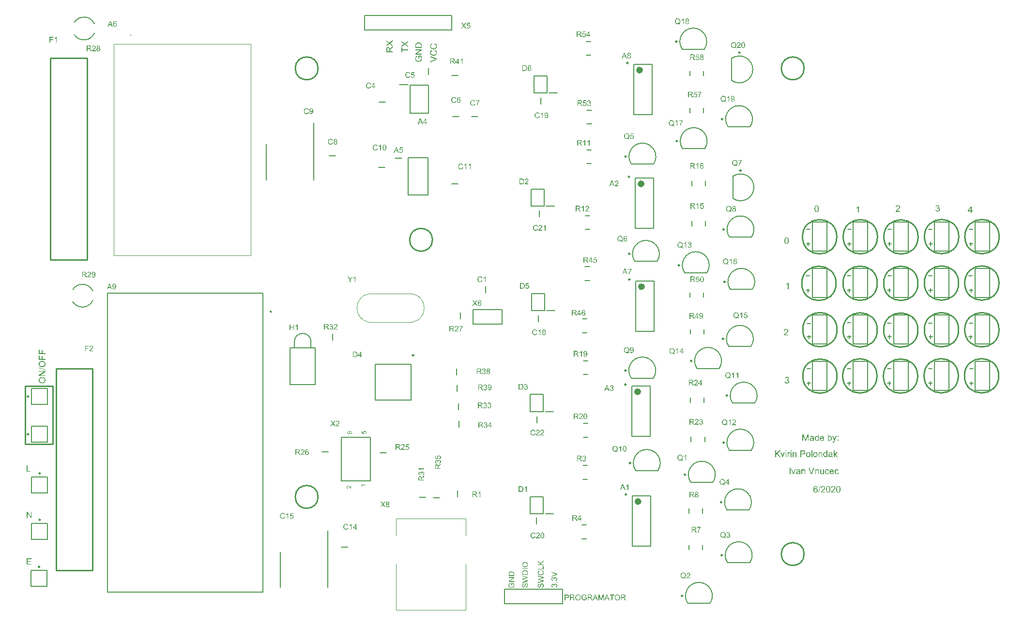
<source format=gto>
G04*
G04 #@! TF.GenerationSoftware,Altium Limited,Altium Designer,20.0.10 (225)*
G04*
G04 Layer_Color=65535*
%FSLAX24Y24*%
%MOIN*%
G70*
G01*
G75*
%ADD10C,0.0100*%
%ADD11C,0.0098*%
%ADD12C,0.0079*%
%ADD13C,0.0236*%
%ADD14C,0.0039*%
%ADD15C,0.0050*%
%ADD16C,0.0070*%
G36*
X36923Y2567D02*
Y2514D01*
X36539Y2365D01*
Y2421D01*
X36818Y2521D01*
X36819D01*
X36820Y2521D01*
X36822Y2522D01*
X36824Y2523D01*
X36827Y2524D01*
X36831Y2525D01*
X36839Y2527D01*
X36848Y2531D01*
X36859Y2534D01*
X36881Y2541D01*
X36881D01*
X36879Y2541D01*
X36878Y2542D01*
X36876Y2542D01*
X36869Y2544D01*
X36861Y2547D01*
X36852Y2550D01*
X36841Y2553D01*
X36830Y2557D01*
X36818Y2561D01*
X36539Y2666D01*
Y2717D01*
X36923Y2567D01*
D02*
G37*
G36*
X36818Y2339D02*
X36823Y2338D01*
X36828Y2337D01*
X36833Y2336D01*
X36840Y2335D01*
X36853Y2330D01*
X36860Y2327D01*
X36867Y2324D01*
X36874Y2319D01*
X36881Y2314D01*
X36888Y2309D01*
X36895Y2302D01*
X36896Y2302D01*
X36897Y2300D01*
X36898Y2298D01*
X36901Y2295D01*
X36903Y2292D01*
X36906Y2288D01*
X36909Y2283D01*
X36912Y2277D01*
X36916Y2270D01*
X36919Y2263D01*
X36922Y2256D01*
X36924Y2248D01*
X36927Y2239D01*
X36928Y2229D01*
X36929Y2220D01*
X36930Y2209D01*
Y2204D01*
X36929Y2201D01*
X36929Y2197D01*
X36928Y2192D01*
X36927Y2186D01*
X36926Y2180D01*
X36923Y2167D01*
X36917Y2153D01*
X36914Y2146D01*
X36910Y2139D01*
X36905Y2132D01*
X36900Y2126D01*
X36899Y2125D01*
X36898Y2124D01*
X36897Y2122D01*
X36894Y2121D01*
X36892Y2118D01*
X36888Y2115D01*
X36884Y2112D01*
X36879Y2108D01*
X36873Y2105D01*
X36868Y2102D01*
X36855Y2096D01*
X36839Y2091D01*
X36831Y2089D01*
X36822Y2088D01*
X36816Y2135D01*
X36816D01*
X36817Y2136D01*
X36820Y2136D01*
X36822Y2137D01*
X36826Y2137D01*
X36830Y2138D01*
X36838Y2141D01*
X36848Y2145D01*
X36857Y2150D01*
X36866Y2156D01*
X36874Y2162D01*
X36874Y2163D01*
X36877Y2166D01*
X36879Y2170D01*
X36882Y2176D01*
X36886Y2182D01*
X36888Y2191D01*
X36891Y2200D01*
X36891Y2210D01*
Y2213D01*
X36891Y2216D01*
X36890Y2222D01*
X36888Y2229D01*
X36886Y2238D01*
X36882Y2248D01*
X36876Y2257D01*
X36868Y2266D01*
X36867Y2267D01*
X36864Y2270D01*
X36859Y2273D01*
X36852Y2278D01*
X36844Y2282D01*
X36835Y2285D01*
X36823Y2288D01*
X36811Y2289D01*
X36811D01*
X36810D01*
X36808D01*
X36806Y2289D01*
X36800Y2288D01*
X36792Y2287D01*
X36783Y2284D01*
X36775Y2280D01*
X36766Y2275D01*
X36757Y2268D01*
X36756Y2267D01*
X36754Y2264D01*
X36751Y2259D01*
X36747Y2253D01*
X36743Y2245D01*
X36740Y2236D01*
X36737Y2226D01*
X36736Y2214D01*
Y2209D01*
X36737Y2205D01*
X36737Y2200D01*
X36739Y2194D01*
X36740Y2188D01*
X36741Y2181D01*
X36700Y2186D01*
Y2189D01*
X36700Y2191D01*
Y2198D01*
X36699Y2204D01*
X36698Y2212D01*
X36696Y2220D01*
X36694Y2229D01*
X36690Y2238D01*
X36685Y2248D01*
Y2248D01*
X36684Y2249D01*
X36682Y2252D01*
X36678Y2255D01*
X36673Y2260D01*
X36666Y2264D01*
X36657Y2268D01*
X36648Y2271D01*
X36643Y2272D01*
X36636D01*
X36636D01*
X36635D01*
X36632D01*
X36628Y2271D01*
X36621Y2270D01*
X36615Y2268D01*
X36608Y2265D01*
X36600Y2260D01*
X36594Y2254D01*
X36593Y2254D01*
X36591Y2251D01*
X36588Y2247D01*
X36585Y2242D01*
X36582Y2236D01*
X36579Y2228D01*
X36577Y2219D01*
X36576Y2209D01*
Y2204D01*
X36578Y2199D01*
X36579Y2193D01*
X36581Y2186D01*
X36584Y2178D01*
X36588Y2171D01*
X36594Y2163D01*
X36594Y2163D01*
X36597Y2161D01*
X36601Y2157D01*
X36606Y2153D01*
X36614Y2149D01*
X36623Y2146D01*
X36633Y2142D01*
X36645Y2140D01*
X36637Y2093D01*
X36636D01*
X36635Y2093D01*
X36633Y2094D01*
X36629Y2095D01*
X36625Y2096D01*
X36621Y2097D01*
X36610Y2101D01*
X36598Y2106D01*
X36586Y2113D01*
X36574Y2121D01*
X36564Y2132D01*
X36563Y2132D01*
X36563Y2133D01*
X36561Y2135D01*
X36560Y2137D01*
X36558Y2140D01*
X36555Y2144D01*
X36553Y2148D01*
X36550Y2153D01*
X36546Y2164D01*
X36542Y2177D01*
X36539Y2192D01*
X36538Y2199D01*
Y2213D01*
X36538Y2219D01*
X36539Y2227D01*
X36541Y2236D01*
X36544Y2245D01*
X36547Y2255D01*
X36551Y2265D01*
Y2266D01*
X36552Y2267D01*
X36554Y2270D01*
X36557Y2275D01*
X36561Y2280D01*
X36566Y2287D01*
X36573Y2294D01*
X36580Y2300D01*
X36588Y2306D01*
X36589Y2307D01*
X36592Y2308D01*
X36597Y2310D01*
X36603Y2313D01*
X36610Y2316D01*
X36619Y2318D01*
X36628Y2320D01*
X36638Y2320D01*
X36639D01*
X36642D01*
X36646Y2320D01*
X36653Y2319D01*
X36660Y2317D01*
X36667Y2314D01*
X36675Y2311D01*
X36683Y2307D01*
X36684Y2306D01*
X36686Y2304D01*
X36690Y2301D01*
X36695Y2297D01*
X36700Y2291D01*
X36705Y2284D01*
X36710Y2277D01*
X36715Y2267D01*
Y2268D01*
X36716Y2269D01*
X36716Y2270D01*
X36717Y2273D01*
X36719Y2279D01*
X36722Y2287D01*
X36727Y2295D01*
X36732Y2304D01*
X36740Y2313D01*
X36748Y2320D01*
X36749Y2321D01*
X36752Y2323D01*
X36758Y2327D01*
X36765Y2330D01*
X36774Y2333D01*
X36785Y2337D01*
X36797Y2339D01*
X36810Y2339D01*
X36811D01*
X36812D01*
X36815D01*
X36818Y2339D01*
D02*
G37*
G36*
X36923Y1965D02*
X36869D01*
Y2019D01*
X36923D01*
Y1965D01*
D02*
G37*
G36*
X36818Y1891D02*
X36823Y1890D01*
X36828Y1889D01*
X36833Y1888D01*
X36840Y1887D01*
X36853Y1883D01*
X36860Y1879D01*
X36867Y1876D01*
X36874Y1871D01*
X36881Y1866D01*
X36888Y1861D01*
X36895Y1854D01*
X36896Y1854D01*
X36897Y1853D01*
X36898Y1850D01*
X36901Y1848D01*
X36903Y1844D01*
X36906Y1840D01*
X36909Y1835D01*
X36912Y1829D01*
X36916Y1823D01*
X36919Y1815D01*
X36922Y1808D01*
X36924Y1800D01*
X36927Y1791D01*
X36928Y1782D01*
X36929Y1772D01*
X36930Y1762D01*
Y1757D01*
X36929Y1753D01*
X36929Y1749D01*
X36928Y1744D01*
X36927Y1738D01*
X36926Y1732D01*
X36923Y1719D01*
X36917Y1705D01*
X36914Y1698D01*
X36910Y1691D01*
X36905Y1684D01*
X36900Y1678D01*
X36899Y1677D01*
X36898Y1676D01*
X36897Y1674D01*
X36894Y1673D01*
X36892Y1670D01*
X36888Y1667D01*
X36884Y1664D01*
X36879Y1661D01*
X36873Y1657D01*
X36868Y1654D01*
X36855Y1648D01*
X36839Y1643D01*
X36831Y1641D01*
X36822Y1640D01*
X36816Y1687D01*
X36816D01*
X36817Y1688D01*
X36820Y1688D01*
X36822Y1689D01*
X36826Y1689D01*
X36830Y1690D01*
X36838Y1693D01*
X36848Y1697D01*
X36857Y1702D01*
X36866Y1708D01*
X36874Y1714D01*
X36874Y1715D01*
X36877Y1718D01*
X36879Y1722D01*
X36882Y1728D01*
X36886Y1734D01*
X36888Y1743D01*
X36891Y1752D01*
X36891Y1762D01*
Y1765D01*
X36891Y1768D01*
X36890Y1774D01*
X36888Y1782D01*
X36886Y1790D01*
X36882Y1800D01*
X36876Y1809D01*
X36868Y1818D01*
X36867Y1819D01*
X36864Y1822D01*
X36859Y1825D01*
X36852Y1830D01*
X36844Y1834D01*
X36835Y1838D01*
X36823Y1840D01*
X36811Y1841D01*
X36811D01*
X36810D01*
X36808D01*
X36806Y1841D01*
X36800Y1840D01*
X36792Y1839D01*
X36783Y1836D01*
X36775Y1833D01*
X36766Y1827D01*
X36757Y1820D01*
X36756Y1819D01*
X36754Y1816D01*
X36751Y1811D01*
X36747Y1805D01*
X36743Y1798D01*
X36740Y1788D01*
X36737Y1778D01*
X36736Y1766D01*
Y1761D01*
X36737Y1757D01*
X36737Y1752D01*
X36739Y1747D01*
X36740Y1740D01*
X36741Y1733D01*
X36700Y1738D01*
Y1741D01*
X36700Y1743D01*
Y1750D01*
X36699Y1757D01*
X36698Y1764D01*
X36696Y1772D01*
X36694Y1782D01*
X36690Y1790D01*
X36685Y1800D01*
Y1800D01*
X36684Y1801D01*
X36682Y1804D01*
X36678Y1808D01*
X36673Y1812D01*
X36666Y1816D01*
X36657Y1820D01*
X36648Y1823D01*
X36643Y1824D01*
X36636D01*
X36636D01*
X36635D01*
X36632D01*
X36628Y1823D01*
X36621Y1822D01*
X36615Y1820D01*
X36608Y1817D01*
X36600Y1813D01*
X36594Y1806D01*
X36593Y1806D01*
X36591Y1803D01*
X36588Y1799D01*
X36585Y1794D01*
X36582Y1788D01*
X36579Y1780D01*
X36577Y1771D01*
X36576Y1761D01*
Y1757D01*
X36578Y1752D01*
X36579Y1745D01*
X36581Y1738D01*
X36584Y1730D01*
X36588Y1723D01*
X36594Y1715D01*
X36594Y1715D01*
X36597Y1713D01*
X36601Y1709D01*
X36606Y1705D01*
X36614Y1702D01*
X36623Y1698D01*
X36633Y1694D01*
X36645Y1692D01*
X36637Y1645D01*
X36636D01*
X36635Y1646D01*
X36633Y1646D01*
X36629Y1647D01*
X36625Y1648D01*
X36621Y1649D01*
X36610Y1653D01*
X36598Y1658D01*
X36586Y1665D01*
X36574Y1673D01*
X36564Y1684D01*
X36563Y1684D01*
X36563Y1686D01*
X36561Y1687D01*
X36560Y1689D01*
X36558Y1692D01*
X36555Y1696D01*
X36553Y1700D01*
X36550Y1705D01*
X36546Y1716D01*
X36542Y1729D01*
X36539Y1744D01*
X36538Y1752D01*
Y1765D01*
X36538Y1772D01*
X36539Y1779D01*
X36541Y1788D01*
X36544Y1798D01*
X36547Y1808D01*
X36551Y1818D01*
Y1818D01*
X36552Y1819D01*
X36554Y1822D01*
X36557Y1827D01*
X36561Y1833D01*
X36566Y1839D01*
X36573Y1846D01*
X36580Y1853D01*
X36588Y1858D01*
X36589Y1859D01*
X36592Y1860D01*
X36597Y1863D01*
X36603Y1865D01*
X36610Y1868D01*
X36619Y1870D01*
X36628Y1872D01*
X36638Y1873D01*
X36639D01*
X36642D01*
X36646Y1872D01*
X36653Y1871D01*
X36660Y1869D01*
X36667Y1866D01*
X36675Y1863D01*
X36683Y1859D01*
X36684Y1858D01*
X36686Y1856D01*
X36690Y1853D01*
X36695Y1849D01*
X36700Y1843D01*
X36705Y1836D01*
X36710Y1829D01*
X36715Y1819D01*
Y1820D01*
X36716Y1821D01*
X36716Y1823D01*
X36717Y1825D01*
X36719Y1831D01*
X36722Y1839D01*
X36727Y1848D01*
X36732Y1856D01*
X36740Y1865D01*
X36748Y1873D01*
X36749Y1873D01*
X36752Y1875D01*
X36758Y1879D01*
X36765Y1882D01*
X36774Y1885D01*
X36785Y1889D01*
X36797Y1891D01*
X36810Y1891D01*
X36811D01*
X36812D01*
X36815D01*
X36818Y1891D01*
D02*
G37*
G36*
X35993Y3426D02*
X35800Y3289D01*
X35860Y3227D01*
X35993D01*
Y3176D01*
X35609D01*
Y3227D01*
X35800D01*
X35609Y3417D01*
Y3486D01*
X35765Y3325D01*
X35993Y3493D01*
Y3426D01*
D02*
G37*
G36*
Y2877D02*
X35609D01*
Y2928D01*
X35948D01*
Y3117D01*
X35993D01*
Y2877D01*
D02*
G37*
G36*
X35875Y2816D02*
X35878Y2815D01*
X35882Y2813D01*
X35887Y2812D01*
X35893Y2809D01*
X35900Y2807D01*
X35907Y2803D01*
X35923Y2795D01*
X35938Y2785D01*
X35946Y2779D01*
X35954Y2773D01*
X35961Y2767D01*
X35967Y2759D01*
X35968Y2758D01*
X35969Y2757D01*
X35970Y2754D01*
X35972Y2752D01*
X35975Y2747D01*
X35978Y2743D01*
X35981Y2737D01*
X35983Y2731D01*
X35987Y2723D01*
X35989Y2716D01*
X35992Y2707D01*
X35995Y2698D01*
X35997Y2689D01*
X35998Y2679D01*
X35999Y2668D01*
X36000Y2657D01*
Y2651D01*
X35999Y2647D01*
Y2642D01*
X35999Y2636D01*
X35998Y2629D01*
X35997Y2621D01*
X35994Y2605D01*
X35989Y2588D01*
X35983Y2572D01*
X35979Y2564D01*
X35975Y2556D01*
X35974Y2556D01*
X35974Y2555D01*
X35972Y2552D01*
X35970Y2550D01*
X35968Y2547D01*
X35964Y2543D01*
X35961Y2539D01*
X35956Y2534D01*
X35951Y2530D01*
X35946Y2525D01*
X35933Y2515D01*
X35918Y2505D01*
X35902Y2497D01*
X35901D01*
X35900Y2496D01*
X35897Y2495D01*
X35893Y2494D01*
X35889Y2492D01*
X35883Y2491D01*
X35877Y2489D01*
X35871Y2487D01*
X35863Y2485D01*
X35855Y2483D01*
X35838Y2480D01*
X35819Y2478D01*
X35799Y2477D01*
X35798D01*
X35796D01*
X35792D01*
X35789Y2477D01*
X35783D01*
X35777Y2478D01*
X35770Y2479D01*
X35763Y2480D01*
X35747Y2482D01*
X35729Y2486D01*
X35711Y2492D01*
X35694Y2500D01*
X35694Y2500D01*
X35692Y2501D01*
X35690Y2502D01*
X35687Y2504D01*
X35683Y2506D01*
X35679Y2509D01*
X35669Y2516D01*
X35658Y2526D01*
X35646Y2537D01*
X35635Y2550D01*
X35626Y2565D01*
X35625Y2565D01*
X35625Y2567D01*
X35624Y2569D01*
X35622Y2572D01*
X35620Y2576D01*
X35619Y2581D01*
X35616Y2586D01*
X35614Y2592D01*
X35612Y2599D01*
X35610Y2606D01*
X35607Y2622D01*
X35604Y2640D01*
X35603Y2658D01*
Y2663D01*
X35603Y2667D01*
X35604Y2672D01*
X35604Y2678D01*
X35605Y2684D01*
X35607Y2692D01*
X35610Y2707D01*
X35615Y2723D01*
X35618Y2732D01*
X35622Y2739D01*
X35627Y2747D01*
X35632Y2755D01*
X35633Y2756D01*
X35633Y2757D01*
X35635Y2759D01*
X35638Y2762D01*
X35640Y2764D01*
X35644Y2768D01*
X35649Y2772D01*
X35653Y2777D01*
X35659Y2781D01*
X35665Y2785D01*
X35672Y2790D01*
X35679Y2795D01*
X35688Y2799D01*
X35696Y2803D01*
X35705Y2807D01*
X35715Y2810D01*
X35726Y2760D01*
X35726D01*
X35725Y2759D01*
X35722Y2758D01*
X35720Y2757D01*
X35716Y2756D01*
X35712Y2754D01*
X35703Y2750D01*
X35693Y2744D01*
X35683Y2738D01*
X35674Y2729D01*
X35665Y2721D01*
X35664Y2719D01*
X35662Y2716D01*
X35659Y2711D01*
X35655Y2703D01*
X35652Y2694D01*
X35649Y2683D01*
X35646Y2671D01*
X35646Y2657D01*
Y2652D01*
X35646Y2650D01*
Y2646D01*
X35647Y2641D01*
X35649Y2631D01*
X35651Y2619D01*
X35655Y2607D01*
X35660Y2594D01*
X35668Y2582D01*
Y2582D01*
X35669Y2581D01*
X35671Y2577D01*
X35676Y2572D01*
X35683Y2566D01*
X35691Y2559D01*
X35700Y2552D01*
X35712Y2546D01*
X35725Y2541D01*
X35725D01*
X35726Y2540D01*
X35728Y2540D01*
X35731Y2539D01*
X35734Y2538D01*
X35738Y2537D01*
X35747Y2535D01*
X35759Y2533D01*
X35771Y2531D01*
X35784Y2530D01*
X35799Y2529D01*
X35799D01*
X35801D01*
X35804D01*
X35807D01*
X35811Y2530D01*
X35816D01*
X35821Y2530D01*
X35827Y2531D01*
X35841Y2532D01*
X35855Y2535D01*
X35870Y2539D01*
X35884Y2543D01*
X35885D01*
X35886Y2544D01*
X35887Y2545D01*
X35890Y2546D01*
X35897Y2549D01*
X35905Y2554D01*
X35913Y2560D01*
X35923Y2568D01*
X35931Y2577D01*
X35939Y2587D01*
Y2588D01*
X35940Y2589D01*
X35941Y2591D01*
X35942Y2593D01*
X35943Y2596D01*
X35944Y2599D01*
X35948Y2607D01*
X35951Y2617D01*
X35954Y2628D01*
X35956Y2640D01*
X35957Y2653D01*
Y2657D01*
X35956Y2660D01*
Y2664D01*
X35956Y2668D01*
X35953Y2678D01*
X35951Y2689D01*
X35946Y2701D01*
X35940Y2713D01*
X35937Y2719D01*
X35932Y2725D01*
X35932Y2726D01*
X35931Y2726D01*
X35930Y2728D01*
X35928Y2730D01*
X35925Y2732D01*
X35922Y2735D01*
X35918Y2738D01*
X35914Y2741D01*
X35909Y2744D01*
X35903Y2748D01*
X35898Y2752D01*
X35891Y2755D01*
X35884Y2758D01*
X35876Y2761D01*
X35868Y2763D01*
X35859Y2766D01*
X35872Y2817D01*
X35872D01*
X35875Y2816D01*
D02*
G37*
G36*
X35993Y2339D02*
Y2289D01*
X35701Y2208D01*
X35700D01*
X35699Y2208D01*
X35698Y2207D01*
X35695Y2207D01*
X35689Y2205D01*
X35681Y2203D01*
X35674Y2201D01*
X35666Y2199D01*
X35660Y2197D01*
X35658Y2197D01*
X35656Y2196D01*
X35656D01*
X35657Y2196D01*
X35660Y2195D01*
X35665Y2194D01*
X35671Y2192D01*
X35678Y2191D01*
X35686Y2188D01*
X35694Y2187D01*
X35701Y2184D01*
X35993Y2103D01*
Y2050D01*
X35609Y1950D01*
Y2002D01*
X35861Y2060D01*
X35862D01*
X35863Y2060D01*
X35865Y2061D01*
X35868Y2061D01*
X35872Y2062D01*
X35876Y2063D01*
X35881Y2064D01*
X35886Y2065D01*
X35898Y2068D01*
X35911Y2071D01*
X35926Y2073D01*
X35940Y2076D01*
X35940D01*
X35937Y2077D01*
X35935Y2078D01*
X35930Y2078D01*
X35926Y2080D01*
X35920Y2081D01*
X35908Y2084D01*
X35896Y2087D01*
X35890Y2088D01*
X35884Y2090D01*
X35879Y2091D01*
X35875Y2092D01*
X35871Y2093D01*
X35869Y2094D01*
X35609Y2167D01*
Y2228D01*
X35804Y2283D01*
X35805D01*
X35807Y2284D01*
X35811Y2285D01*
X35816Y2286D01*
X35823Y2288D01*
X35830Y2290D01*
X35838Y2292D01*
X35848Y2294D01*
X35858Y2297D01*
X35869Y2299D01*
X35892Y2304D01*
X35916Y2309D01*
X35940Y2313D01*
X35940D01*
X35938Y2314D01*
X35936D01*
X35933Y2315D01*
X35930Y2315D01*
X35926Y2317D01*
X35921Y2317D01*
X35916Y2319D01*
X35903Y2322D01*
X35889Y2325D01*
X35873Y2328D01*
X35856Y2333D01*
X35609Y2393D01*
Y2444D01*
X35993Y2339D01*
D02*
G37*
G36*
X35897Y1914D02*
X35905Y1913D01*
X35913Y1911D01*
X35923Y1908D01*
X35933Y1904D01*
X35943Y1897D01*
X35944D01*
X35944Y1897D01*
X35948Y1894D01*
X35953Y1890D01*
X35958Y1885D01*
X35965Y1878D01*
X35972Y1869D01*
X35979Y1859D01*
X35985Y1847D01*
Y1846D01*
X35986Y1845D01*
X35986Y1844D01*
X35987Y1841D01*
X35988Y1838D01*
X35990Y1834D01*
X35992Y1825D01*
X35995Y1815D01*
X35998Y1802D01*
X35999Y1788D01*
X36000Y1773D01*
Y1764D01*
X35999Y1760D01*
Y1755D01*
X35999Y1749D01*
X35998Y1743D01*
X35996Y1729D01*
X35994Y1714D01*
X35990Y1700D01*
X35985Y1686D01*
Y1685D01*
X35984Y1684D01*
X35983Y1683D01*
X35982Y1680D01*
X35979Y1674D01*
X35974Y1666D01*
X35967Y1657D01*
X35959Y1648D01*
X35950Y1639D01*
X35940Y1631D01*
X35939D01*
X35938Y1629D01*
X35936Y1629D01*
X35934Y1627D01*
X35931Y1626D01*
X35928Y1624D01*
X35920Y1621D01*
X35909Y1617D01*
X35897Y1613D01*
X35884Y1611D01*
X35870Y1610D01*
X35866Y1658D01*
X35866D01*
X35867D01*
X35868Y1658D01*
X35871D01*
X35876Y1659D01*
X35883Y1661D01*
X35890Y1663D01*
X35898Y1665D01*
X35906Y1669D01*
X35913Y1673D01*
X35914Y1674D01*
X35916Y1675D01*
X35920Y1678D01*
X35924Y1683D01*
X35929Y1688D01*
X35934Y1694D01*
X35939Y1703D01*
X35943Y1712D01*
Y1712D01*
X35944Y1713D01*
X35944Y1714D01*
X35945Y1716D01*
X35947Y1722D01*
X35949Y1729D01*
X35951Y1738D01*
X35953Y1748D01*
X35954Y1759D01*
X35954Y1771D01*
Y1776D01*
X35954Y1781D01*
X35953Y1788D01*
X35952Y1796D01*
X35951Y1805D01*
X35949Y1814D01*
X35946Y1822D01*
X35946Y1823D01*
X35944Y1826D01*
X35942Y1830D01*
X35940Y1835D01*
X35936Y1840D01*
X35932Y1845D01*
X35928Y1851D01*
X35922Y1855D01*
X35922Y1856D01*
X35920Y1857D01*
X35917Y1859D01*
X35912Y1861D01*
X35908Y1863D01*
X35902Y1865D01*
X35896Y1866D01*
X35890Y1866D01*
X35889D01*
X35886D01*
X35883Y1866D01*
X35878Y1865D01*
X35874Y1864D01*
X35868Y1862D01*
X35863Y1859D01*
X35858Y1855D01*
X35857Y1855D01*
X35856Y1853D01*
X35853Y1851D01*
X35850Y1847D01*
X35847Y1843D01*
X35843Y1836D01*
X35839Y1829D01*
X35836Y1821D01*
X35835Y1820D01*
X35835Y1818D01*
X35833Y1813D01*
X35832Y1810D01*
X35831Y1806D01*
X35830Y1803D01*
X35829Y1798D01*
X35827Y1792D01*
X35825Y1785D01*
X35824Y1779D01*
X35821Y1771D01*
X35819Y1762D01*
X35817Y1753D01*
Y1752D01*
X35816Y1750D01*
X35816Y1748D01*
X35815Y1744D01*
X35814Y1740D01*
X35812Y1735D01*
X35809Y1724D01*
X35805Y1712D01*
X35801Y1699D01*
X35797Y1688D01*
X35795Y1683D01*
X35793Y1678D01*
Y1678D01*
X35792Y1677D01*
X35790Y1674D01*
X35787Y1669D01*
X35783Y1663D01*
X35778Y1657D01*
X35772Y1650D01*
X35765Y1643D01*
X35757Y1638D01*
X35756Y1637D01*
X35753Y1636D01*
X35749Y1633D01*
X35743Y1631D01*
X35736Y1629D01*
X35727Y1627D01*
X35719Y1625D01*
X35709Y1624D01*
X35709D01*
X35708D01*
X35706D01*
X35704D01*
X35699Y1626D01*
X35691Y1627D01*
X35683Y1628D01*
X35674Y1631D01*
X35664Y1635D01*
X35655Y1641D01*
X35654D01*
X35654Y1641D01*
X35650Y1644D01*
X35646Y1648D01*
X35640Y1653D01*
X35634Y1659D01*
X35628Y1668D01*
X35621Y1678D01*
X35616Y1689D01*
Y1689D01*
X35615Y1690D01*
X35615Y1692D01*
X35614Y1694D01*
X35613Y1697D01*
X35612Y1701D01*
X35609Y1709D01*
X35607Y1720D01*
X35605Y1732D01*
X35603Y1745D01*
X35603Y1759D01*
Y1767D01*
X35603Y1770D01*
Y1774D01*
X35604Y1785D01*
X35606Y1796D01*
X35609Y1809D01*
X35612Y1822D01*
X35616Y1834D01*
Y1835D01*
X35617Y1836D01*
X35618Y1838D01*
X35619Y1840D01*
X35622Y1845D01*
X35627Y1853D01*
X35633Y1861D01*
X35640Y1869D01*
X35648Y1877D01*
X35658Y1884D01*
X35658D01*
X35659Y1885D01*
X35660Y1886D01*
X35662Y1887D01*
X35668Y1890D01*
X35675Y1893D01*
X35684Y1897D01*
X35694Y1900D01*
X35705Y1902D01*
X35718Y1904D01*
X35721Y1855D01*
X35721D01*
X35720D01*
X35718Y1854D01*
X35715Y1854D01*
X35709Y1852D01*
X35701Y1850D01*
X35692Y1846D01*
X35683Y1841D01*
X35675Y1835D01*
X35667Y1828D01*
X35666Y1826D01*
X35664Y1824D01*
X35661Y1818D01*
X35658Y1811D01*
X35654Y1801D01*
X35651Y1790D01*
X35649Y1777D01*
X35648Y1761D01*
Y1753D01*
X35649Y1750D01*
X35649Y1745D01*
X35650Y1735D01*
X35653Y1724D01*
X35655Y1713D01*
X35660Y1703D01*
X35663Y1698D01*
X35665Y1694D01*
X35666Y1693D01*
X35668Y1690D01*
X35672Y1687D01*
X35676Y1684D01*
X35683Y1680D01*
X35689Y1677D01*
X35697Y1674D01*
X35706Y1673D01*
X35707D01*
X35709D01*
X35713Y1674D01*
X35718Y1675D01*
X35723Y1677D01*
X35729Y1679D01*
X35734Y1683D01*
X35740Y1688D01*
X35740Y1688D01*
X35742Y1691D01*
X35744Y1693D01*
X35745Y1695D01*
X35746Y1699D01*
X35749Y1703D01*
X35750Y1708D01*
X35752Y1713D01*
X35755Y1719D01*
X35757Y1727D01*
X35760Y1734D01*
X35762Y1743D01*
X35765Y1753D01*
X35767Y1764D01*
Y1765D01*
X35768Y1767D01*
X35769Y1770D01*
X35770Y1774D01*
X35771Y1779D01*
X35772Y1785D01*
X35774Y1791D01*
X35776Y1798D01*
X35780Y1813D01*
X35784Y1826D01*
X35786Y1833D01*
X35788Y1839D01*
X35790Y1845D01*
X35792Y1849D01*
Y1850D01*
X35792Y1851D01*
X35794Y1853D01*
X35795Y1855D01*
X35798Y1861D01*
X35802Y1868D01*
X35809Y1876D01*
X35815Y1885D01*
X35823Y1893D01*
X35831Y1899D01*
X35832Y1900D01*
X35835Y1902D01*
X35840Y1904D01*
X35847Y1907D01*
X35855Y1910D01*
X35864Y1913D01*
X35875Y1915D01*
X35886Y1915D01*
X35886D01*
X35887D01*
X35888D01*
X35891D01*
X35897Y1914D01*
D02*
G37*
G36*
X34732Y3390D02*
X34737D01*
X34744Y3389D01*
X34750Y3388D01*
X34757Y3388D01*
X34773Y3385D01*
X34791Y3380D01*
X34809Y3374D01*
X34818Y3371D01*
X34827Y3367D01*
X34827D01*
X34829Y3365D01*
X34831Y3364D01*
X34835Y3362D01*
X34838Y3360D01*
X34842Y3357D01*
X34853Y3349D01*
X34864Y3340D01*
X34876Y3329D01*
X34887Y3316D01*
X34897Y3300D01*
Y3299D01*
X34898Y3298D01*
X34899Y3296D01*
X34901Y3292D01*
X34902Y3288D01*
X34904Y3284D01*
X34906Y3278D01*
X34908Y3272D01*
X34911Y3266D01*
X34913Y3258D01*
X34916Y3242D01*
X34919Y3225D01*
X34920Y3207D01*
Y3201D01*
X34919Y3198D01*
Y3193D01*
X34918Y3187D01*
X34918Y3181D01*
X34917Y3174D01*
X34913Y3159D01*
X34909Y3143D01*
X34902Y3126D01*
X34898Y3118D01*
X34894Y3110D01*
X34893Y3109D01*
X34893Y3108D01*
X34891Y3106D01*
X34889Y3102D01*
X34887Y3099D01*
X34883Y3095D01*
X34875Y3086D01*
X34865Y3075D01*
X34853Y3064D01*
X34839Y3054D01*
X34823Y3045D01*
X34822D01*
X34821Y3044D01*
X34818Y3042D01*
X34815Y3041D01*
X34811Y3040D01*
X34806Y3038D01*
X34800Y3036D01*
X34794Y3034D01*
X34787Y3032D01*
X34780Y3030D01*
X34763Y3026D01*
X34746Y3024D01*
X34727Y3023D01*
X34726D01*
X34726D01*
X34722D01*
X34717Y3024D01*
X34711D01*
X34703Y3025D01*
X34694Y3026D01*
X34683Y3027D01*
X34672Y3030D01*
X34660Y3032D01*
X34648Y3035D01*
X34636Y3040D01*
X34623Y3045D01*
X34611Y3050D01*
X34599Y3057D01*
X34588Y3065D01*
X34577Y3074D01*
X34576Y3075D01*
X34575Y3076D01*
X34572Y3080D01*
X34569Y3084D01*
X34564Y3089D01*
X34560Y3095D01*
X34555Y3102D01*
X34550Y3110D01*
X34545Y3119D01*
X34540Y3129D01*
X34535Y3140D01*
X34531Y3152D01*
X34528Y3165D01*
X34525Y3178D01*
X34523Y3192D01*
X34523Y3207D01*
Y3212D01*
X34523Y3216D01*
Y3221D01*
X34524Y3226D01*
X34525Y3232D01*
X34526Y3239D01*
X34529Y3253D01*
X34533Y3270D01*
X34540Y3286D01*
X34544Y3294D01*
X34548Y3303D01*
X34549Y3303D01*
X34549Y3304D01*
X34551Y3307D01*
X34553Y3310D01*
X34555Y3313D01*
X34559Y3318D01*
X34566Y3327D01*
X34576Y3337D01*
X34589Y3348D01*
X34603Y3359D01*
X34619Y3368D01*
X34620D01*
X34621Y3369D01*
X34624Y3370D01*
X34627Y3371D01*
X34631Y3373D01*
X34636Y3375D01*
X34643Y3377D01*
X34649Y3379D01*
X34656Y3381D01*
X34664Y3383D01*
X34673Y3385D01*
X34682Y3387D01*
X34701Y3389D01*
X34722Y3390D01*
X34723D01*
X34725D01*
X34728D01*
X34732Y3390D01*
D02*
G37*
G36*
X34913Y2898D02*
X34529D01*
Y2949D01*
X34913D01*
Y2898D01*
D02*
G37*
G36*
X34731Y2819D02*
X34735D01*
X34746Y2818D01*
X34758Y2817D01*
X34771Y2815D01*
X34784Y2812D01*
X34797Y2809D01*
X34798D01*
X34799Y2808D01*
X34801Y2808D01*
X34803Y2807D01*
X34809Y2805D01*
X34817Y2802D01*
X34826Y2798D01*
X34835Y2794D01*
X34844Y2788D01*
X34853Y2783D01*
X34854Y2782D01*
X34857Y2780D01*
X34861Y2777D01*
X34866Y2772D01*
X34871Y2767D01*
X34877Y2761D01*
X34883Y2755D01*
X34888Y2748D01*
X34888Y2747D01*
X34890Y2744D01*
X34892Y2741D01*
X34895Y2735D01*
X34898Y2728D01*
X34901Y2721D01*
X34904Y2712D01*
X34907Y2702D01*
Y2701D01*
X34908Y2699D01*
X34908Y2697D01*
X34909Y2692D01*
X34910Y2684D01*
X34911Y2675D01*
X34912Y2665D01*
X34913Y2653D01*
X34913Y2640D01*
Y2502D01*
X34529D01*
Y2650D01*
X34530Y2660D01*
X34530Y2671D01*
X34532Y2682D01*
X34533Y2693D01*
X34535Y2702D01*
Y2703D01*
X34535Y2704D01*
Y2706D01*
X34536Y2708D01*
X34538Y2714D01*
X34541Y2722D01*
X34545Y2731D01*
X34550Y2740D01*
X34555Y2749D01*
X34563Y2758D01*
X34563Y2759D01*
X34564Y2759D01*
X34565Y2761D01*
X34567Y2763D01*
X34573Y2769D01*
X34580Y2776D01*
X34590Y2783D01*
X34601Y2790D01*
X34614Y2798D01*
X34628Y2804D01*
X34629D01*
X34630Y2804D01*
X34632Y2805D01*
X34635Y2806D01*
X34639Y2808D01*
X34644Y2809D01*
X34649Y2810D01*
X34655Y2812D01*
X34661Y2813D01*
X34668Y2814D01*
X34684Y2817D01*
X34701Y2819D01*
X34720Y2819D01*
X34720D01*
X34721D01*
X34724D01*
X34727D01*
X34731Y2819D01*
D02*
G37*
G36*
X34913Y2349D02*
Y2299D01*
X34621Y2218D01*
X34620D01*
X34619Y2218D01*
X34618Y2217D01*
X34615Y2217D01*
X34609Y2215D01*
X34601Y2213D01*
X34594Y2211D01*
X34586Y2209D01*
X34580Y2207D01*
X34578Y2207D01*
X34576Y2206D01*
X34576D01*
X34577Y2206D01*
X34580Y2205D01*
X34585Y2204D01*
X34591Y2202D01*
X34598Y2201D01*
X34606Y2198D01*
X34614Y2197D01*
X34621Y2194D01*
X34913Y2113D01*
Y2060D01*
X34529Y1960D01*
Y2012D01*
X34781Y2070D01*
X34782D01*
X34783Y2070D01*
X34785Y2071D01*
X34788Y2071D01*
X34792Y2072D01*
X34796Y2073D01*
X34801Y2074D01*
X34806Y2075D01*
X34818Y2078D01*
X34831Y2081D01*
X34846Y2083D01*
X34860Y2086D01*
X34859D01*
X34857Y2087D01*
X34855Y2088D01*
X34850Y2088D01*
X34846Y2090D01*
X34840Y2091D01*
X34828Y2094D01*
X34816Y2097D01*
X34810Y2098D01*
X34804Y2100D01*
X34799Y2101D01*
X34795Y2102D01*
X34791Y2103D01*
X34789Y2104D01*
X34529Y2177D01*
Y2238D01*
X34724Y2293D01*
X34725D01*
X34727Y2294D01*
X34731Y2295D01*
X34736Y2296D01*
X34743Y2298D01*
X34750Y2300D01*
X34758Y2302D01*
X34768Y2304D01*
X34778Y2307D01*
X34789Y2309D01*
X34812Y2314D01*
X34836Y2319D01*
X34860Y2323D01*
X34859D01*
X34858Y2324D01*
X34856D01*
X34853Y2325D01*
X34850Y2325D01*
X34846Y2327D01*
X34841Y2327D01*
X34836Y2329D01*
X34823Y2332D01*
X34809Y2335D01*
X34793Y2338D01*
X34776Y2343D01*
X34529Y2403D01*
Y2454D01*
X34913Y2349D01*
D02*
G37*
G36*
X34817Y1924D02*
X34825Y1923D01*
X34833Y1921D01*
X34843Y1918D01*
X34853Y1914D01*
X34863Y1907D01*
X34864D01*
X34864Y1907D01*
X34868Y1904D01*
X34873Y1900D01*
X34878Y1895D01*
X34885Y1888D01*
X34892Y1879D01*
X34899Y1869D01*
X34905Y1857D01*
Y1856D01*
X34906Y1855D01*
X34906Y1854D01*
X34907Y1851D01*
X34908Y1848D01*
X34910Y1844D01*
X34912Y1835D01*
X34915Y1825D01*
X34918Y1812D01*
X34919Y1798D01*
X34920Y1783D01*
Y1774D01*
X34919Y1770D01*
Y1765D01*
X34919Y1759D01*
X34918Y1753D01*
X34916Y1739D01*
X34914Y1724D01*
X34910Y1710D01*
X34905Y1696D01*
Y1695D01*
X34904Y1694D01*
X34903Y1693D01*
X34902Y1690D01*
X34899Y1684D01*
X34894Y1676D01*
X34887Y1667D01*
X34879Y1658D01*
X34870Y1649D01*
X34859Y1641D01*
X34859D01*
X34858Y1639D01*
X34856Y1639D01*
X34854Y1637D01*
X34851Y1636D01*
X34848Y1634D01*
X34840Y1631D01*
X34829Y1627D01*
X34817Y1623D01*
X34804Y1621D01*
X34790Y1620D01*
X34786Y1668D01*
X34786D01*
X34787D01*
X34788Y1668D01*
X34791D01*
X34796Y1669D01*
X34803Y1671D01*
X34810Y1673D01*
X34818Y1675D01*
X34826Y1679D01*
X34833Y1683D01*
X34834Y1684D01*
X34836Y1685D01*
X34840Y1688D01*
X34844Y1693D01*
X34849Y1698D01*
X34854Y1704D01*
X34859Y1713D01*
X34863Y1722D01*
Y1722D01*
X34864Y1723D01*
X34864Y1724D01*
X34865Y1726D01*
X34867Y1732D01*
X34869Y1739D01*
X34871Y1748D01*
X34873Y1758D01*
X34874Y1769D01*
X34874Y1781D01*
Y1786D01*
X34874Y1791D01*
X34873Y1798D01*
X34872Y1806D01*
X34871Y1815D01*
X34869Y1824D01*
X34866Y1832D01*
X34866Y1833D01*
X34864Y1836D01*
X34862Y1840D01*
X34860Y1845D01*
X34856Y1850D01*
X34852Y1855D01*
X34848Y1861D01*
X34842Y1865D01*
X34842Y1866D01*
X34840Y1867D01*
X34837Y1869D01*
X34832Y1871D01*
X34828Y1873D01*
X34822Y1875D01*
X34816Y1876D01*
X34810Y1876D01*
X34809D01*
X34806D01*
X34803Y1876D01*
X34798Y1875D01*
X34794Y1874D01*
X34788Y1872D01*
X34783Y1869D01*
X34778Y1865D01*
X34777Y1865D01*
X34776Y1863D01*
X34773Y1861D01*
X34770Y1857D01*
X34767Y1853D01*
X34763Y1846D01*
X34759Y1839D01*
X34756Y1831D01*
X34755Y1830D01*
X34755Y1828D01*
X34753Y1823D01*
X34752Y1820D01*
X34751Y1816D01*
X34750Y1813D01*
X34748Y1808D01*
X34747Y1802D01*
X34745Y1795D01*
X34744Y1789D01*
X34741Y1781D01*
X34739Y1772D01*
X34737Y1763D01*
Y1762D01*
X34736Y1760D01*
X34736Y1758D01*
X34735Y1754D01*
X34734Y1750D01*
X34732Y1745D01*
X34729Y1734D01*
X34725Y1722D01*
X34721Y1709D01*
X34717Y1698D01*
X34715Y1693D01*
X34713Y1688D01*
Y1688D01*
X34712Y1687D01*
X34710Y1684D01*
X34707Y1679D01*
X34703Y1673D01*
X34698Y1667D01*
X34692Y1660D01*
X34685Y1653D01*
X34677Y1648D01*
X34676Y1647D01*
X34673Y1646D01*
X34669Y1643D01*
X34663Y1641D01*
X34656Y1639D01*
X34647Y1637D01*
X34639Y1635D01*
X34629Y1634D01*
X34629D01*
X34628D01*
X34626D01*
X34624D01*
X34619Y1636D01*
X34611Y1637D01*
X34603Y1638D01*
X34594Y1641D01*
X34584Y1645D01*
X34575Y1651D01*
X34574D01*
X34574Y1651D01*
X34570Y1654D01*
X34566Y1658D01*
X34560Y1663D01*
X34554Y1669D01*
X34548Y1678D01*
X34541Y1688D01*
X34536Y1699D01*
Y1699D01*
X34535Y1700D01*
X34535Y1702D01*
X34534Y1704D01*
X34533Y1707D01*
X34532Y1711D01*
X34529Y1719D01*
X34527Y1730D01*
X34525Y1742D01*
X34523Y1755D01*
X34523Y1769D01*
Y1777D01*
X34523Y1780D01*
Y1784D01*
X34524Y1795D01*
X34526Y1806D01*
X34529Y1819D01*
X34532Y1832D01*
X34536Y1844D01*
Y1845D01*
X34537Y1846D01*
X34538Y1848D01*
X34539Y1850D01*
X34542Y1855D01*
X34547Y1863D01*
X34553Y1871D01*
X34560Y1879D01*
X34568Y1887D01*
X34578Y1894D01*
X34578D01*
X34579Y1895D01*
X34580Y1896D01*
X34582Y1897D01*
X34588Y1900D01*
X34595Y1903D01*
X34604Y1907D01*
X34614Y1910D01*
X34625Y1912D01*
X34637Y1914D01*
X34641Y1865D01*
X34641D01*
X34640D01*
X34638Y1864D01*
X34635Y1864D01*
X34629Y1862D01*
X34621Y1860D01*
X34612Y1856D01*
X34603Y1851D01*
X34595Y1845D01*
X34587Y1838D01*
X34586Y1836D01*
X34584Y1834D01*
X34581Y1828D01*
X34578Y1821D01*
X34574Y1811D01*
X34571Y1800D01*
X34569Y1787D01*
X34568Y1771D01*
Y1763D01*
X34569Y1760D01*
X34569Y1755D01*
X34570Y1745D01*
X34573Y1734D01*
X34575Y1723D01*
X34580Y1713D01*
X34583Y1708D01*
X34585Y1704D01*
X34586Y1703D01*
X34588Y1700D01*
X34592Y1697D01*
X34596Y1694D01*
X34603Y1690D01*
X34609Y1687D01*
X34617Y1684D01*
X34626Y1683D01*
X34627D01*
X34629D01*
X34633Y1684D01*
X34637Y1685D01*
X34643Y1687D01*
X34649Y1689D01*
X34654Y1693D01*
X34660Y1698D01*
X34660Y1698D01*
X34662Y1701D01*
X34664Y1703D01*
X34665Y1705D01*
X34666Y1709D01*
X34669Y1713D01*
X34670Y1718D01*
X34672Y1723D01*
X34675Y1729D01*
X34677Y1737D01*
X34680Y1744D01*
X34682Y1753D01*
X34685Y1763D01*
X34687Y1774D01*
Y1775D01*
X34688Y1777D01*
X34689Y1780D01*
X34690Y1784D01*
X34691Y1789D01*
X34692Y1795D01*
X34694Y1801D01*
X34696Y1808D01*
X34700Y1823D01*
X34704Y1836D01*
X34706Y1843D01*
X34708Y1849D01*
X34710Y1855D01*
X34712Y1859D01*
Y1860D01*
X34712Y1861D01*
X34714Y1863D01*
X34715Y1865D01*
X34718Y1871D01*
X34722Y1878D01*
X34729Y1886D01*
X34735Y1895D01*
X34743Y1902D01*
X34751Y1909D01*
X34752Y1910D01*
X34755Y1912D01*
X34760Y1914D01*
X34767Y1917D01*
X34775Y1920D01*
X34784Y1923D01*
X34795Y1925D01*
X34806Y1925D01*
X34806D01*
X34807D01*
X34808D01*
X34811D01*
X34817Y1924D01*
D02*
G37*
G36*
X33791Y2735D02*
X33795D01*
X33806Y2734D01*
X33818Y2733D01*
X33831Y2731D01*
X33844Y2728D01*
X33857Y2725D01*
X33858D01*
X33859Y2724D01*
X33861Y2724D01*
X33863Y2723D01*
X33869Y2721D01*
X33877Y2718D01*
X33886Y2714D01*
X33895Y2710D01*
X33904Y2704D01*
X33913Y2699D01*
X33914Y2698D01*
X33917Y2696D01*
X33921Y2693D01*
X33926Y2688D01*
X33931Y2683D01*
X33937Y2677D01*
X33943Y2671D01*
X33948Y2664D01*
X33948Y2663D01*
X33950Y2661D01*
X33952Y2657D01*
X33955Y2651D01*
X33958Y2645D01*
X33961Y2637D01*
X33964Y2628D01*
X33967Y2618D01*
Y2617D01*
X33968Y2615D01*
X33968Y2613D01*
X33969Y2608D01*
X33970Y2600D01*
X33971Y2591D01*
X33972Y2581D01*
X33973Y2569D01*
X33973Y2556D01*
Y2418D01*
X33589D01*
Y2566D01*
X33590Y2576D01*
X33590Y2587D01*
X33591Y2598D01*
X33593Y2609D01*
X33595Y2618D01*
Y2619D01*
X33595Y2620D01*
Y2622D01*
X33596Y2624D01*
X33598Y2630D01*
X33601Y2638D01*
X33605Y2647D01*
X33610Y2656D01*
X33615Y2666D01*
X33623Y2674D01*
X33623Y2675D01*
X33624Y2676D01*
X33625Y2677D01*
X33627Y2679D01*
X33633Y2685D01*
X33640Y2692D01*
X33650Y2699D01*
X33661Y2707D01*
X33674Y2714D01*
X33688Y2720D01*
X33689D01*
X33690Y2721D01*
X33692Y2722D01*
X33695Y2722D01*
X33699Y2724D01*
X33704Y2725D01*
X33709Y2726D01*
X33715Y2728D01*
X33721Y2729D01*
X33728Y2731D01*
X33744Y2733D01*
X33761Y2735D01*
X33780Y2736D01*
X33780D01*
X33781D01*
X33784D01*
X33787D01*
X33791Y2735D01*
D02*
G37*
G36*
X33973Y2280D02*
X33672Y2079D01*
X33973D01*
Y2030D01*
X33589D01*
Y2082D01*
X33891Y2284D01*
X33589D01*
Y2333D01*
X33973D01*
Y2280D01*
D02*
G37*
G36*
X33921Y1955D02*
X33921Y1954D01*
X33923Y1952D01*
X33925Y1949D01*
X33927Y1946D01*
X33930Y1942D01*
X33933Y1937D01*
X33937Y1932D01*
X33944Y1920D01*
X33952Y1907D01*
X33959Y1893D01*
X33965Y1878D01*
Y1877D01*
X33966Y1876D01*
X33966Y1874D01*
X33967Y1871D01*
X33968Y1868D01*
X33970Y1863D01*
X33971Y1858D01*
X33972Y1853D01*
X33975Y1841D01*
X33978Y1827D01*
X33979Y1812D01*
X33980Y1796D01*
Y1791D01*
X33979Y1787D01*
Y1782D01*
X33979Y1776D01*
X33978Y1769D01*
X33977Y1762D01*
X33974Y1746D01*
X33970Y1729D01*
X33964Y1711D01*
X33961Y1702D01*
X33956Y1693D01*
X33956Y1693D01*
X33955Y1691D01*
X33953Y1689D01*
X33952Y1685D01*
X33949Y1682D01*
X33946Y1678D01*
X33938Y1667D01*
X33928Y1656D01*
X33916Y1644D01*
X33902Y1633D01*
X33886Y1623D01*
X33886D01*
X33884Y1622D01*
X33882Y1621D01*
X33878Y1619D01*
X33874Y1618D01*
X33868Y1616D01*
X33863Y1614D01*
X33856Y1612D01*
X33849Y1609D01*
X33841Y1607D01*
X33832Y1606D01*
X33823Y1604D01*
X33804Y1601D01*
X33784Y1600D01*
X33783D01*
X33781D01*
X33778D01*
X33774Y1601D01*
X33769D01*
X33763Y1601D01*
X33757Y1602D01*
X33750Y1603D01*
X33742Y1604D01*
X33734Y1606D01*
X33716Y1610D01*
X33698Y1616D01*
X33679Y1623D01*
X33679Y1624D01*
X33677Y1624D01*
X33675Y1626D01*
X33671Y1628D01*
X33667Y1630D01*
X33663Y1633D01*
X33652Y1641D01*
X33640Y1650D01*
X33628Y1662D01*
X33616Y1675D01*
X33611Y1683D01*
X33606Y1690D01*
X33606Y1691D01*
X33605Y1693D01*
X33604Y1695D01*
X33603Y1698D01*
X33601Y1703D01*
X33599Y1708D01*
X33596Y1713D01*
X33594Y1720D01*
X33592Y1727D01*
X33590Y1735D01*
X33588Y1743D01*
X33586Y1752D01*
X33584Y1771D01*
X33583Y1781D01*
Y1799D01*
X33583Y1803D01*
Y1807D01*
X33584Y1818D01*
X33586Y1829D01*
X33589Y1841D01*
X33592Y1855D01*
X33596Y1868D01*
Y1868D01*
X33597Y1869D01*
X33598Y1871D01*
X33599Y1873D01*
X33602Y1879D01*
X33606Y1887D01*
X33611Y1895D01*
X33618Y1904D01*
X33625Y1912D01*
X33634Y1920D01*
X33635Y1921D01*
X33639Y1924D01*
X33644Y1927D01*
X33651Y1931D01*
X33660Y1936D01*
X33671Y1941D01*
X33683Y1946D01*
X33697Y1950D01*
X33709Y1904D01*
X33709D01*
X33708Y1903D01*
X33706Y1902D01*
X33704Y1902D01*
X33699Y1900D01*
X33693Y1898D01*
X33685Y1895D01*
X33678Y1891D01*
X33670Y1887D01*
X33663Y1882D01*
X33663Y1881D01*
X33660Y1880D01*
X33658Y1876D01*
X33654Y1873D01*
X33649Y1868D01*
X33645Y1861D01*
X33640Y1854D01*
X33636Y1845D01*
X33636Y1844D01*
X33635Y1841D01*
X33633Y1836D01*
X33631Y1830D01*
X33629Y1822D01*
X33628Y1813D01*
X33626Y1803D01*
X33626Y1793D01*
Y1786D01*
X33626Y1784D01*
Y1780D01*
X33627Y1772D01*
X33629Y1763D01*
X33630Y1752D01*
X33633Y1742D01*
X33637Y1732D01*
X33638Y1731D01*
X33639Y1728D01*
X33641Y1723D01*
X33644Y1718D01*
X33649Y1711D01*
X33653Y1704D01*
X33659Y1697D01*
X33665Y1691D01*
X33665Y1690D01*
X33668Y1688D01*
X33671Y1685D01*
X33676Y1682D01*
X33681Y1678D01*
X33688Y1674D01*
X33695Y1670D01*
X33703Y1667D01*
X33704D01*
X33705Y1666D01*
X33706Y1665D01*
X33709Y1664D01*
X33712Y1663D01*
X33716Y1662D01*
X33721Y1660D01*
X33726Y1659D01*
X33737Y1657D01*
X33751Y1654D01*
X33765Y1653D01*
X33780Y1652D01*
X33781D01*
X33782D01*
X33785D01*
X33789Y1653D01*
X33793D01*
X33799Y1653D01*
X33804Y1654D01*
X33810Y1654D01*
X33824Y1657D01*
X33838Y1659D01*
X33853Y1664D01*
X33867Y1669D01*
X33867D01*
X33868Y1670D01*
X33870Y1671D01*
X33872Y1673D01*
X33878Y1677D01*
X33886Y1683D01*
X33895Y1690D01*
X33903Y1699D01*
X33911Y1709D01*
X33918Y1721D01*
Y1722D01*
X33918Y1723D01*
X33919Y1724D01*
X33921Y1727D01*
X33922Y1730D01*
X33923Y1734D01*
X33926Y1743D01*
X33929Y1754D01*
X33932Y1766D01*
X33934Y1779D01*
X33934Y1793D01*
Y1799D01*
X33934Y1802D01*
Y1805D01*
X33933Y1814D01*
X33932Y1824D01*
X33929Y1834D01*
X33926Y1846D01*
X33922Y1858D01*
Y1858D01*
X33922Y1859D01*
X33921Y1860D01*
X33920Y1863D01*
X33917Y1869D01*
X33914Y1875D01*
X33910Y1883D01*
X33906Y1891D01*
X33901Y1899D01*
X33895Y1906D01*
X33823D01*
Y1793D01*
X33777D01*
Y1956D01*
X33920D01*
X33921Y1955D01*
D02*
G37*
G36*
X54740Y8627D02*
X54745D01*
X54750Y8627D01*
X54762Y8624D01*
X54776Y8621D01*
X54790Y8616D01*
X54805Y8608D01*
X54812Y8604D01*
X54818Y8598D01*
X54819Y8598D01*
X54819Y8597D01*
X54821Y8595D01*
X54823Y8593D01*
X54827Y8590D01*
X54829Y8586D01*
X54836Y8577D01*
X54843Y8565D01*
X54850Y8551D01*
X54856Y8535D01*
X54860Y8517D01*
X54805Y8512D01*
Y8513D01*
X54804Y8513D01*
X54803Y8517D01*
X54801Y8523D01*
X54799Y8530D01*
X54796Y8538D01*
X54792Y8546D01*
X54788Y8553D01*
X54783Y8559D01*
X54782Y8560D01*
X54779Y8563D01*
X54775Y8567D01*
X54768Y8571D01*
X54760Y8575D01*
X54751Y8579D01*
X54740Y8581D01*
X54728Y8583D01*
X54724D01*
X54718Y8582D01*
X54713Y8581D01*
X54705Y8579D01*
X54697Y8576D01*
X54689Y8573D01*
X54681Y8568D01*
X54680Y8567D01*
X54677Y8565D01*
X54672Y8560D01*
X54667Y8554D01*
X54660Y8546D01*
X54653Y8537D01*
X54646Y8525D01*
X54640Y8512D01*
Y8511D01*
X54639Y8510D01*
X54639Y8508D01*
X54637Y8506D01*
X54637Y8502D01*
X54635Y8497D01*
X54634Y8492D01*
X54633Y8486D01*
X54631Y8478D01*
X54630Y8471D01*
X54628Y8462D01*
X54628Y8453D01*
X54626Y8443D01*
X54626Y8432D01*
X54625Y8421D01*
Y8409D01*
X54626Y8410D01*
X54628Y8414D01*
X54633Y8419D01*
X54639Y8425D01*
X54645Y8433D01*
X54654Y8440D01*
X54663Y8447D01*
X54673Y8454D01*
X54674D01*
X54674Y8454D01*
X54678Y8456D01*
X54684Y8458D01*
X54692Y8462D01*
X54701Y8464D01*
X54711Y8466D01*
X54722Y8468D01*
X54734Y8469D01*
X54739D01*
X54743Y8468D01*
X54748Y8467D01*
X54753Y8467D01*
X54760Y8465D01*
X54766Y8464D01*
X54781Y8459D01*
X54789Y8456D01*
X54797Y8451D01*
X54805Y8447D01*
X54813Y8442D01*
X54821Y8435D01*
X54828Y8428D01*
X54829Y8427D01*
X54830Y8426D01*
X54832Y8424D01*
X54834Y8421D01*
X54837Y8416D01*
X54840Y8412D01*
X54843Y8406D01*
X54847Y8399D01*
X54851Y8392D01*
X54854Y8384D01*
X54858Y8375D01*
X54861Y8366D01*
X54863Y8357D01*
X54865Y8346D01*
X54866Y8335D01*
X54867Y8323D01*
Y8322D01*
Y8321D01*
Y8319D01*
Y8316D01*
X54866Y8312D01*
Y8308D01*
X54864Y8298D01*
X54862Y8285D01*
X54859Y8272D01*
X54854Y8258D01*
X54848Y8245D01*
Y8244D01*
X54847Y8243D01*
X54846Y8241D01*
X54845Y8239D01*
X54841Y8232D01*
X54835Y8224D01*
X54828Y8215D01*
X54819Y8206D01*
X54809Y8197D01*
X54798Y8189D01*
X54797D01*
X54797Y8188D01*
X54795Y8187D01*
X54792Y8186D01*
X54786Y8183D01*
X54777Y8180D01*
X54766Y8176D01*
X54754Y8173D01*
X54740Y8171D01*
X54726Y8170D01*
X54722D01*
X54719Y8171D01*
X54714D01*
X54708Y8171D01*
X54702Y8173D01*
X54694Y8175D01*
X54686Y8176D01*
X54677Y8179D01*
X54668Y8182D01*
X54659Y8186D01*
X54649Y8191D01*
X54640Y8197D01*
X54631Y8204D01*
X54622Y8211D01*
X54613Y8221D01*
X54613Y8221D01*
X54611Y8223D01*
X54610Y8226D01*
X54607Y8230D01*
X54603Y8236D01*
X54600Y8243D01*
X54596Y8251D01*
X54592Y8260D01*
X54587Y8271D01*
X54584Y8283D01*
X54580Y8297D01*
X54577Y8312D01*
X54574Y8329D01*
X54572Y8347D01*
X54571Y8366D01*
X54570Y8387D01*
Y8388D01*
Y8388D01*
Y8390D01*
Y8393D01*
X54571Y8399D01*
Y8408D01*
X54571Y8419D01*
X54573Y8431D01*
X54574Y8445D01*
X54576Y8460D01*
X54578Y8475D01*
X54582Y8491D01*
X54586Y8506D01*
X54590Y8522D01*
X54596Y8537D01*
X54602Y8551D01*
X54610Y8565D01*
X54618Y8576D01*
X54619Y8577D01*
X54620Y8578D01*
X54622Y8581D01*
X54626Y8585D01*
X54630Y8589D01*
X54635Y8593D01*
X54641Y8598D01*
X54648Y8602D01*
X54656Y8607D01*
X54664Y8612D01*
X54674Y8616D01*
X54683Y8620D01*
X54694Y8624D01*
X54706Y8626D01*
X54718Y8627D01*
X54731Y8628D01*
X54737D01*
X54740Y8627D01*
D02*
G37*
G36*
X55952D02*
X55957Y8627D01*
X55964Y8626D01*
X55971Y8625D01*
X55978Y8624D01*
X55995Y8619D01*
X56012Y8613D01*
X56020Y8609D01*
X56029Y8604D01*
X56036Y8598D01*
X56044Y8592D01*
X56044Y8591D01*
X56045Y8591D01*
X56047Y8588D01*
X56049Y8585D01*
X56053Y8582D01*
X56056Y8578D01*
X56059Y8573D01*
X56063Y8567D01*
X56069Y8555D01*
X56076Y8539D01*
X56079Y8532D01*
X56080Y8523D01*
X56081Y8513D01*
X56082Y8504D01*
Y8502D01*
Y8499D01*
X56081Y8494D01*
X56080Y8487D01*
X56079Y8479D01*
X56077Y8470D01*
X56074Y8460D01*
X56070Y8451D01*
X56069Y8449D01*
X56068Y8446D01*
X56066Y8441D01*
X56062Y8434D01*
X56057Y8426D01*
X56050Y8416D01*
X56042Y8407D01*
X56033Y8396D01*
X56032Y8394D01*
X56029Y8390D01*
X56025Y8387D01*
X56022Y8384D01*
X56018Y8380D01*
X56013Y8375D01*
X56008Y8370D01*
X56001Y8364D01*
X55995Y8357D01*
X55987Y8350D01*
X55979Y8343D01*
X55970Y8335D01*
X55959Y8326D01*
X55949Y8317D01*
X55948Y8316D01*
X55947Y8315D01*
X55944Y8313D01*
X55941Y8311D01*
X55937Y8307D01*
X55933Y8303D01*
X55922Y8294D01*
X55911Y8285D01*
X55901Y8275D01*
X55892Y8267D01*
X55888Y8263D01*
X55885Y8260D01*
X55884Y8259D01*
X55882Y8257D01*
X55880Y8255D01*
X55876Y8251D01*
X55873Y8246D01*
X55869Y8242D01*
X55861Y8231D01*
X56082D01*
Y8178D01*
X55785D01*
Y8178D01*
Y8181D01*
Y8185D01*
X55786Y8190D01*
X55786Y8196D01*
X55788Y8202D01*
X55789Y8209D01*
X55791Y8216D01*
Y8217D01*
X55792Y8217D01*
X55793Y8221D01*
X55796Y8227D01*
X55800Y8235D01*
X55805Y8244D01*
X55812Y8254D01*
X55819Y8265D01*
X55828Y8276D01*
Y8276D01*
X55829Y8277D01*
X55832Y8281D01*
X55838Y8287D01*
X55847Y8295D01*
X55856Y8305D01*
X55869Y8316D01*
X55883Y8329D01*
X55900Y8343D01*
X55900Y8344D01*
X55903Y8346D01*
X55907Y8349D01*
X55911Y8353D01*
X55917Y8358D01*
X55924Y8364D01*
X55931Y8370D01*
X55940Y8377D01*
X55956Y8393D01*
X55972Y8408D01*
X55980Y8416D01*
X55987Y8424D01*
X55994Y8431D01*
X55999Y8438D01*
Y8439D01*
X56000Y8440D01*
X56001Y8442D01*
X56003Y8444D01*
X56007Y8451D01*
X56012Y8460D01*
X56017Y8470D01*
X56022Y8481D01*
X56024Y8493D01*
X56025Y8505D01*
Y8506D01*
Y8506D01*
X56025Y8510D01*
X56024Y8517D01*
X56022Y8524D01*
X56020Y8533D01*
X56015Y8542D01*
X56009Y8551D01*
X56001Y8560D01*
X56000Y8561D01*
X55997Y8564D01*
X55992Y8567D01*
X55985Y8572D01*
X55976Y8576D01*
X55966Y8580D01*
X55953Y8582D01*
X55940Y8583D01*
X55936D01*
X55933Y8582D01*
X55926Y8581D01*
X55917Y8580D01*
X55907Y8577D01*
X55896Y8572D01*
X55885Y8567D01*
X55876Y8559D01*
X55874Y8558D01*
X55872Y8554D01*
X55868Y8549D01*
X55864Y8541D01*
X55860Y8532D01*
X55856Y8521D01*
X55853Y8508D01*
X55852Y8493D01*
X55795Y8499D01*
Y8499D01*
X55796Y8501D01*
Y8504D01*
X55797Y8509D01*
X55798Y8514D01*
X55799Y8520D01*
X55801Y8527D01*
X55803Y8534D01*
X55808Y8550D01*
X55816Y8565D01*
X55821Y8573D01*
X55826Y8581D01*
X55832Y8588D01*
X55839Y8594D01*
X55839Y8595D01*
X55841Y8596D01*
X55843Y8598D01*
X55846Y8600D01*
X55850Y8602D01*
X55854Y8605D01*
X55860Y8608D01*
X55866Y8611D01*
X55873Y8615D01*
X55881Y8618D01*
X55889Y8620D01*
X55898Y8623D01*
X55908Y8625D01*
X55918Y8627D01*
X55929Y8627D01*
X55941Y8628D01*
X55948D01*
X55952Y8627D01*
D02*
G37*
G36*
X55255D02*
X55260Y8627D01*
X55267Y8626D01*
X55274Y8625D01*
X55281Y8624D01*
X55298Y8619D01*
X55315Y8613D01*
X55323Y8609D01*
X55331Y8604D01*
X55339Y8598D01*
X55346Y8592D01*
X55347Y8591D01*
X55348Y8591D01*
X55350Y8588D01*
X55352Y8585D01*
X55355Y8582D01*
X55359Y8578D01*
X55362Y8573D01*
X55366Y8567D01*
X55372Y8555D01*
X55379Y8539D01*
X55381Y8532D01*
X55383Y8523D01*
X55384Y8513D01*
X55385Y8504D01*
Y8502D01*
Y8499D01*
X55384Y8494D01*
X55383Y8487D01*
X55382Y8479D01*
X55379Y8470D01*
X55377Y8460D01*
X55373Y8451D01*
X55372Y8449D01*
X55371Y8446D01*
X55368Y8441D01*
X55364Y8434D01*
X55359Y8426D01*
X55353Y8416D01*
X55345Y8407D01*
X55336Y8396D01*
X55335Y8394D01*
X55331Y8390D01*
X55328Y8387D01*
X55325Y8384D01*
X55321Y8380D01*
X55316Y8375D01*
X55311Y8370D01*
X55304Y8364D01*
X55298Y8357D01*
X55290Y8350D01*
X55282Y8343D01*
X55272Y8335D01*
X55262Y8326D01*
X55252Y8317D01*
X55251Y8316D01*
X55250Y8315D01*
X55247Y8313D01*
X55244Y8311D01*
X55240Y8307D01*
X55236Y8303D01*
X55225Y8294D01*
X55214Y8285D01*
X55204Y8275D01*
X55195Y8267D01*
X55191Y8263D01*
X55188Y8260D01*
X55187Y8259D01*
X55185Y8257D01*
X55182Y8255D01*
X55179Y8251D01*
X55176Y8246D01*
X55172Y8242D01*
X55164Y8231D01*
X55385D01*
Y8178D01*
X55088D01*
Y8178D01*
Y8181D01*
Y8185D01*
X55088Y8190D01*
X55089Y8196D01*
X55090Y8202D01*
X55092Y8209D01*
X55094Y8216D01*
Y8217D01*
X55095Y8217D01*
X55096Y8221D01*
X55099Y8227D01*
X55103Y8235D01*
X55108Y8244D01*
X55114Y8254D01*
X55121Y8265D01*
X55131Y8276D01*
Y8276D01*
X55132Y8277D01*
X55135Y8281D01*
X55141Y8287D01*
X55149Y8295D01*
X55159Y8305D01*
X55171Y8316D01*
X55186Y8329D01*
X55202Y8343D01*
X55203Y8344D01*
X55206Y8346D01*
X55210Y8349D01*
X55214Y8353D01*
X55220Y8358D01*
X55227Y8364D01*
X55234Y8370D01*
X55243Y8377D01*
X55259Y8393D01*
X55275Y8408D01*
X55283Y8416D01*
X55290Y8424D01*
X55296Y8431D01*
X55302Y8438D01*
Y8439D01*
X55303Y8440D01*
X55304Y8442D01*
X55305Y8444D01*
X55310Y8451D01*
X55315Y8460D01*
X55320Y8470D01*
X55324Y8481D01*
X55327Y8493D01*
X55328Y8505D01*
Y8506D01*
Y8506D01*
X55328Y8510D01*
X55327Y8517D01*
X55325Y8524D01*
X55322Y8533D01*
X55318Y8542D01*
X55312Y8551D01*
X55304Y8560D01*
X55303Y8561D01*
X55300Y8564D01*
X55295Y8567D01*
X55288Y8572D01*
X55279Y8576D01*
X55269Y8580D01*
X55256Y8582D01*
X55243Y8583D01*
X55239D01*
X55236Y8582D01*
X55228Y8581D01*
X55219Y8580D01*
X55210Y8577D01*
X55199Y8572D01*
X55188Y8567D01*
X55178Y8559D01*
X55177Y8558D01*
X55175Y8554D01*
X55171Y8549D01*
X55167Y8541D01*
X55162Y8532D01*
X55158Y8521D01*
X55156Y8508D01*
X55155Y8493D01*
X55098Y8499D01*
Y8499D01*
X55099Y8501D01*
Y8504D01*
X55099Y8509D01*
X55101Y8514D01*
X55102Y8520D01*
X55104Y8527D01*
X55106Y8534D01*
X55111Y8550D01*
X55119Y8565D01*
X55123Y8573D01*
X55129Y8581D01*
X55135Y8588D01*
X55142Y8594D01*
X55142Y8595D01*
X55143Y8596D01*
X55145Y8598D01*
X55149Y8600D01*
X55153Y8602D01*
X55157Y8605D01*
X55162Y8608D01*
X55169Y8611D01*
X55176Y8615D01*
X55184Y8618D01*
X55192Y8620D01*
X55201Y8623D01*
X55211Y8625D01*
X55221Y8627D01*
X55232Y8627D01*
X55244Y8628D01*
X55250D01*
X55255Y8627D01*
D02*
G37*
G36*
X56301D02*
X56309Y8626D01*
X56319Y8624D01*
X56329Y8622D01*
X56340Y8618D01*
X56351Y8613D01*
X56351D01*
X56352Y8613D01*
X56355Y8611D01*
X56360Y8607D01*
X56367Y8603D01*
X56374Y8596D01*
X56382Y8589D01*
X56389Y8581D01*
X56396Y8571D01*
X56397Y8570D01*
X56399Y8567D01*
X56402Y8561D01*
X56406Y8552D01*
X56410Y8543D01*
X56416Y8532D01*
X56420Y8519D01*
X56424Y8504D01*
Y8504D01*
X56425Y8502D01*
X56425Y8500D01*
X56426Y8497D01*
X56427Y8493D01*
X56427Y8489D01*
X56428Y8483D01*
X56429Y8476D01*
X56430Y8469D01*
X56431Y8462D01*
X56432Y8453D01*
X56433Y8443D01*
X56434Y8433D01*
Y8423D01*
X56434Y8411D01*
Y8399D01*
Y8398D01*
Y8396D01*
Y8391D01*
Y8386D01*
X56434Y8379D01*
Y8371D01*
X56433Y8362D01*
X56432Y8353D01*
X56430Y8333D01*
X56427Y8311D01*
X56423Y8291D01*
X56421Y8281D01*
X56417Y8271D01*
Y8270D01*
X56417Y8269D01*
X56416Y8267D01*
X56414Y8263D01*
X56413Y8259D01*
X56410Y8254D01*
X56405Y8243D01*
X56399Y8232D01*
X56390Y8219D01*
X56381Y8207D01*
X56369Y8196D01*
X56368D01*
X56368Y8195D01*
X56366Y8193D01*
X56363Y8192D01*
X56360Y8190D01*
X56357Y8188D01*
X56347Y8183D01*
X56335Y8178D01*
X56322Y8174D01*
X56305Y8171D01*
X56288Y8170D01*
X56281D01*
X56277Y8171D01*
X56272Y8171D01*
X56265Y8173D01*
X56258Y8174D01*
X56250Y8176D01*
X56242Y8178D01*
X56234Y8181D01*
X56226Y8185D01*
X56217Y8189D01*
X56209Y8195D01*
X56200Y8201D01*
X56193Y8208D01*
X56185Y8216D01*
X56185Y8217D01*
X56184Y8219D01*
X56182Y8222D01*
X56178Y8227D01*
X56175Y8233D01*
X56172Y8241D01*
X56167Y8250D01*
X56163Y8260D01*
X56160Y8272D01*
X56156Y8285D01*
X56152Y8300D01*
X56149Y8317D01*
X56145Y8335D01*
X56143Y8355D01*
X56142Y8376D01*
X56141Y8399D01*
Y8399D01*
Y8402D01*
Y8407D01*
Y8412D01*
X56142Y8419D01*
Y8427D01*
X56143Y8435D01*
X56143Y8445D01*
X56145Y8465D01*
X56149Y8486D01*
X56152Y8508D01*
X56155Y8517D01*
X56158Y8527D01*
Y8528D01*
X56158Y8529D01*
X56160Y8532D01*
X56161Y8535D01*
X56162Y8539D01*
X56165Y8544D01*
X56170Y8555D01*
X56176Y8567D01*
X56185Y8579D01*
X56195Y8591D01*
X56206Y8602D01*
X56207D01*
X56207Y8603D01*
X56209Y8604D01*
X56212Y8605D01*
X56215Y8608D01*
X56219Y8610D01*
X56229Y8615D01*
X56241Y8620D01*
X56254Y8624D01*
X56270Y8627D01*
X56288Y8628D01*
X56294D01*
X56301Y8627D01*
D02*
G37*
G36*
X55604D02*
X55612Y8626D01*
X55622Y8624D01*
X55632Y8622D01*
X55643Y8618D01*
X55653Y8613D01*
X55654D01*
X55655Y8613D01*
X55658Y8611D01*
X55663Y8607D01*
X55670Y8603D01*
X55677Y8596D01*
X55685Y8589D01*
X55692Y8581D01*
X55699Y8571D01*
X55699Y8570D01*
X55702Y8567D01*
X55705Y8561D01*
X55709Y8552D01*
X55713Y8543D01*
X55718Y8532D01*
X55723Y8519D01*
X55727Y8504D01*
Y8504D01*
X55727Y8502D01*
X55728Y8500D01*
X55729Y8497D01*
X55729Y8493D01*
X55730Y8489D01*
X55731Y8483D01*
X55732Y8476D01*
X55733Y8469D01*
X55734Y8462D01*
X55734Y8453D01*
X55736Y8443D01*
X55736Y8433D01*
Y8423D01*
X55737Y8411D01*
Y8399D01*
Y8398D01*
Y8396D01*
Y8391D01*
Y8386D01*
X55736Y8379D01*
Y8371D01*
X55736Y8362D01*
X55735Y8353D01*
X55733Y8333D01*
X55730Y8311D01*
X55726Y8291D01*
X55723Y8281D01*
X55720Y8271D01*
Y8270D01*
X55720Y8269D01*
X55718Y8267D01*
X55717Y8263D01*
X55716Y8259D01*
X55713Y8254D01*
X55708Y8243D01*
X55701Y8232D01*
X55693Y8219D01*
X55683Y8207D01*
X55672Y8196D01*
X55671D01*
X55670Y8195D01*
X55668Y8193D01*
X55666Y8192D01*
X55663Y8190D01*
X55659Y8188D01*
X55650Y8183D01*
X55638Y8178D01*
X55624Y8174D01*
X55608Y8171D01*
X55591Y8170D01*
X55584D01*
X55580Y8171D01*
X55574Y8171D01*
X55568Y8173D01*
X55561Y8174D01*
X55553Y8176D01*
X55545Y8178D01*
X55537Y8181D01*
X55528Y8185D01*
X55520Y8189D01*
X55512Y8195D01*
X55503Y8201D01*
X55495Y8208D01*
X55488Y8216D01*
X55488Y8217D01*
X55486Y8219D01*
X55484Y8222D01*
X55481Y8227D01*
X55478Y8233D01*
X55475Y8241D01*
X55470Y8250D01*
X55466Y8260D01*
X55462Y8272D01*
X55458Y8285D01*
X55455Y8300D01*
X55451Y8317D01*
X55448Y8335D01*
X55446Y8355D01*
X55445Y8376D01*
X55444Y8399D01*
Y8399D01*
Y8402D01*
Y8407D01*
Y8412D01*
X55445Y8419D01*
Y8427D01*
X55445Y8435D01*
X55446Y8445D01*
X55448Y8465D01*
X55451Y8486D01*
X55455Y8508D01*
X55458Y8517D01*
X55460Y8527D01*
Y8528D01*
X55461Y8529D01*
X55462Y8532D01*
X55464Y8535D01*
X55465Y8539D01*
X55467Y8544D01*
X55473Y8555D01*
X55479Y8567D01*
X55488Y8579D01*
X55497Y8591D01*
X55509Y8602D01*
X55510D01*
X55510Y8603D01*
X55512Y8604D01*
X55515Y8605D01*
X55518Y8608D01*
X55522Y8610D01*
X55532Y8615D01*
X55543Y8620D01*
X55557Y8624D01*
X55573Y8627D01*
X55591Y8628D01*
X55596D01*
X55604Y8627D01*
D02*
G37*
G36*
X54939Y8170D02*
X54895D01*
X55026Y8634D01*
X55070D01*
X54939Y8170D01*
D02*
G37*
G36*
X54853Y9779D02*
X54860Y9778D01*
X54869Y9777D01*
X54878Y9775D01*
X54888Y9772D01*
X54897Y9769D01*
X54898Y9768D01*
X54901Y9767D01*
X54905Y9765D01*
X54910Y9761D01*
X54917Y9758D01*
X54923Y9752D01*
X54928Y9747D01*
X54934Y9741D01*
X54934Y9740D01*
X54936Y9737D01*
X54938Y9734D01*
X54941Y9730D01*
X54943Y9723D01*
X54946Y9717D01*
X54949Y9709D01*
X54951Y9700D01*
Y9700D01*
X54952Y9697D01*
X54952Y9693D01*
X54953Y9688D01*
Y9680D01*
X54954Y9671D01*
X54954Y9660D01*
Y9647D01*
Y9447D01*
X54899D01*
Y9644D01*
Y9645D01*
Y9645D01*
Y9650D01*
Y9656D01*
X54899Y9663D01*
X54898Y9671D01*
X54897Y9680D01*
X54895Y9688D01*
X54893Y9695D01*
Y9695D01*
X54892Y9697D01*
X54890Y9700D01*
X54888Y9704D01*
X54884Y9708D01*
X54880Y9713D01*
X54875Y9717D01*
X54869Y9721D01*
X54869Y9722D01*
X54867Y9723D01*
X54863Y9724D01*
X54858Y9726D01*
X54853Y9728D01*
X54847Y9730D01*
X54839Y9731D01*
X54831Y9732D01*
X54828D01*
X54825Y9731D01*
X54819Y9730D01*
X54811Y9729D01*
X54801Y9726D01*
X54791Y9722D01*
X54781Y9717D01*
X54771Y9709D01*
X54770Y9708D01*
X54767Y9704D01*
X54765Y9702D01*
X54763Y9699D01*
X54761Y9695D01*
X54759Y9690D01*
X54756Y9685D01*
X54753Y9678D01*
X54752Y9671D01*
X54750Y9664D01*
X54748Y9655D01*
X54747Y9646D01*
X54746Y9635D01*
Y9624D01*
Y9447D01*
X54691D01*
Y9772D01*
X54740D01*
Y9726D01*
X54741Y9726D01*
X54742Y9728D01*
X54744Y9731D01*
X54746Y9734D01*
X54750Y9738D01*
X54755Y9743D01*
X54760Y9748D01*
X54766Y9753D01*
X54773Y9758D01*
X54781Y9763D01*
X54789Y9767D01*
X54798Y9771D01*
X54809Y9774D01*
X54819Y9777D01*
X54831Y9779D01*
X54843Y9780D01*
X54848D01*
X54853Y9779D01*
D02*
G37*
G36*
X53912D02*
X53920Y9778D01*
X53928Y9777D01*
X53937Y9775D01*
X53947Y9772D01*
X53956Y9769D01*
X53957Y9768D01*
X53960Y9767D01*
X53964Y9765D01*
X53969Y9761D01*
X53976Y9758D01*
X53982Y9752D01*
X53988Y9747D01*
X53993Y9741D01*
X53993Y9740D01*
X53995Y9737D01*
X53997Y9734D01*
X54000Y9730D01*
X54002Y9723D01*
X54005Y9717D01*
X54008Y9709D01*
X54010Y9700D01*
Y9700D01*
X54011Y9697D01*
X54012Y9693D01*
X54012Y9688D01*
Y9680D01*
X54013Y9671D01*
X54013Y9660D01*
Y9647D01*
Y9447D01*
X53958D01*
Y9644D01*
Y9645D01*
Y9645D01*
Y9650D01*
Y9656D01*
X53958Y9663D01*
X53957Y9671D01*
X53956Y9680D01*
X53954Y9688D01*
X53952Y9695D01*
Y9695D01*
X53951Y9697D01*
X53949Y9700D01*
X53947Y9704D01*
X53943Y9708D01*
X53940Y9713D01*
X53934Y9717D01*
X53929Y9721D01*
X53928Y9722D01*
X53926Y9723D01*
X53922Y9724D01*
X53918Y9726D01*
X53912Y9728D01*
X53906Y9730D01*
X53898Y9731D01*
X53890Y9732D01*
X53887D01*
X53885Y9731D01*
X53878Y9730D01*
X53870Y9729D01*
X53861Y9726D01*
X53850Y9722D01*
X53840Y9717D01*
X53830Y9709D01*
X53829Y9708D01*
X53826Y9704D01*
X53824Y9702D01*
X53822Y9699D01*
X53820Y9695D01*
X53818Y9690D01*
X53815Y9685D01*
X53813Y9678D01*
X53811Y9671D01*
X53809Y9664D01*
X53807Y9655D01*
X53806Y9646D01*
X53805Y9635D01*
Y9624D01*
Y9447D01*
X53750D01*
Y9772D01*
X53799D01*
Y9726D01*
X53800Y9726D01*
X53801Y9728D01*
X53803Y9731D01*
X53805Y9734D01*
X53809Y9738D01*
X53814Y9743D01*
X53819Y9748D01*
X53826Y9753D01*
X53832Y9758D01*
X53840Y9763D01*
X53848Y9767D01*
X53857Y9771D01*
X53868Y9774D01*
X53878Y9777D01*
X53890Y9779D01*
X53902Y9780D01*
X53907D01*
X53912Y9779D01*
D02*
G37*
G36*
X56191Y9779D02*
X56195D01*
X56200Y9778D01*
X56212Y9776D01*
X56226Y9773D01*
X56240Y9768D01*
X56254Y9761D01*
X56268Y9752D01*
X56269D01*
X56269Y9751D01*
X56273Y9747D01*
X56279Y9741D01*
X56286Y9733D01*
X56293Y9723D01*
X56300Y9710D01*
X56307Y9695D01*
X56311Y9677D01*
X56257Y9669D01*
Y9669D01*
X56257Y9670D01*
X56256Y9674D01*
X56254Y9680D01*
X56251Y9687D01*
X56248Y9695D01*
X56243Y9703D01*
X56237Y9711D01*
X56230Y9717D01*
X56230Y9718D01*
X56227Y9720D01*
X56222Y9723D01*
X56217Y9726D01*
X56210Y9729D01*
X56202Y9732D01*
X56193Y9734D01*
X56184Y9734D01*
X56180D01*
X56176Y9734D01*
X56169Y9733D01*
X56160Y9730D01*
X56149Y9727D01*
X56138Y9722D01*
X56127Y9714D01*
X56121Y9710D01*
X56116Y9704D01*
Y9704D01*
X56115Y9703D01*
X56114Y9701D01*
X56112Y9699D01*
X56110Y9695D01*
X56108Y9691D01*
X56106Y9687D01*
X56103Y9682D01*
X56101Y9675D01*
X56099Y9668D01*
X56096Y9660D01*
X56094Y9652D01*
X56093Y9643D01*
X56092Y9632D01*
X56090Y9621D01*
Y9610D01*
Y9609D01*
Y9607D01*
Y9603D01*
X56091Y9599D01*
Y9594D01*
X56092Y9588D01*
X56094Y9573D01*
X56096Y9558D01*
X56101Y9542D01*
X56107Y9527D01*
X56110Y9520D01*
X56115Y9515D01*
X56116Y9513D01*
X56119Y9510D01*
X56125Y9505D01*
X56132Y9500D01*
X56142Y9494D01*
X56153Y9490D01*
X56166Y9487D01*
X56173Y9486D01*
X56180Y9485D01*
X56182D01*
X56186Y9486D01*
X56192Y9487D01*
X56199Y9488D01*
X56208Y9490D01*
X56217Y9494D01*
X56226Y9498D01*
X56234Y9505D01*
X56235Y9505D01*
X56237Y9509D01*
X56241Y9513D01*
X56246Y9520D01*
X56250Y9529D01*
X56256Y9539D01*
X56259Y9552D01*
X56262Y9566D01*
X56316Y9559D01*
Y9559D01*
X56316Y9557D01*
X56315Y9554D01*
X56315Y9550D01*
X56313Y9545D01*
X56312Y9540D01*
X56307Y9527D01*
X56302Y9513D01*
X56293Y9498D01*
X56283Y9484D01*
X56277Y9478D01*
X56270Y9471D01*
X56270Y9470D01*
X56269Y9470D01*
X56267Y9469D01*
X56264Y9467D01*
X56261Y9464D01*
X56256Y9461D01*
X56251Y9459D01*
X56246Y9456D01*
X56233Y9450D01*
X56217Y9445D01*
X56200Y9441D01*
X56191Y9441D01*
X56181Y9440D01*
X56175D01*
X56170Y9441D01*
X56164Y9441D01*
X56158Y9443D01*
X56151Y9444D01*
X56143Y9445D01*
X56125Y9450D01*
X56117Y9454D01*
X56108Y9458D01*
X56099Y9463D01*
X56090Y9469D01*
X56082Y9476D01*
X56074Y9483D01*
X56073Y9484D01*
X56072Y9485D01*
X56070Y9488D01*
X56068Y9491D01*
X56065Y9496D01*
X56061Y9502D01*
X56058Y9508D01*
X56054Y9515D01*
X56050Y9524D01*
X56047Y9533D01*
X56043Y9543D01*
X56040Y9555D01*
X56038Y9566D01*
X56036Y9580D01*
X56035Y9594D01*
X56034Y9608D01*
Y9609D01*
Y9611D01*
Y9614D01*
Y9618D01*
X56035Y9622D01*
Y9627D01*
X56035Y9633D01*
X56036Y9640D01*
X56038Y9654D01*
X56041Y9669D01*
X56045Y9685D01*
X56051Y9700D01*
Y9701D01*
X56051Y9702D01*
X56053Y9704D01*
X56054Y9707D01*
X56058Y9714D01*
X56064Y9723D01*
X56072Y9732D01*
X56081Y9742D01*
X56092Y9752D01*
X56104Y9759D01*
X56105D01*
X56106Y9760D01*
X56108Y9761D01*
X56110Y9763D01*
X56114Y9764D01*
X56118Y9766D01*
X56127Y9770D01*
X56138Y9773D01*
X56152Y9776D01*
X56166Y9779D01*
X56182Y9780D01*
X56187D01*
X56191Y9779D01*
D02*
G37*
G36*
X55528Y9779D02*
X55532D01*
X55538Y9778D01*
X55550Y9776D01*
X55563Y9773D01*
X55578Y9768D01*
X55592Y9761D01*
X55606Y9752D01*
X55606D01*
X55607Y9751D01*
X55611Y9747D01*
X55617Y9741D01*
X55624Y9733D01*
X55631Y9723D01*
X55638Y9710D01*
X55644Y9695D01*
X55649Y9677D01*
X55595Y9669D01*
Y9669D01*
X55595Y9670D01*
X55594Y9674D01*
X55592Y9680D01*
X55589Y9687D01*
X55585Y9695D01*
X55580Y9703D01*
X55574Y9711D01*
X55568Y9717D01*
X55567Y9718D01*
X55565Y9720D01*
X55560Y9723D01*
X55555Y9726D01*
X55548Y9729D01*
X55540Y9732D01*
X55531Y9734D01*
X55521Y9734D01*
X55517D01*
X55514Y9734D01*
X55507Y9733D01*
X55497Y9730D01*
X55487Y9727D01*
X55475Y9722D01*
X55464Y9714D01*
X55459Y9710D01*
X55454Y9704D01*
Y9704D01*
X55453Y9703D01*
X55451Y9701D01*
X55450Y9699D01*
X55448Y9695D01*
X55446Y9691D01*
X55444Y9687D01*
X55441Y9682D01*
X55438Y9675D01*
X55436Y9668D01*
X55434Y9660D01*
X55432Y9652D01*
X55431Y9643D01*
X55429Y9632D01*
X55428Y9621D01*
Y9610D01*
Y9609D01*
Y9607D01*
Y9603D01*
X55429Y9599D01*
Y9594D01*
X55429Y9588D01*
X55431Y9573D01*
X55434Y9558D01*
X55438Y9542D01*
X55444Y9527D01*
X55448Y9520D01*
X55453Y9515D01*
X55454Y9513D01*
X55457Y9510D01*
X55463Y9505D01*
X55470Y9500D01*
X55480Y9494D01*
X55491Y9490D01*
X55504Y9487D01*
X55511Y9486D01*
X55518Y9485D01*
X55519D01*
X55523Y9486D01*
X55530Y9487D01*
X55537Y9488D01*
X55545Y9490D01*
X55554Y9494D01*
X55563Y9498D01*
X55572Y9505D01*
X55573Y9505D01*
X55575Y9509D01*
X55579Y9513D01*
X55584Y9520D01*
X55588Y9529D01*
X55593Y9539D01*
X55597Y9552D01*
X55600Y9566D01*
X55654Y9559D01*
Y9559D01*
X55654Y9557D01*
X55653Y9554D01*
X55652Y9550D01*
X55651Y9545D01*
X55650Y9540D01*
X55645Y9527D01*
X55639Y9513D01*
X55631Y9498D01*
X55620Y9484D01*
X55615Y9478D01*
X55608Y9471D01*
X55608Y9470D01*
X55606Y9470D01*
X55604Y9469D01*
X55602Y9467D01*
X55598Y9464D01*
X55594Y9461D01*
X55589Y9459D01*
X55584Y9456D01*
X55571Y9450D01*
X55555Y9445D01*
X55538Y9441D01*
X55528Y9441D01*
X55519Y9440D01*
X55512D01*
X55508Y9441D01*
X55502Y9441D01*
X55495Y9443D01*
X55488Y9444D01*
X55481Y9445D01*
X55463Y9450D01*
X55455Y9454D01*
X55446Y9458D01*
X55436Y9463D01*
X55428Y9469D01*
X55420Y9476D01*
X55412Y9483D01*
X55411Y9484D01*
X55410Y9485D01*
X55408Y9488D01*
X55405Y9491D01*
X55403Y9496D01*
X55399Y9502D01*
X55396Y9508D01*
X55392Y9515D01*
X55388Y9524D01*
X55385Y9533D01*
X55381Y9543D01*
X55378Y9555D01*
X55376Y9566D01*
X55374Y9580D01*
X55372Y9594D01*
X55372Y9608D01*
Y9609D01*
Y9611D01*
Y9614D01*
Y9618D01*
X55372Y9622D01*
Y9627D01*
X55373Y9633D01*
X55374Y9640D01*
X55376Y9654D01*
X55379Y9669D01*
X55383Y9685D01*
X55389Y9700D01*
Y9701D01*
X55389Y9702D01*
X55390Y9704D01*
X55392Y9707D01*
X55396Y9714D01*
X55401Y9723D01*
X55409Y9732D01*
X55418Y9742D01*
X55429Y9752D01*
X55442Y9759D01*
X55442D01*
X55444Y9760D01*
X55446Y9761D01*
X55448Y9763D01*
X55451Y9764D01*
X55455Y9766D01*
X55465Y9770D01*
X55476Y9773D01*
X55490Y9776D01*
X55504Y9779D01*
X55519Y9780D01*
X55525D01*
X55528Y9779D01*
D02*
G37*
G36*
X53228Y9447D02*
X53176D01*
X53053Y9772D01*
X53111D01*
X53181Y9577D01*
Y9577D01*
X53182Y9576D01*
X53183Y9574D01*
X53183Y9572D01*
X53185Y9566D01*
X53188Y9557D01*
X53191Y9548D01*
X53195Y9537D01*
X53198Y9524D01*
X53202Y9512D01*
X53203Y9513D01*
X53203Y9516D01*
X53205Y9522D01*
X53207Y9529D01*
X53211Y9538D01*
X53214Y9549D01*
X53218Y9561D01*
X53223Y9573D01*
X53295Y9772D01*
X53352D01*
X53228Y9447D01*
D02*
G37*
G36*
X54469D02*
X54407D01*
X54233Y9896D01*
X54298D01*
X54415Y9570D01*
Y9569D01*
X54415Y9568D01*
X54416Y9566D01*
X54417Y9563D01*
X54418Y9559D01*
X54419Y9555D01*
X54422Y9546D01*
X54426Y9535D01*
X54430Y9522D01*
X54438Y9496D01*
Y9497D01*
X54439Y9498D01*
X54439Y9500D01*
X54440Y9503D01*
X54442Y9510D01*
X54445Y9520D01*
X54448Y9531D01*
X54452Y9543D01*
X54457Y9556D01*
X54462Y9570D01*
X54584Y9896D01*
X54644D01*
X54469Y9447D01*
D02*
G37*
G36*
X55302D02*
X55252D01*
Y9494D01*
X55252Y9494D01*
X55250Y9492D01*
X55249Y9489D01*
X55245Y9486D01*
X55241Y9482D01*
X55237Y9477D01*
X55232Y9472D01*
X55225Y9467D01*
X55218Y9462D01*
X55210Y9457D01*
X55202Y9453D01*
X55193Y9448D01*
X55182Y9445D01*
X55172Y9443D01*
X55160Y9441D01*
X55149Y9440D01*
X55144D01*
X55138Y9441D01*
X55131Y9441D01*
X55123Y9443D01*
X55114Y9445D01*
X55105Y9447D01*
X55095Y9451D01*
X55094Y9452D01*
X55091Y9453D01*
X55087Y9456D01*
X55081Y9459D01*
X55075Y9463D01*
X55069Y9467D01*
X55063Y9472D01*
X55058Y9478D01*
X55057Y9479D01*
X55056Y9481D01*
X55054Y9485D01*
X55052Y9490D01*
X55048Y9496D01*
X55046Y9503D01*
X55043Y9511D01*
X55041Y9519D01*
Y9520D01*
X55041Y9522D01*
X55040Y9526D01*
Y9531D01*
X55039Y9539D01*
X55039Y9548D01*
X55038Y9559D01*
Y9571D01*
Y9772D01*
X55093D01*
Y9592D01*
Y9591D01*
Y9590D01*
Y9588D01*
Y9585D01*
Y9577D01*
X55094Y9568D01*
Y9559D01*
X55094Y9549D01*
X55095Y9540D01*
X55096Y9533D01*
Y9533D01*
X55098Y9530D01*
X55099Y9526D01*
X55101Y9521D01*
X55104Y9516D01*
X55108Y9510D01*
X55112Y9505D01*
X55118Y9500D01*
X55119Y9499D01*
X55122Y9498D01*
X55125Y9496D01*
X55130Y9494D01*
X55136Y9491D01*
X55143Y9489D01*
X55151Y9488D01*
X55160Y9487D01*
X55164D01*
X55169Y9488D01*
X55175Y9489D01*
X55182Y9491D01*
X55190Y9492D01*
X55198Y9496D01*
X55206Y9500D01*
X55208Y9500D01*
X55210Y9502D01*
X55214Y9505D01*
X55219Y9509D01*
X55224Y9514D01*
X55229Y9520D01*
X55234Y9526D01*
X55238Y9534D01*
X55238Y9535D01*
X55239Y9538D01*
X55240Y9543D01*
X55242Y9550D01*
X55244Y9559D01*
X55245Y9570D01*
X55246Y9583D01*
X55247Y9598D01*
Y9772D01*
X55302D01*
Y9447D01*
D02*
G37*
G36*
X53553Y9779D02*
X53562Y9778D01*
X53573Y9777D01*
X53584Y9775D01*
X53595Y9772D01*
X53606Y9769D01*
X53607Y9769D01*
X53610Y9767D01*
X53615Y9765D01*
X53621Y9763D01*
X53627Y9759D01*
X53634Y9755D01*
X53640Y9750D01*
X53645Y9745D01*
X53645Y9744D01*
X53647Y9742D01*
X53649Y9739D01*
X53651Y9735D01*
X53654Y9729D01*
X53657Y9723D01*
X53660Y9716D01*
X53662Y9708D01*
Y9707D01*
X53662Y9705D01*
X53663Y9701D01*
X53664Y9696D01*
Y9689D01*
X53664Y9680D01*
X53665Y9669D01*
Y9657D01*
Y9583D01*
Y9583D01*
Y9580D01*
Y9576D01*
Y9571D01*
Y9565D01*
Y9558D01*
X53665Y9542D01*
Y9526D01*
X53666Y9510D01*
X53667Y9503D01*
Y9496D01*
X53667Y9491D01*
X53668Y9486D01*
Y9485D01*
X53669Y9483D01*
X53669Y9479D01*
X53671Y9474D01*
X53673Y9468D01*
X53675Y9461D01*
X53678Y9454D01*
X53682Y9447D01*
X53624D01*
X53623Y9448D01*
X53623Y9450D01*
X53621Y9454D01*
X53619Y9459D01*
X53618Y9465D01*
X53616Y9472D01*
X53615Y9480D01*
X53614Y9488D01*
X53613D01*
X53612Y9487D01*
X53608Y9483D01*
X53603Y9479D01*
X53595Y9473D01*
X53585Y9467D01*
X53575Y9461D01*
X53565Y9455D01*
X53554Y9450D01*
X53553Y9450D01*
X53549Y9449D01*
X53543Y9447D01*
X53536Y9445D01*
X53527Y9443D01*
X53516Y9442D01*
X53505Y9441D01*
X53493Y9440D01*
X53488D01*
X53484Y9441D01*
X53479D01*
X53474Y9441D01*
X53463Y9443D01*
X53450Y9446D01*
X53435Y9451D01*
X53422Y9457D01*
X53411Y9466D01*
X53410Y9467D01*
X53406Y9470D01*
X53402Y9476D01*
X53397Y9484D01*
X53391Y9494D01*
X53387Y9505D01*
X53384Y9518D01*
X53383Y9525D01*
X53382Y9533D01*
Y9534D01*
Y9537D01*
X53383Y9541D01*
X53384Y9547D01*
X53385Y9554D01*
X53387Y9561D01*
X53389Y9569D01*
X53393Y9576D01*
X53393Y9577D01*
X53395Y9579D01*
X53397Y9583D01*
X53400Y9588D01*
X53404Y9593D01*
X53410Y9598D01*
X53415Y9603D01*
X53421Y9608D01*
X53422Y9608D01*
X53424Y9610D01*
X53428Y9612D01*
X53433Y9615D01*
X53439Y9618D01*
X53446Y9621D01*
X53453Y9623D01*
X53461Y9626D01*
X53462D01*
X53465Y9627D01*
X53468Y9628D01*
X53474Y9629D01*
X53480Y9630D01*
X53489Y9631D01*
X53498Y9633D01*
X53510Y9634D01*
X53511D01*
X53513Y9635D01*
X53516D01*
X53521Y9636D01*
X53526Y9636D01*
X53533Y9638D01*
X53540Y9638D01*
X53548Y9640D01*
X53563Y9643D01*
X53580Y9646D01*
X53595Y9650D01*
X53602Y9652D01*
X53608Y9654D01*
Y9654D01*
Y9656D01*
X53609Y9660D01*
Y9664D01*
Y9667D01*
Y9668D01*
Y9669D01*
Y9669D01*
Y9673D01*
X53608Y9680D01*
X53607Y9687D01*
X53605Y9695D01*
X53602Y9702D01*
X53598Y9710D01*
X53593Y9715D01*
X53592Y9716D01*
X53589Y9719D01*
X53584Y9721D01*
X53577Y9725D01*
X53568Y9728D01*
X53558Y9732D01*
X53545Y9734D01*
X53530Y9734D01*
X53524D01*
X53517Y9734D01*
X53508Y9732D01*
X53499Y9731D01*
X53489Y9728D01*
X53480Y9725D01*
X53472Y9721D01*
X53472Y9720D01*
X53469Y9718D01*
X53466Y9715D01*
X53462Y9710D01*
X53458Y9703D01*
X53454Y9695D01*
X53450Y9684D01*
X53446Y9673D01*
X53392Y9680D01*
Y9680D01*
X53393Y9681D01*
Y9683D01*
X53393Y9686D01*
X53395Y9691D01*
X53398Y9700D01*
X53401Y9708D01*
X53405Y9717D01*
X53410Y9726D01*
X53416Y9735D01*
X53417Y9735D01*
X53419Y9738D01*
X53423Y9742D01*
X53428Y9747D01*
X53435Y9752D01*
X53444Y9758D01*
X53454Y9763D01*
X53465Y9768D01*
X53465D01*
X53466Y9769D01*
X53468Y9769D01*
X53470Y9770D01*
X53477Y9772D01*
X53486Y9774D01*
X53496Y9776D01*
X53509Y9778D01*
X53523Y9779D01*
X53538Y9780D01*
X53546D01*
X53553Y9779D01*
D02*
G37*
G36*
X52990Y9447D02*
X52930D01*
Y9896D01*
X52990D01*
Y9447D01*
D02*
G37*
G36*
X55845Y9779D02*
X55851Y9778D01*
X55857Y9777D01*
X55864Y9776D01*
X55873Y9774D01*
X55880Y9772D01*
X55889Y9769D01*
X55898Y9765D01*
X55907Y9761D01*
X55916Y9756D01*
X55925Y9750D01*
X55933Y9743D01*
X55941Y9735D01*
X55942Y9734D01*
X55943Y9733D01*
X55945Y9730D01*
X55948Y9726D01*
X55951Y9722D01*
X55954Y9717D01*
X55958Y9710D01*
X55962Y9702D01*
X55966Y9694D01*
X55970Y9685D01*
X55973Y9675D01*
X55976Y9664D01*
X55979Y9651D01*
X55981Y9638D01*
X55982Y9625D01*
X55983Y9610D01*
Y9609D01*
Y9607D01*
Y9602D01*
X55982Y9596D01*
X55739Y9596D01*
Y9595D01*
Y9593D01*
X55740Y9590D01*
Y9586D01*
X55740Y9582D01*
X55742Y9577D01*
X55744Y9565D01*
X55747Y9552D01*
X55753Y9538D01*
X55760Y9525D01*
X55769Y9513D01*
X55770D01*
X55770Y9512D01*
X55774Y9509D01*
X55780Y9504D01*
X55788Y9500D01*
X55798Y9494D01*
X55810Y9490D01*
X55823Y9487D01*
X55830Y9486D01*
X55838Y9485D01*
X55843D01*
X55849Y9486D01*
X55856Y9487D01*
X55863Y9489D01*
X55873Y9492D01*
X55881Y9496D01*
X55889Y9501D01*
X55890Y9502D01*
X55893Y9504D01*
X55897Y9508D01*
X55902Y9513D01*
X55907Y9520D01*
X55913Y9529D01*
X55919Y9540D01*
X55924Y9552D01*
X55981Y9545D01*
Y9544D01*
X55980Y9543D01*
X55979Y9540D01*
X55978Y9537D01*
X55976Y9533D01*
X55974Y9527D01*
X55969Y9516D01*
X55963Y9504D01*
X55954Y9491D01*
X55943Y9479D01*
X55930Y9467D01*
X55930D01*
X55928Y9466D01*
X55926Y9465D01*
X55924Y9463D01*
X55920Y9461D01*
X55916Y9459D01*
X55911Y9456D01*
X55905Y9454D01*
X55898Y9451D01*
X55892Y9448D01*
X55876Y9445D01*
X55858Y9441D01*
X55838Y9440D01*
X55830D01*
X55826Y9441D01*
X55820Y9441D01*
X55813Y9443D01*
X55805Y9444D01*
X55797Y9445D01*
X55779Y9450D01*
X55769Y9454D01*
X55760Y9458D01*
X55750Y9463D01*
X55741Y9469D01*
X55733Y9476D01*
X55724Y9483D01*
X55724Y9484D01*
X55722Y9485D01*
X55720Y9488D01*
X55718Y9492D01*
X55714Y9496D01*
X55711Y9502D01*
X55707Y9508D01*
X55703Y9515D01*
X55700Y9524D01*
X55696Y9533D01*
X55692Y9543D01*
X55689Y9554D01*
X55687Y9566D01*
X55685Y9579D01*
X55683Y9592D01*
X55683Y9607D01*
Y9607D01*
Y9610D01*
Y9614D01*
X55683Y9620D01*
X55684Y9627D01*
X55685Y9635D01*
X55686Y9644D01*
X55688Y9653D01*
X55693Y9674D01*
X55696Y9684D01*
X55700Y9695D01*
X55705Y9706D01*
X55711Y9715D01*
X55718Y9725D01*
X55725Y9734D01*
X55725Y9735D01*
X55727Y9736D01*
X55729Y9738D01*
X55733Y9741D01*
X55736Y9745D01*
X55742Y9748D01*
X55747Y9753D01*
X55755Y9757D01*
X55762Y9761D01*
X55770Y9765D01*
X55779Y9769D01*
X55789Y9772D01*
X55799Y9776D01*
X55810Y9778D01*
X55822Y9779D01*
X55834Y9780D01*
X55841D01*
X55845Y9779D01*
D02*
G37*
G36*
X53060Y11013D02*
X53005D01*
Y11076D01*
X53060D01*
Y11013D01*
D02*
G37*
G36*
X52712D02*
X52657D01*
Y11076D01*
X52712D01*
Y11013D01*
D02*
G37*
G36*
X55532Y10627D02*
X55480D01*
Y10668D01*
X55480Y10667D01*
X55479Y10666D01*
X55477Y10663D01*
X55475Y10660D01*
X55471Y10657D01*
X55467Y10653D01*
X55463Y10649D01*
X55457Y10644D01*
X55451Y10639D01*
X55445Y10635D01*
X55437Y10631D01*
X55429Y10628D01*
X55420Y10625D01*
X55410Y10622D01*
X55400Y10621D01*
X55389Y10620D01*
X55385D01*
X55383Y10621D01*
X55375Y10621D01*
X55366Y10623D01*
X55355Y10625D01*
X55342Y10629D01*
X55330Y10634D01*
X55318Y10641D01*
X55317D01*
X55316Y10643D01*
X55313Y10645D01*
X55307Y10650D01*
X55300Y10657D01*
X55291Y10665D01*
X55283Y10676D01*
X55274Y10687D01*
X55267Y10701D01*
Y10702D01*
X55267Y10703D01*
X55266Y10705D01*
X55265Y10707D01*
X55263Y10711D01*
X55261Y10716D01*
X55260Y10720D01*
X55259Y10726D01*
X55256Y10739D01*
X55252Y10754D01*
X55250Y10771D01*
X55250Y10789D01*
Y10790D01*
Y10791D01*
Y10794D01*
Y10798D01*
X55250Y10801D01*
Y10807D01*
X55252Y10818D01*
X55254Y10832D01*
X55257Y10847D01*
X55261Y10862D01*
X55266Y10877D01*
Y10878D01*
X55267Y10879D01*
X55268Y10881D01*
X55269Y10884D01*
X55273Y10891D01*
X55278Y10900D01*
X55285Y10910D01*
X55293Y10919D01*
X55303Y10930D01*
X55314Y10938D01*
X55315D01*
X55316Y10939D01*
X55318Y10940D01*
X55320Y10941D01*
X55327Y10945D01*
X55336Y10949D01*
X55346Y10953D01*
X55359Y10956D01*
X55372Y10959D01*
X55386Y10960D01*
X55392D01*
X55397Y10959D01*
X55404Y10958D01*
X55412Y10956D01*
X55421Y10954D01*
X55430Y10951D01*
X55439Y10947D01*
X55440Y10946D01*
X55443Y10945D01*
X55447Y10941D01*
X55452Y10938D01*
X55458Y10934D01*
X55464Y10928D01*
X55471Y10922D01*
X55476Y10915D01*
Y11076D01*
X55532D01*
Y10627D01*
D02*
G37*
G36*
X55084Y10959D02*
X55092Y10958D01*
X55100Y10957D01*
X55109Y10955D01*
X55119Y10952D01*
X55128Y10949D01*
X55129Y10948D01*
X55132Y10947D01*
X55136Y10945D01*
X55141Y10941D01*
X55148Y10938D01*
X55154Y10932D01*
X55160Y10927D01*
X55165Y10921D01*
X55165Y10920D01*
X55167Y10917D01*
X55169Y10914D01*
X55172Y10910D01*
X55175Y10903D01*
X55177Y10897D01*
X55180Y10889D01*
X55182Y10881D01*
Y10880D01*
X55183Y10877D01*
X55184Y10873D01*
X55184Y10868D01*
Y10860D01*
X55185Y10851D01*
X55186Y10840D01*
Y10827D01*
Y10627D01*
X55130D01*
Y10824D01*
Y10825D01*
Y10825D01*
Y10830D01*
Y10836D01*
X55130Y10843D01*
X55129Y10851D01*
X55128Y10860D01*
X55126Y10868D01*
X55124Y10875D01*
Y10875D01*
X55123Y10877D01*
X55121Y10881D01*
X55119Y10884D01*
X55116Y10888D01*
X55112Y10893D01*
X55107Y10897D01*
X55101Y10901D01*
X55100Y10902D01*
X55098Y10903D01*
X55094Y10904D01*
X55090Y10906D01*
X55084Y10908D01*
X55078Y10910D01*
X55070Y10911D01*
X55062Y10912D01*
X55059D01*
X55057Y10911D01*
X55050Y10910D01*
X55042Y10909D01*
X55033Y10906D01*
X55022Y10902D01*
X55012Y10897D01*
X55002Y10889D01*
X55001Y10888D01*
X54998Y10884D01*
X54996Y10882D01*
X54994Y10879D01*
X54992Y10875D01*
X54990Y10870D01*
X54987Y10865D01*
X54985Y10858D01*
X54983Y10851D01*
X54981Y10844D01*
X54979Y10835D01*
X54978Y10826D01*
X54977Y10815D01*
Y10804D01*
Y10627D01*
X54922D01*
Y10952D01*
X54971D01*
Y10906D01*
X54972Y10906D01*
X54973Y10908D01*
X54975Y10911D01*
X54978Y10914D01*
X54981Y10918D01*
X54986Y10923D01*
X54991Y10928D01*
X54998Y10933D01*
X55004Y10938D01*
X55012Y10943D01*
X55020Y10947D01*
X55029Y10951D01*
X55040Y10954D01*
X55050Y10957D01*
X55062Y10959D01*
X55074Y10960D01*
X55079D01*
X55084Y10959D01*
D02*
G37*
G36*
X53307Y10959D02*
X53314Y10958D01*
X53323Y10957D01*
X53332Y10955D01*
X53341Y10952D01*
X53350Y10949D01*
X53352Y10948D01*
X53354Y10947D01*
X53359Y10945D01*
X53364Y10941D01*
X53370Y10938D01*
X53376Y10932D01*
X53382Y10927D01*
X53387Y10921D01*
X53388Y10920D01*
X53389Y10917D01*
X53391Y10914D01*
X53394Y10910D01*
X53397Y10903D01*
X53400Y10897D01*
X53403Y10889D01*
X53405Y10881D01*
Y10880D01*
X53405Y10877D01*
X53406Y10873D01*
X53407Y10868D01*
Y10860D01*
X53407Y10851D01*
X53408Y10840D01*
Y10827D01*
Y10627D01*
X53353D01*
Y10824D01*
Y10825D01*
Y10825D01*
Y10830D01*
Y10836D01*
X53352Y10843D01*
X53352Y10851D01*
X53350Y10860D01*
X53348Y10868D01*
X53347Y10875D01*
Y10875D01*
X53345Y10877D01*
X53343Y10881D01*
X53341Y10884D01*
X53338Y10888D01*
X53334Y10893D01*
X53329Y10897D01*
X53323Y10901D01*
X53323Y10902D01*
X53321Y10903D01*
X53317Y10904D01*
X53312Y10906D01*
X53307Y10908D01*
X53301Y10910D01*
X53293Y10911D01*
X53285Y10912D01*
X53282D01*
X53279Y10911D01*
X53273Y10910D01*
X53264Y10909D01*
X53255Y10906D01*
X53245Y10902D01*
X53234Y10897D01*
X53225Y10889D01*
X53223Y10888D01*
X53221Y10884D01*
X53219Y10882D01*
X53217Y10879D01*
X53214Y10875D01*
X53212Y10870D01*
X53210Y10865D01*
X53207Y10858D01*
X53205Y10851D01*
X53203Y10844D01*
X53202Y10835D01*
X53201Y10826D01*
X53199Y10815D01*
Y10804D01*
Y10627D01*
X53144D01*
Y10952D01*
X53194D01*
Y10906D01*
X53194Y10906D01*
X53196Y10908D01*
X53197Y10911D01*
X53200Y10914D01*
X53204Y10918D01*
X53208Y10923D01*
X53214Y10928D01*
X53220Y10933D01*
X53227Y10938D01*
X53234Y10943D01*
X53243Y10947D01*
X53252Y10951D01*
X53262Y10954D01*
X53273Y10957D01*
X53284Y10959D01*
X53297Y10960D01*
X53302D01*
X53307Y10959D01*
D02*
G37*
G36*
X52926D02*
X52933Y10958D01*
X52942Y10955D01*
X52951Y10952D01*
X52961Y10947D01*
X52972Y10941D01*
X52952Y10891D01*
X52951Y10892D01*
X52949Y10893D01*
X52945Y10895D01*
X52940Y10897D01*
X52934Y10899D01*
X52927Y10901D01*
X52920Y10902D01*
X52912Y10903D01*
X52909D01*
X52906Y10902D01*
X52901Y10901D01*
X52897Y10900D01*
X52891Y10898D01*
X52885Y10895D01*
X52880Y10892D01*
X52879Y10891D01*
X52877Y10890D01*
X52875Y10887D01*
X52872Y10884D01*
X52869Y10879D01*
X52866Y10874D01*
X52862Y10868D01*
X52860Y10861D01*
X52859Y10860D01*
X52859Y10856D01*
X52857Y10850D01*
X52855Y10842D01*
X52853Y10833D01*
X52852Y10822D01*
X52851Y10810D01*
X52851Y10797D01*
Y10627D01*
X52796D01*
Y10952D01*
X52846D01*
Y10903D01*
X52846Y10904D01*
X52849Y10908D01*
X52852Y10914D01*
X52857Y10921D01*
X52862Y10928D01*
X52868Y10936D01*
X52874Y10943D01*
X52880Y10948D01*
X52881Y10949D01*
X52883Y10950D01*
X52886Y10952D01*
X52890Y10954D01*
X52896Y10956D01*
X52902Y10958D01*
X52908Y10959D01*
X52916Y10960D01*
X52920D01*
X52926Y10959D01*
D02*
G37*
G36*
X52104Y10893D02*
X52301Y10627D01*
X52222D01*
X52063Y10853D01*
X51990Y10783D01*
Y10627D01*
X51930D01*
Y11076D01*
X51990D01*
Y10853D01*
X52211Y11076D01*
X52292D01*
X52104Y10893D01*
D02*
G37*
G36*
X52484Y10627D02*
X52432D01*
X52309Y10952D01*
X52367D01*
X52437Y10757D01*
Y10757D01*
X52438Y10756D01*
X52439Y10754D01*
X52439Y10752D01*
X52441Y10746D01*
X52444Y10737D01*
X52447Y10728D01*
X52451Y10717D01*
X52454Y10704D01*
X52458Y10692D01*
X52459Y10693D01*
X52459Y10696D01*
X52461Y10702D01*
X52463Y10709D01*
X52467Y10718D01*
X52470Y10729D01*
X52474Y10741D01*
X52479Y10753D01*
X52551Y10952D01*
X52608D01*
X52484Y10627D01*
D02*
G37*
G36*
X56023Y10820D02*
X56153Y10952D01*
X56225D01*
X56100Y10831D01*
X56237Y10627D01*
X56169D01*
X56061Y10793D01*
X56023Y10756D01*
Y10627D01*
X55968D01*
Y11076D01*
X56023D01*
Y10820D01*
D02*
G37*
G36*
X55771Y10959D02*
X55780Y10958D01*
X55791Y10957D01*
X55802Y10955D01*
X55813Y10952D01*
X55824Y10949D01*
X55825Y10949D01*
X55828Y10947D01*
X55833Y10945D01*
X55839Y10943D01*
X55845Y10939D01*
X55852Y10935D01*
X55858Y10930D01*
X55863Y10925D01*
X55863Y10924D01*
X55865Y10922D01*
X55867Y10919D01*
X55869Y10915D01*
X55872Y10909D01*
X55875Y10903D01*
X55878Y10896D01*
X55880Y10888D01*
Y10887D01*
X55880Y10885D01*
X55881Y10881D01*
X55882Y10876D01*
Y10869D01*
X55882Y10860D01*
X55883Y10849D01*
Y10837D01*
Y10763D01*
Y10763D01*
Y10760D01*
Y10756D01*
Y10751D01*
Y10745D01*
Y10738D01*
X55883Y10722D01*
Y10706D01*
X55884Y10690D01*
X55885Y10683D01*
Y10676D01*
X55885Y10671D01*
X55886Y10666D01*
Y10665D01*
X55887Y10663D01*
X55887Y10659D01*
X55889Y10654D01*
X55891Y10648D01*
X55893Y10641D01*
X55896Y10634D01*
X55900Y10627D01*
X55842D01*
X55841Y10628D01*
X55841Y10630D01*
X55839Y10634D01*
X55837Y10639D01*
X55835Y10645D01*
X55834Y10652D01*
X55833Y10660D01*
X55832Y10668D01*
X55831D01*
X55830Y10667D01*
X55826Y10663D01*
X55821Y10659D01*
X55813Y10653D01*
X55803Y10647D01*
X55793Y10641D01*
X55783Y10635D01*
X55772Y10630D01*
X55771Y10630D01*
X55767Y10629D01*
X55761Y10627D01*
X55754Y10625D01*
X55745Y10623D01*
X55734Y10622D01*
X55723Y10621D01*
X55711Y10620D01*
X55706D01*
X55702Y10621D01*
X55697D01*
X55692Y10621D01*
X55681Y10623D01*
X55668Y10626D01*
X55653Y10631D01*
X55640Y10638D01*
X55629Y10646D01*
X55627Y10647D01*
X55624Y10650D01*
X55620Y10656D01*
X55615Y10664D01*
X55609Y10674D01*
X55605Y10685D01*
X55602Y10698D01*
X55601Y10705D01*
X55600Y10713D01*
Y10714D01*
Y10717D01*
X55601Y10721D01*
X55602Y10727D01*
X55603Y10734D01*
X55605Y10741D01*
X55607Y10749D01*
X55611Y10756D01*
X55611Y10757D01*
X55613Y10759D01*
X55615Y10763D01*
X55618Y10768D01*
X55622Y10773D01*
X55627Y10778D01*
X55633Y10783D01*
X55639Y10788D01*
X55640Y10788D01*
X55642Y10790D01*
X55646Y10792D01*
X55651Y10795D01*
X55657Y10798D01*
X55664Y10801D01*
X55671Y10803D01*
X55679Y10806D01*
X55680D01*
X55683Y10807D01*
X55686Y10808D01*
X55692Y10809D01*
X55698Y10810D01*
X55707Y10811D01*
X55716Y10813D01*
X55728Y10814D01*
X55729D01*
X55731Y10815D01*
X55734D01*
X55739Y10816D01*
X55744Y10816D01*
X55751Y10818D01*
X55758Y10818D01*
X55766Y10820D01*
X55781Y10823D01*
X55798Y10826D01*
X55813Y10830D01*
X55820Y10832D01*
X55826Y10834D01*
Y10834D01*
Y10836D01*
X55827Y10840D01*
Y10844D01*
Y10847D01*
Y10848D01*
Y10849D01*
Y10849D01*
Y10853D01*
X55826Y10860D01*
X55825Y10867D01*
X55823Y10875D01*
X55820Y10882D01*
X55816Y10890D01*
X55811Y10895D01*
X55810Y10896D01*
X55807Y10899D01*
X55802Y10901D01*
X55795Y10905D01*
X55786Y10908D01*
X55776Y10912D01*
X55763Y10914D01*
X55748Y10914D01*
X55742D01*
X55735Y10914D01*
X55726Y10912D01*
X55717Y10911D01*
X55707Y10908D01*
X55698Y10905D01*
X55690Y10901D01*
X55690Y10900D01*
X55687Y10898D01*
X55684Y10895D01*
X55680Y10890D01*
X55676Y10883D01*
X55672Y10875D01*
X55668Y10864D01*
X55664Y10853D01*
X55610Y10860D01*
Y10860D01*
X55611Y10861D01*
Y10863D01*
X55611Y10866D01*
X55613Y10871D01*
X55616Y10880D01*
X55619Y10888D01*
X55623Y10897D01*
X55628Y10906D01*
X55634Y10915D01*
X55635Y10915D01*
X55637Y10918D01*
X55641Y10922D01*
X55646Y10927D01*
X55653Y10932D01*
X55662Y10938D01*
X55672Y10943D01*
X55683Y10948D01*
X55683D01*
X55684Y10949D01*
X55686Y10949D01*
X55688Y10950D01*
X55695Y10952D01*
X55704Y10954D01*
X55714Y10956D01*
X55727Y10958D01*
X55741Y10959D01*
X55756Y10960D01*
X55764D01*
X55771Y10959D01*
D02*
G37*
G36*
X54488Y10627D02*
X54433D01*
Y11076D01*
X54488D01*
Y10627D01*
D02*
G37*
G36*
X53868Y11075D02*
X53879Y11074D01*
X53891Y11074D01*
X53902Y11072D01*
X53912Y11071D01*
X53913D01*
X53917Y11070D01*
X53923Y11068D01*
X53931Y11066D01*
X53939Y11063D01*
X53949Y11059D01*
X53958Y11055D01*
X53967Y11050D01*
X53968Y11049D01*
X53971Y11047D01*
X53974Y11043D01*
X53980Y11039D01*
X53985Y11033D01*
X53991Y11025D01*
X53998Y11017D01*
X54003Y11007D01*
X54004Y11006D01*
X54005Y11002D01*
X54007Y10996D01*
X54010Y10989D01*
X54012Y10980D01*
X54015Y10969D01*
X54016Y10958D01*
X54017Y10945D01*
Y10945D01*
Y10943D01*
Y10940D01*
X54016Y10936D01*
X54015Y10931D01*
X54015Y10925D01*
X54013Y10919D01*
X54012Y10912D01*
X54007Y10897D01*
X54005Y10889D01*
X54001Y10881D01*
X53996Y10872D01*
X53992Y10864D01*
X53986Y10857D01*
X53980Y10849D01*
X53979Y10848D01*
X53978Y10847D01*
X53976Y10845D01*
X53973Y10843D01*
X53969Y10840D01*
X53963Y10836D01*
X53957Y10833D01*
X53950Y10829D01*
X53941Y10825D01*
X53932Y10822D01*
X53921Y10818D01*
X53909Y10816D01*
X53896Y10813D01*
X53882Y10811D01*
X53866Y10810D01*
X53849Y10809D01*
X53734D01*
Y10627D01*
X53674D01*
Y11076D01*
X53858D01*
X53868Y11075D01*
D02*
G37*
G36*
X53060Y10627D02*
X53005D01*
Y10952D01*
X53060D01*
Y10627D01*
D02*
G37*
G36*
X52712D02*
X52657D01*
Y10952D01*
X52712D01*
Y10627D01*
D02*
G37*
G36*
X54716Y10959D02*
X54722Y10958D01*
X54728Y10957D01*
X54735Y10956D01*
X54744Y10954D01*
X54761Y10949D01*
X54770Y10945D01*
X54779Y10941D01*
X54788Y10936D01*
X54797Y10930D01*
X54806Y10923D01*
X54814Y10915D01*
X54815Y10915D01*
X54816Y10914D01*
X54818Y10911D01*
X54821Y10908D01*
X54824Y10903D01*
X54828Y10897D01*
X54832Y10891D01*
X54836Y10884D01*
X54840Y10876D01*
X54843Y10866D01*
X54847Y10857D01*
X54851Y10846D01*
X54853Y10834D01*
X54855Y10822D01*
X54856Y10809D01*
X54857Y10794D01*
Y10794D01*
Y10792D01*
Y10788D01*
Y10784D01*
X54856Y10779D01*
X54856Y10772D01*
Y10766D01*
X54854Y10759D01*
X54852Y10742D01*
X54849Y10726D01*
X54844Y10710D01*
X54838Y10695D01*
Y10695D01*
X54837Y10694D01*
X54836Y10692D01*
X54834Y10689D01*
X54830Y10683D01*
X54824Y10675D01*
X54816Y10666D01*
X54806Y10657D01*
X54795Y10648D01*
X54783Y10639D01*
X54782D01*
X54781Y10639D01*
X54779Y10638D01*
X54776Y10636D01*
X54773Y10635D01*
X54769Y10634D01*
X54759Y10630D01*
X54748Y10626D01*
X54735Y10623D01*
X54720Y10621D01*
X54705Y10620D01*
X54698D01*
X54693Y10621D01*
X54687Y10621D01*
X54681Y10623D01*
X54673Y10624D01*
X54665Y10625D01*
X54648Y10630D01*
X54638Y10634D01*
X54629Y10638D01*
X54620Y10643D01*
X54611Y10649D01*
X54602Y10656D01*
X54594Y10663D01*
X54593Y10664D01*
X54592Y10665D01*
X54590Y10668D01*
X54587Y10672D01*
X54584Y10676D01*
X54581Y10682D01*
X54577Y10688D01*
X54573Y10696D01*
X54569Y10704D01*
X54565Y10714D01*
X54562Y10724D01*
X54559Y10735D01*
X54556Y10748D01*
X54554Y10761D01*
X54553Y10775D01*
X54552Y10790D01*
Y10791D01*
Y10794D01*
X54553Y10798D01*
Y10805D01*
X54554Y10812D01*
X54555Y10821D01*
X54556Y10830D01*
X54559Y10840D01*
X54562Y10851D01*
X54565Y10862D01*
X54569Y10873D01*
X54574Y10884D01*
X54579Y10895D01*
X54586Y10905D01*
X54593Y10915D01*
X54602Y10923D01*
X54603Y10924D01*
X54604Y10925D01*
X54607Y10927D01*
X54610Y10929D01*
X54614Y10932D01*
X54619Y10935D01*
X54624Y10938D01*
X54631Y10941D01*
X54638Y10945D01*
X54646Y10948D01*
X54663Y10954D01*
X54683Y10958D01*
X54694Y10959D01*
X54705Y10960D01*
X54711D01*
X54716Y10959D01*
D02*
G37*
G36*
X54228D02*
X54234Y10958D01*
X54240Y10957D01*
X54247Y10956D01*
X54256Y10954D01*
X54273Y10949D01*
X54282Y10945D01*
X54291Y10941D01*
X54300Y10936D01*
X54309Y10930D01*
X54318Y10923D01*
X54326Y10915D01*
X54327Y10915D01*
X54328Y10914D01*
X54330Y10911D01*
X54333Y10908D01*
X54336Y10903D01*
X54340Y10897D01*
X54344Y10891D01*
X54348Y10884D01*
X54352Y10876D01*
X54355Y10866D01*
X54359Y10857D01*
X54363Y10846D01*
X54365Y10834D01*
X54367Y10822D01*
X54368Y10809D01*
X54369Y10794D01*
Y10794D01*
Y10792D01*
Y10788D01*
Y10784D01*
X54368Y10779D01*
X54368Y10772D01*
Y10766D01*
X54366Y10759D01*
X54365Y10742D01*
X54361Y10726D01*
X54356Y10710D01*
X54350Y10695D01*
Y10695D01*
X54349Y10694D01*
X54348Y10692D01*
X54346Y10689D01*
X54342Y10683D01*
X54336Y10675D01*
X54328Y10666D01*
X54319Y10657D01*
X54308Y10648D01*
X54295Y10639D01*
X54294D01*
X54293Y10639D01*
X54291Y10638D01*
X54288Y10636D01*
X54285Y10635D01*
X54281Y10634D01*
X54271Y10630D01*
X54260Y10626D01*
X54247Y10623D01*
X54232Y10621D01*
X54217Y10620D01*
X54210D01*
X54205Y10621D01*
X54199Y10621D01*
X54193Y10623D01*
X54185Y10624D01*
X54177Y10625D01*
X54160Y10630D01*
X54150Y10634D01*
X54141Y10638D01*
X54132Y10643D01*
X54123Y10649D01*
X54114Y10656D01*
X54106Y10663D01*
X54105Y10664D01*
X54104Y10665D01*
X54102Y10668D01*
X54099Y10672D01*
X54096Y10676D01*
X54093Y10682D01*
X54089Y10688D01*
X54085Y10696D01*
X54081Y10704D01*
X54077Y10714D01*
X54074Y10724D01*
X54071Y10735D01*
X54068Y10748D01*
X54066Y10761D01*
X54065Y10775D01*
X54065Y10790D01*
Y10791D01*
Y10794D01*
X54065Y10798D01*
Y10805D01*
X54066Y10812D01*
X54067Y10821D01*
X54068Y10830D01*
X54071Y10840D01*
X54074Y10851D01*
X54077Y10862D01*
X54081Y10873D01*
X54086Y10884D01*
X54091Y10895D01*
X54098Y10905D01*
X54105Y10915D01*
X54114Y10923D01*
X54115Y10924D01*
X54116Y10925D01*
X54119Y10927D01*
X54122Y10929D01*
X54126Y10932D01*
X54131Y10935D01*
X54136Y10938D01*
X54143Y10941D01*
X54150Y10945D01*
X54158Y10948D01*
X54175Y10954D01*
X54195Y10958D01*
X54206Y10959D01*
X54217Y10960D01*
X54223D01*
X54228Y10959D01*
D02*
G37*
G36*
X54947Y11742D02*
X54896D01*
Y11782D01*
X54895Y11782D01*
X54894Y11780D01*
X54892Y11778D01*
X54890Y11775D01*
X54887Y11771D01*
X54883Y11767D01*
X54878Y11763D01*
X54872Y11758D01*
X54867Y11754D01*
X54860Y11749D01*
X54852Y11745D01*
X54844Y11742D01*
X54835Y11739D01*
X54826Y11736D01*
X54815Y11735D01*
X54804Y11734D01*
X54800D01*
X54798Y11735D01*
X54790Y11736D01*
X54781Y11737D01*
X54770Y11740D01*
X54758Y11743D01*
X54745Y11749D01*
X54733Y11756D01*
X54732D01*
X54732Y11757D01*
X54728Y11760D01*
X54722Y11765D01*
X54715Y11771D01*
X54706Y11780D01*
X54698Y11790D01*
X54690Y11802D01*
X54682Y11815D01*
Y11816D01*
X54682Y11817D01*
X54681Y11819D01*
X54680Y11822D01*
X54679Y11826D01*
X54677Y11830D01*
X54675Y11835D01*
X54674Y11841D01*
X54671Y11854D01*
X54668Y11869D01*
X54666Y11885D01*
X54665Y11904D01*
Y11904D01*
Y11905D01*
Y11908D01*
Y11912D01*
X54666Y11916D01*
Y11921D01*
X54667Y11933D01*
X54669Y11946D01*
X54672Y11961D01*
X54676Y11977D01*
X54681Y11992D01*
Y11992D01*
X54682Y11994D01*
X54683Y11996D01*
X54684Y11998D01*
X54688Y12005D01*
X54693Y12014D01*
X54700Y12024D01*
X54708Y12034D01*
X54718Y12044D01*
X54730Y12053D01*
X54730D01*
X54731Y12053D01*
X54733Y12055D01*
X54736Y12056D01*
X54742Y12059D01*
X54751Y12064D01*
X54762Y12067D01*
X54774Y12071D01*
X54787Y12073D01*
X54802Y12074D01*
X54807D01*
X54812Y12073D01*
X54819Y12073D01*
X54828Y12071D01*
X54837Y12069D01*
X54846Y12066D01*
X54854Y12061D01*
X54855Y12060D01*
X54858Y12059D01*
X54862Y12056D01*
X54867Y12053D01*
X54874Y12048D01*
X54879Y12042D01*
X54886Y12036D01*
X54892Y12029D01*
Y12190D01*
X54947D01*
Y11742D01*
D02*
G37*
G36*
X56297Y12004D02*
X56234D01*
Y12067D01*
X56297D01*
Y12004D01*
D02*
G37*
G36*
X54248Y11742D02*
X54191D01*
Y12117D01*
X54060Y11742D01*
X54007D01*
X53877Y12123D01*
Y11742D01*
X53820D01*
Y12190D01*
X53909D01*
X54015Y11872D01*
Y11871D01*
X54016Y11870D01*
X54016Y11868D01*
X54018Y11865D01*
X54020Y11857D01*
X54023Y11847D01*
X54027Y11836D01*
X54031Y11825D01*
X54034Y11815D01*
X54036Y11806D01*
X54037Y11807D01*
X54038Y11810D01*
X54040Y11816D01*
X54042Y11824D01*
X54046Y11834D01*
X54050Y11847D01*
X54055Y11861D01*
X54060Y11878D01*
X54168Y12190D01*
X54248D01*
Y11742D01*
D02*
G37*
G36*
X56048Y11736D02*
Y11736D01*
X56048Y11734D01*
X56047Y11731D01*
X56045Y11728D01*
X56043Y11723D01*
X56041Y11718D01*
X56037Y11707D01*
X56032Y11695D01*
X56027Y11683D01*
X56022Y11672D01*
X56019Y11667D01*
X56017Y11662D01*
X56017Y11661D01*
X56015Y11658D01*
X56012Y11653D01*
X56008Y11648D01*
X56002Y11641D01*
X55997Y11635D01*
X55991Y11628D01*
X55984Y11623D01*
X55983Y11622D01*
X55980Y11621D01*
X55977Y11619D01*
X55971Y11616D01*
X55964Y11614D01*
X55956Y11612D01*
X55948Y11611D01*
X55938Y11610D01*
X55936D01*
X55932Y11611D01*
X55928D01*
X55923Y11612D01*
X55917Y11613D01*
X55910Y11615D01*
X55903Y11617D01*
X55897Y11668D01*
X55898D01*
X55901Y11668D01*
X55904Y11667D01*
X55908Y11666D01*
X55918Y11664D01*
X55929Y11663D01*
X55932D01*
X55935Y11664D01*
X55939D01*
X55949Y11666D01*
X55953Y11668D01*
X55958Y11670D01*
X55958D01*
X55960Y11671D01*
X55962Y11672D01*
X55964Y11674D01*
X55970Y11679D01*
X55975Y11686D01*
Y11687D01*
X55977Y11688D01*
X55978Y11691D01*
X55979Y11695D01*
X55982Y11700D01*
X55984Y11708D01*
X55988Y11717D01*
X55992Y11728D01*
Y11729D01*
X55993Y11731D01*
X55995Y11736D01*
X55997Y11742D01*
X55874Y12067D01*
X55932D01*
X56001Y11878D01*
Y11878D01*
X56001Y11877D01*
X56002Y11875D01*
X56002Y11872D01*
X56004Y11869D01*
X56005Y11865D01*
X56008Y11856D01*
X56012Y11845D01*
X56016Y11832D01*
X56020Y11818D01*
X56024Y11803D01*
Y11804D01*
X56024Y11805D01*
X56025Y11807D01*
X56026Y11810D01*
X56026Y11813D01*
X56028Y11817D01*
X56030Y11826D01*
X56034Y11837D01*
X56038Y11850D01*
X56042Y11863D01*
X56047Y11877D01*
X56117Y12067D01*
X56172D01*
X56048Y11736D01*
D02*
G37*
G36*
X56297Y11742D02*
X56234D01*
Y11804D01*
X56297D01*
Y11742D01*
D02*
G37*
G36*
X54489Y12073D02*
X54498Y12073D01*
X54509Y12071D01*
X54520Y12069D01*
X54531Y12067D01*
X54542Y12064D01*
X54543Y12063D01*
X54546Y12062D01*
X54551Y12060D01*
X54557Y12057D01*
X54563Y12053D01*
X54570Y12049D01*
X54576Y12044D01*
X54581Y12039D01*
X54581Y12038D01*
X54583Y12036D01*
X54585Y12033D01*
X54587Y12029D01*
X54590Y12023D01*
X54593Y12018D01*
X54596Y12010D01*
X54598Y12002D01*
Y12001D01*
X54598Y11999D01*
X54599Y11996D01*
X54600Y11990D01*
Y11983D01*
X54600Y11975D01*
X54601Y11964D01*
Y11952D01*
Y11878D01*
Y11877D01*
Y11874D01*
Y11870D01*
Y11865D01*
Y11859D01*
Y11852D01*
X54601Y11837D01*
Y11821D01*
X54602Y11804D01*
X54603Y11797D01*
Y11791D01*
X54603Y11785D01*
X54604Y11780D01*
Y11780D01*
X54605Y11777D01*
X54605Y11773D01*
X54607Y11768D01*
X54609Y11762D01*
X54611Y11756D01*
X54614Y11749D01*
X54618Y11742D01*
X54560D01*
X54559Y11742D01*
X54559Y11745D01*
X54557Y11748D01*
X54555Y11753D01*
X54554Y11759D01*
X54552Y11766D01*
X54551Y11774D01*
X54550Y11782D01*
X54549D01*
X54548Y11781D01*
X54544Y11778D01*
X54539Y11773D01*
X54531Y11767D01*
X54521Y11762D01*
X54511Y11755D01*
X54501Y11749D01*
X54490Y11745D01*
X54489Y11744D01*
X54485Y11743D01*
X54479Y11742D01*
X54472Y11740D01*
X54463Y11738D01*
X54452Y11736D01*
X54441Y11735D01*
X54429Y11734D01*
X54424D01*
X54420Y11735D01*
X54416D01*
X54410Y11736D01*
X54399Y11738D01*
X54386Y11741D01*
X54371Y11745D01*
X54358Y11752D01*
X54347Y11760D01*
X54346Y11762D01*
X54342Y11765D01*
X54338Y11771D01*
X54333Y11778D01*
X54327Y11788D01*
X54323Y11799D01*
X54320Y11813D01*
X54319Y11819D01*
X54318Y11827D01*
Y11828D01*
Y11831D01*
X54319Y11836D01*
X54320Y11841D01*
X54321Y11848D01*
X54323Y11856D01*
X54325Y11863D01*
X54329Y11870D01*
X54329Y11871D01*
X54331Y11874D01*
X54333Y11878D01*
X54336Y11882D01*
X54340Y11887D01*
X54346Y11893D01*
X54351Y11898D01*
X54357Y11902D01*
X54358Y11903D01*
X54360Y11904D01*
X54364Y11907D01*
X54369Y11909D01*
X54375Y11912D01*
X54382Y11915D01*
X54389Y11918D01*
X54397Y11920D01*
X54398D01*
X54401Y11921D01*
X54405Y11922D01*
X54410Y11923D01*
X54416Y11924D01*
X54425Y11926D01*
X54434Y11928D01*
X54446Y11929D01*
X54447D01*
X54449Y11929D01*
X54452D01*
X54457Y11930D01*
X54462Y11931D01*
X54469Y11932D01*
X54476Y11933D01*
X54484Y11934D01*
X54499Y11937D01*
X54516Y11940D01*
X54531Y11944D01*
X54538Y11946D01*
X54544Y11948D01*
Y11949D01*
Y11950D01*
X54545Y11954D01*
Y11959D01*
Y11961D01*
Y11963D01*
Y11963D01*
Y11964D01*
Y11968D01*
X54544Y11974D01*
X54543Y11981D01*
X54541Y11989D01*
X54538Y11997D01*
X54534Y12004D01*
X54529Y12010D01*
X54528Y12010D01*
X54525Y12013D01*
X54520Y12016D01*
X54513Y12020D01*
X54504Y12023D01*
X54494Y12026D01*
X54481Y12028D01*
X54466Y12029D01*
X54460D01*
X54453Y12028D01*
X54444Y12027D01*
X54435Y12025D01*
X54425Y12023D01*
X54416Y12020D01*
X54408Y12015D01*
X54408Y12014D01*
X54405Y12012D01*
X54402Y12009D01*
X54398Y12004D01*
X54394Y11997D01*
X54390Y11989D01*
X54386Y11979D01*
X54382Y11967D01*
X54328Y11974D01*
Y11975D01*
X54329Y11975D01*
Y11977D01*
X54329Y11980D01*
X54331Y11986D01*
X54334Y11994D01*
X54337Y12003D01*
X54341Y12012D01*
X54346Y12021D01*
X54352Y12029D01*
X54353Y12030D01*
X54355Y12033D01*
X54359Y12036D01*
X54364Y12042D01*
X54371Y12047D01*
X54380Y12052D01*
X54390Y12058D01*
X54401Y12062D01*
X54401D01*
X54402Y12063D01*
X54404Y12064D01*
X54406Y12064D01*
X54413Y12066D01*
X54422Y12068D01*
X54432Y12070D01*
X54445Y12072D01*
X54459Y12073D01*
X54474Y12074D01*
X54482D01*
X54489Y12073D01*
D02*
G37*
G36*
X55611Y12030D02*
X55612Y12031D01*
X55612Y12032D01*
X55614Y12034D01*
X55618Y12037D01*
X55621Y12040D01*
X55625Y12044D01*
X55630Y12048D01*
X55635Y12052D01*
X55648Y12060D01*
X55663Y12067D01*
X55671Y12070D01*
X55680Y12072D01*
X55690Y12073D01*
X55700Y12074D01*
X55705D01*
X55711Y12073D01*
X55718Y12073D01*
X55726Y12071D01*
X55736Y12069D01*
X55746Y12066D01*
X55756Y12062D01*
X55758Y12061D01*
X55761Y12060D01*
X55766Y12056D01*
X55772Y12053D01*
X55779Y12048D01*
X55786Y12042D01*
X55794Y12035D01*
X55800Y12027D01*
X55801Y12027D01*
X55803Y12023D01*
X55806Y12019D01*
X55810Y12013D01*
X55815Y12005D01*
X55819Y11996D01*
X55824Y11986D01*
X55827Y11975D01*
Y11974D01*
X55828Y11974D01*
X55829Y11972D01*
X55829Y11970D01*
X55831Y11963D01*
X55833Y11955D01*
X55835Y11945D01*
X55837Y11934D01*
X55837Y11922D01*
X55838Y11909D01*
Y11908D01*
Y11905D01*
Y11901D01*
X55837Y11895D01*
X55837Y11888D01*
X55836Y11880D01*
X55835Y11871D01*
X55833Y11861D01*
X55827Y11841D01*
X55824Y11830D01*
X55820Y11819D01*
X55816Y11808D01*
X55810Y11799D01*
X55804Y11789D01*
X55796Y11780D01*
X55796Y11779D01*
X55794Y11778D01*
X55793Y11776D01*
X55789Y11773D01*
X55785Y11769D01*
X55780Y11766D01*
X55775Y11762D01*
X55769Y11757D01*
X55761Y11753D01*
X55754Y11749D01*
X55737Y11742D01*
X55728Y11738D01*
X55718Y11736D01*
X55708Y11735D01*
X55697Y11734D01*
X55695D01*
X55691Y11735D01*
X55688D01*
X55683Y11736D01*
X55677Y11737D01*
X55664Y11740D01*
X55657Y11743D01*
X55650Y11746D01*
X55642Y11750D01*
X55635Y11754D01*
X55627Y11760D01*
X55620Y11767D01*
X55614Y11774D01*
X55607Y11782D01*
Y11742D01*
X55556D01*
Y12190D01*
X55611D01*
Y12030D01*
D02*
G37*
G36*
X55178Y12073D02*
X55183Y12073D01*
X55190Y12071D01*
X55197Y12070D01*
X55205Y12068D01*
X55213Y12066D01*
X55222Y12063D01*
X55231Y12060D01*
X55240Y12055D01*
X55249Y12050D01*
X55258Y12044D01*
X55266Y12037D01*
X55274Y12029D01*
X55275Y12029D01*
X55276Y12027D01*
X55278Y12025D01*
X55281Y12021D01*
X55284Y12016D01*
X55287Y12011D01*
X55291Y12005D01*
X55295Y11997D01*
X55299Y11988D01*
X55303Y11979D01*
X55306Y11969D01*
X55309Y11958D01*
X55312Y11946D01*
X55314Y11933D01*
X55315Y11919D01*
X55316Y11904D01*
Y11904D01*
Y11901D01*
Y11896D01*
X55315Y11890D01*
X55072D01*
Y11889D01*
Y11887D01*
X55073Y11885D01*
Y11881D01*
X55073Y11876D01*
X55075Y11871D01*
X55076Y11859D01*
X55080Y11847D01*
X55086Y11832D01*
X55093Y11819D01*
X55102Y11808D01*
X55102D01*
X55103Y11806D01*
X55107Y11803D01*
X55113Y11799D01*
X55121Y11794D01*
X55131Y11789D01*
X55143Y11784D01*
X55156Y11781D01*
X55163Y11780D01*
X55170Y11780D01*
X55176D01*
X55181Y11780D01*
X55189Y11782D01*
X55196Y11784D01*
X55205Y11786D01*
X55214Y11790D01*
X55222Y11795D01*
X55223Y11796D01*
X55226Y11799D01*
X55230Y11802D01*
X55235Y11808D01*
X55240Y11815D01*
X55246Y11824D01*
X55251Y11834D01*
X55257Y11847D01*
X55314Y11839D01*
Y11839D01*
X55313Y11837D01*
X55312Y11835D01*
X55311Y11831D01*
X55309Y11827D01*
X55307Y11822D01*
X55302Y11811D01*
X55296Y11799D01*
X55286Y11786D01*
X55276Y11773D01*
X55263Y11762D01*
X55262D01*
X55261Y11760D01*
X55259Y11759D01*
X55257Y11757D01*
X55253Y11755D01*
X55249Y11753D01*
X55244Y11751D01*
X55238Y11748D01*
X55231Y11745D01*
X55225Y11743D01*
X55209Y11739D01*
X55191Y11736D01*
X55170Y11734D01*
X55163D01*
X55159Y11735D01*
X55153Y11736D01*
X55146Y11737D01*
X55138Y11738D01*
X55130Y11740D01*
X55111Y11745D01*
X55102Y11749D01*
X55093Y11753D01*
X55083Y11758D01*
X55074Y11764D01*
X55065Y11770D01*
X55057Y11778D01*
X55056Y11778D01*
X55055Y11780D01*
X55053Y11782D01*
X55051Y11786D01*
X55047Y11791D01*
X55044Y11796D01*
X55040Y11802D01*
X55036Y11810D01*
X55032Y11818D01*
X55029Y11827D01*
X55025Y11837D01*
X55022Y11848D01*
X55019Y11860D01*
X55017Y11873D01*
X55016Y11887D01*
X55016Y11901D01*
Y11902D01*
Y11905D01*
Y11909D01*
X55016Y11915D01*
X55017Y11922D01*
X55017Y11929D01*
X55019Y11939D01*
X55021Y11948D01*
X55026Y11968D01*
X55029Y11979D01*
X55033Y11990D01*
X55038Y12000D01*
X55044Y12010D01*
X55051Y12020D01*
X55058Y12029D01*
X55058Y12029D01*
X55060Y12031D01*
X55062Y12033D01*
X55065Y12036D01*
X55069Y12039D01*
X55075Y12043D01*
X55080Y12047D01*
X55087Y12051D01*
X55095Y12056D01*
X55103Y12060D01*
X55112Y12064D01*
X55122Y12067D01*
X55132Y12070D01*
X55143Y12072D01*
X55155Y12073D01*
X55167Y12074D01*
X55174D01*
X55178Y12073D01*
D02*
G37*
G36*
X25620Y39263D02*
X25461Y39150D01*
X25460Y39149D01*
X25458Y39148D01*
X25455Y39147D01*
X25452Y39144D01*
X25443Y39138D01*
X25433Y39132D01*
X25434Y39131D01*
X25437Y39129D01*
X25440Y39127D01*
X25446Y39123D01*
X25456Y39116D01*
X25461Y39113D01*
X25464Y39110D01*
X25620Y38997D01*
Y38926D01*
X25388Y39099D01*
X25172Y38946D01*
Y39016D01*
X25287Y39098D01*
X25288D01*
X25288Y39099D01*
X25290Y39101D01*
X25293Y39103D01*
X25299Y39106D01*
X25307Y39112D01*
X25316Y39118D01*
X25325Y39124D01*
X25334Y39129D01*
X25341Y39134D01*
X25340Y39134D01*
X25337Y39136D01*
X25332Y39139D01*
X25326Y39144D01*
X25319Y39149D01*
X25310Y39156D01*
X25301Y39162D01*
X25291Y39170D01*
X25172Y39259D01*
Y39324D01*
X25385Y39169D01*
X25620Y39336D01*
Y39263D01*
D02*
G37*
G36*
Y38840D02*
X25527Y38781D01*
X25526D01*
X25525Y38780D01*
X25523Y38779D01*
X25520Y38777D01*
X25513Y38772D01*
X25504Y38766D01*
X25494Y38759D01*
X25484Y38752D01*
X25474Y38745D01*
X25465Y38738D01*
X25464Y38738D01*
X25462Y38736D01*
X25458Y38733D01*
X25453Y38728D01*
X25444Y38718D01*
X25439Y38713D01*
X25435Y38708D01*
X25435Y38707D01*
X25434Y38706D01*
X25433Y38703D01*
X25431Y38700D01*
X25429Y38696D01*
X25427Y38691D01*
X25424Y38681D01*
Y38680D01*
X25423Y38679D01*
Y38676D01*
X25422Y38673D01*
X25422Y38668D01*
Y38663D01*
X25421Y38656D01*
Y38580D01*
X25620D01*
Y38520D01*
X25172D01*
Y38728D01*
X25172Y38733D01*
Y38739D01*
X25173Y38753D01*
X25175Y38767D01*
X25177Y38782D01*
X25180Y38797D01*
X25182Y38804D01*
X25184Y38810D01*
Y38810D01*
X25185Y38811D01*
X25186Y38815D01*
X25189Y38821D01*
X25194Y38828D01*
X25199Y38836D01*
X25207Y38844D01*
X25216Y38852D01*
X25227Y38860D01*
X25227D01*
X25228Y38860D01*
X25232Y38863D01*
X25238Y38865D01*
X25247Y38869D01*
X25256Y38873D01*
X25268Y38876D01*
X25280Y38878D01*
X25294Y38878D01*
X25295D01*
X25296D01*
X25299D01*
X25302Y38878D01*
X25306D01*
X25311Y38877D01*
X25322Y38874D01*
X25335Y38871D01*
X25348Y38865D01*
X25362Y38858D01*
X25369Y38852D01*
X25375Y38847D01*
X25376Y38847D01*
X25376Y38846D01*
X25378Y38844D01*
X25380Y38841D01*
X25383Y38838D01*
X25385Y38834D01*
X25389Y38829D01*
X25393Y38824D01*
X25396Y38817D01*
X25399Y38810D01*
X25403Y38803D01*
X25406Y38794D01*
X25409Y38784D01*
X25412Y38775D01*
X25414Y38764D01*
X25416Y38752D01*
X25417Y38753D01*
X25418Y38756D01*
X25420Y38760D01*
X25423Y38765D01*
X25430Y38777D01*
X25435Y38782D01*
X25439Y38788D01*
X25440Y38789D01*
X25443Y38792D01*
X25448Y38797D01*
X25455Y38804D01*
X25464Y38811D01*
X25474Y38819D01*
X25485Y38828D01*
X25498Y38837D01*
X25620Y38914D01*
Y38840D01*
D02*
G37*
G36*
X26660Y39208D02*
X26501Y39095D01*
X26500Y39094D01*
X26498Y39093D01*
X26495Y39092D01*
X26492Y39089D01*
X26483Y39083D01*
X26473Y39077D01*
X26474Y39076D01*
X26477Y39074D01*
X26481Y39072D01*
X26486Y39068D01*
X26496Y39061D01*
X26501Y39058D01*
X26504Y39055D01*
X26660Y38942D01*
Y38871D01*
X26428Y39044D01*
X26212Y38891D01*
Y38961D01*
X26327Y39043D01*
X26328D01*
X26328Y39044D01*
X26330Y39046D01*
X26333Y39048D01*
X26339Y39051D01*
X26347Y39057D01*
X26356Y39063D01*
X26365Y39069D01*
X26374Y39074D01*
X26381Y39079D01*
X26380Y39079D01*
X26377Y39081D01*
X26372Y39084D01*
X26366Y39089D01*
X26359Y39094D01*
X26350Y39101D01*
X26341Y39107D01*
X26331Y39115D01*
X26212Y39204D01*
Y39269D01*
X26425Y39114D01*
X26660Y39281D01*
Y39208D01*
D02*
G37*
G36*
X26265Y38707D02*
X26660D01*
Y38648D01*
X26265D01*
Y38500D01*
X26212D01*
Y38855D01*
X26265D01*
Y38707D01*
D02*
G37*
G36*
X27399Y39185D02*
X27404D01*
X27417Y39185D01*
X27431Y39183D01*
X27446Y39181D01*
X27461Y39177D01*
X27477Y39173D01*
X27477D01*
X27479Y39173D01*
X27481Y39172D01*
X27483Y39172D01*
X27490Y39169D01*
X27499Y39165D01*
X27510Y39161D01*
X27520Y39156D01*
X27531Y39150D01*
X27542Y39143D01*
X27543Y39142D01*
X27546Y39140D01*
X27551Y39136D01*
X27556Y39131D01*
X27563Y39125D01*
X27569Y39118D01*
X27577Y39111D01*
X27582Y39102D01*
X27583Y39101D01*
X27585Y39098D01*
X27588Y39094D01*
X27591Y39087D01*
X27595Y39080D01*
X27598Y39070D01*
X27602Y39060D01*
X27605Y39048D01*
Y39047D01*
X27606Y39045D01*
X27606Y39043D01*
X27607Y39037D01*
X27608Y39028D01*
X27610Y39017D01*
X27611Y39005D01*
X27612Y38991D01*
X27612Y38977D01*
Y38815D01*
X27164D01*
Y38988D01*
X27164Y38999D01*
X27165Y39012D01*
X27166Y39025D01*
X27168Y39038D01*
X27170Y39049D01*
Y39050D01*
X27171Y39051D01*
Y39053D01*
X27172Y39056D01*
X27174Y39063D01*
X27177Y39072D01*
X27182Y39082D01*
X27188Y39093D01*
X27194Y39104D01*
X27203Y39115D01*
X27203Y39115D01*
X27204Y39116D01*
X27206Y39118D01*
X27208Y39120D01*
X27214Y39127D01*
X27223Y39135D01*
X27234Y39143D01*
X27247Y39152D01*
X27262Y39161D01*
X27279Y39168D01*
X27280D01*
X27281Y39168D01*
X27284Y39170D01*
X27288Y39170D01*
X27292Y39172D01*
X27297Y39173D01*
X27303Y39175D01*
X27310Y39177D01*
X27317Y39179D01*
X27326Y39180D01*
X27344Y39183D01*
X27364Y39185D01*
X27386Y39186D01*
X27387D01*
X27388D01*
X27391D01*
X27394D01*
X27399Y39185D01*
D02*
G37*
G36*
X27612Y38654D02*
X27260Y38419D01*
X27612D01*
Y38362D01*
X27164D01*
Y38423D01*
X27516Y38658D01*
X27164D01*
Y38715D01*
X27612D01*
Y38654D01*
D02*
G37*
G36*
X27551Y38275D02*
X27551Y38273D01*
X27553Y38271D01*
X27556Y38268D01*
X27558Y38264D01*
X27562Y38259D01*
X27566Y38253D01*
X27569Y38247D01*
X27578Y38234D01*
X27587Y38218D01*
X27595Y38202D01*
X27603Y38185D01*
Y38184D01*
X27603Y38183D01*
X27604Y38180D01*
X27605Y38177D01*
X27606Y38172D01*
X27608Y38167D01*
X27610Y38161D01*
X27611Y38155D01*
X27614Y38141D01*
X27617Y38125D01*
X27619Y38108D01*
X27620Y38089D01*
Y38083D01*
X27619Y38078D01*
Y38073D01*
X27619Y38065D01*
X27617Y38058D01*
X27617Y38049D01*
X27613Y38030D01*
X27608Y38010D01*
X27601Y37990D01*
X27597Y37979D01*
X27592Y37969D01*
X27591Y37968D01*
X27591Y37966D01*
X27589Y37964D01*
X27587Y37960D01*
X27584Y37955D01*
X27580Y37951D01*
X27571Y37938D01*
X27560Y37925D01*
X27545Y37912D01*
X27529Y37899D01*
X27510Y37887D01*
X27510D01*
X27508Y37886D01*
X27505Y37885D01*
X27501Y37883D01*
X27496Y37881D01*
X27490Y37879D01*
X27483Y37876D01*
X27476Y37874D01*
X27467Y37871D01*
X27457Y37868D01*
X27448Y37866D01*
X27437Y37865D01*
X27415Y37861D01*
X27391Y37860D01*
X27390D01*
X27387D01*
X27384D01*
X27380Y37861D01*
X27374D01*
X27367Y37861D01*
X27359Y37863D01*
X27351Y37863D01*
X27342Y37865D01*
X27332Y37866D01*
X27312Y37872D01*
X27290Y37878D01*
X27269Y37887D01*
X27268Y37888D01*
X27266Y37889D01*
X27264Y37890D01*
X27260Y37892D01*
X27255Y37895D01*
X27249Y37898D01*
X27237Y37907D01*
X27223Y37918D01*
X27209Y37932D01*
X27196Y37947D01*
X27190Y37957D01*
X27184Y37966D01*
X27183Y37966D01*
X27183Y37968D01*
X27181Y37971D01*
X27179Y37975D01*
X27177Y37980D01*
X27175Y37986D01*
X27172Y37992D01*
X27170Y38000D01*
X27167Y38008D01*
X27165Y38017D01*
X27163Y38027D01*
X27161Y38038D01*
X27157Y38060D01*
X27156Y38072D01*
Y38093D01*
X27157Y38097D01*
Y38102D01*
X27158Y38114D01*
X27160Y38128D01*
X27163Y38142D01*
X27167Y38157D01*
X27172Y38172D01*
Y38173D01*
X27173Y38174D01*
X27174Y38176D01*
X27175Y38179D01*
X27179Y38186D01*
X27183Y38195D01*
X27190Y38205D01*
X27197Y38215D01*
X27206Y38225D01*
X27216Y38234D01*
X27218Y38235D01*
X27221Y38238D01*
X27227Y38242D01*
X27236Y38247D01*
X27246Y38252D01*
X27259Y38258D01*
X27273Y38264D01*
X27290Y38268D01*
X27304Y38214D01*
X27303D01*
X27302Y38214D01*
X27301Y38213D01*
X27298Y38213D01*
X27292Y38211D01*
X27284Y38208D01*
X27275Y38204D01*
X27267Y38200D01*
X27258Y38195D01*
X27250Y38189D01*
X27249Y38189D01*
X27247Y38187D01*
X27244Y38183D01*
X27239Y38178D01*
X27234Y38172D01*
X27229Y38165D01*
X27223Y38156D01*
X27219Y38146D01*
X27218Y38145D01*
X27217Y38142D01*
X27215Y38136D01*
X27212Y38128D01*
X27210Y38119D01*
X27209Y38109D01*
X27207Y38097D01*
X27207Y38085D01*
Y38078D01*
X27207Y38074D01*
Y38071D01*
X27208Y38061D01*
X27210Y38050D01*
X27212Y38038D01*
X27215Y38026D01*
X27220Y38014D01*
X27220Y38013D01*
X27221Y38009D01*
X27225Y38004D01*
X27228Y37997D01*
X27233Y37990D01*
X27238Y37981D01*
X27245Y37973D01*
X27252Y37966D01*
X27253Y37966D01*
X27255Y37963D01*
X27260Y37960D01*
X27265Y37956D01*
X27271Y37951D01*
X27279Y37947D01*
X27288Y37942D01*
X27297Y37938D01*
X27297D01*
X27299Y37937D01*
X27301Y37936D01*
X27304Y37935D01*
X27308Y37934D01*
X27312Y37933D01*
X27317Y37931D01*
X27323Y37929D01*
X27337Y37926D01*
X27352Y37924D01*
X27369Y37922D01*
X27387Y37921D01*
X27387D01*
X27389D01*
X27393D01*
X27396Y37922D01*
X27402D01*
X27408Y37922D01*
X27415Y37923D01*
X27422Y37924D01*
X27438Y37926D01*
X27455Y37929D01*
X27472Y37935D01*
X27488Y37941D01*
X27488D01*
X27490Y37942D01*
X27492Y37943D01*
X27494Y37945D01*
X27501Y37949D01*
X27510Y37957D01*
X27520Y37965D01*
X27530Y37975D01*
X27539Y37988D01*
X27547Y38001D01*
Y38002D01*
X27548Y38003D01*
X27549Y38005D01*
X27551Y38008D01*
X27552Y38012D01*
X27553Y38016D01*
X27557Y38027D01*
X27560Y38040D01*
X27564Y38054D01*
X27566Y38069D01*
X27567Y38085D01*
Y38092D01*
X27566Y38096D01*
Y38100D01*
X27565Y38109D01*
X27564Y38121D01*
X27561Y38133D01*
X27557Y38147D01*
X27553Y38161D01*
Y38161D01*
X27552Y38163D01*
X27551Y38164D01*
X27550Y38166D01*
X27547Y38174D01*
X27543Y38181D01*
X27538Y38190D01*
X27533Y38200D01*
X27527Y38209D01*
X27521Y38217D01*
X27437D01*
Y38085D01*
X27383D01*
Y38275D01*
X27550D01*
X27551Y38275D01*
D02*
G37*
G36*
X28504Y39125D02*
X28507Y39124D01*
X28513Y39122D01*
X28518Y39120D01*
X28526Y39118D01*
X28533Y39114D01*
X28542Y39110D01*
X28560Y39101D01*
X28578Y39090D01*
X28587Y39083D01*
X28596Y39075D01*
X28604Y39068D01*
X28612Y39059D01*
X28612Y39058D01*
X28614Y39057D01*
X28615Y39053D01*
X28618Y39050D01*
X28621Y39045D01*
X28624Y39040D01*
X28627Y39033D01*
X28631Y39026D01*
X28634Y39017D01*
X28638Y39008D01*
X28641Y38998D01*
X28644Y38988D01*
X28647Y38977D01*
X28648Y38965D01*
X28649Y38953D01*
X28650Y38940D01*
Y38933D01*
X28649Y38928D01*
Y38922D01*
X28649Y38915D01*
X28647Y38907D01*
X28646Y38898D01*
X28643Y38879D01*
X28638Y38860D01*
X28631Y38840D01*
X28626Y38831D01*
X28621Y38822D01*
X28620Y38821D01*
X28620Y38820D01*
X28618Y38818D01*
X28615Y38815D01*
X28612Y38811D01*
X28609Y38807D01*
X28604Y38801D01*
X28599Y38796D01*
X28593Y38791D01*
X28587Y38785D01*
X28572Y38773D01*
X28555Y38762D01*
X28535Y38753D01*
X28535D01*
X28533Y38751D01*
X28529Y38751D01*
X28526Y38749D01*
X28520Y38748D01*
X28514Y38746D01*
X28507Y38743D01*
X28499Y38741D01*
X28491Y38739D01*
X28481Y38737D01*
X28461Y38733D01*
X28438Y38731D01*
X28415Y38729D01*
X28414D01*
X28412D01*
X28408D01*
X28403Y38730D01*
X28397D01*
X28390Y38731D01*
X28382Y38731D01*
X28373Y38733D01*
X28355Y38736D01*
X28334Y38740D01*
X28313Y38747D01*
X28293Y38756D01*
X28292Y38757D01*
X28290Y38757D01*
X28288Y38759D01*
X28285Y38761D01*
X28280Y38764D01*
X28275Y38767D01*
X28263Y38775D01*
X28250Y38786D01*
X28237Y38799D01*
X28224Y38814D01*
X28213Y38832D01*
X28213Y38832D01*
X28212Y38834D01*
X28211Y38837D01*
X28209Y38840D01*
X28207Y38845D01*
X28205Y38851D01*
X28202Y38857D01*
X28200Y38864D01*
X28197Y38872D01*
X28194Y38880D01*
X28191Y38899D01*
X28187Y38919D01*
X28186Y38941D01*
Y38947D01*
X28187Y38952D01*
X28187Y38958D01*
X28188Y38965D01*
X28189Y38972D01*
X28191Y38980D01*
X28194Y38998D01*
X28200Y39017D01*
X28204Y39027D01*
X28209Y39036D01*
X28215Y39045D01*
X28220Y39054D01*
X28221Y39055D01*
X28222Y39056D01*
X28224Y39059D01*
X28227Y39062D01*
X28230Y39065D01*
X28235Y39070D01*
X28240Y39074D01*
X28245Y39079D01*
X28251Y39085D01*
X28259Y39090D01*
X28267Y39096D01*
X28275Y39101D01*
X28285Y39105D01*
X28295Y39110D01*
X28305Y39114D01*
X28317Y39118D01*
X28331Y39060D01*
X28330D01*
X28329Y39059D01*
X28326Y39058D01*
X28323Y39057D01*
X28319Y39055D01*
X28314Y39053D01*
X28303Y39048D01*
X28292Y39042D01*
X28280Y39034D01*
X28269Y39024D01*
X28259Y39014D01*
X28258Y39013D01*
X28255Y39009D01*
X28252Y39002D01*
X28248Y38994D01*
X28244Y38983D01*
X28240Y38970D01*
X28237Y38956D01*
X28237Y38939D01*
Y38934D01*
X28237Y38931D01*
Y38926D01*
X28238Y38921D01*
X28240Y38909D01*
X28242Y38895D01*
X28247Y38881D01*
X28253Y38866D01*
X28262Y38853D01*
Y38852D01*
X28263Y38851D01*
X28266Y38847D01*
X28272Y38841D01*
X28279Y38834D01*
X28289Y38825D01*
X28300Y38818D01*
X28314Y38810D01*
X28329Y38804D01*
X28329D01*
X28331Y38803D01*
X28332Y38803D01*
X28336Y38802D01*
X28340Y38801D01*
X28344Y38799D01*
X28355Y38797D01*
X28368Y38795D01*
X28382Y38792D01*
X28398Y38791D01*
X28415Y38790D01*
X28415D01*
X28417D01*
X28421D01*
X28424D01*
X28429Y38791D01*
X28435D01*
X28441Y38792D01*
X28448Y38792D01*
X28464Y38794D01*
X28481Y38797D01*
X28498Y38801D01*
X28515Y38807D01*
X28515D01*
X28517Y38807D01*
X28518Y38808D01*
X28522Y38810D01*
X28529Y38814D01*
X28539Y38819D01*
X28549Y38827D01*
X28560Y38836D01*
X28570Y38846D01*
X28579Y38858D01*
Y38859D01*
X28579Y38860D01*
X28581Y38862D01*
X28582Y38865D01*
X28583Y38868D01*
X28585Y38872D01*
X28589Y38881D01*
X28593Y38893D01*
X28596Y38906D01*
X28599Y38920D01*
X28599Y38935D01*
Y38939D01*
X28599Y38943D01*
Y38948D01*
X28598Y38952D01*
X28596Y38964D01*
X28592Y38978D01*
X28587Y38991D01*
X28580Y39005D01*
X28576Y39013D01*
X28571Y39019D01*
X28570Y39020D01*
X28570Y39020D01*
X28568Y39022D01*
X28566Y39025D01*
X28563Y39028D01*
X28559Y39031D01*
X28555Y39035D01*
X28550Y39038D01*
X28544Y39042D01*
X28537Y39046D01*
X28531Y39050D01*
X28523Y39054D01*
X28515Y39057D01*
X28505Y39061D01*
X28496Y39064D01*
X28485Y39066D01*
X28500Y39126D01*
X28501D01*
X28504Y39125D01*
D02*
G37*
G36*
Y38673D02*
X28507Y38672D01*
X28513Y38670D01*
X28518Y38668D01*
X28526Y38665D01*
X28533Y38662D01*
X28542Y38658D01*
X28560Y38649D01*
X28578Y38637D01*
X28587Y38630D01*
X28596Y38623D01*
X28604Y38615D01*
X28612Y38606D01*
X28612Y38606D01*
X28614Y38604D01*
X28615Y38601D01*
X28618Y38598D01*
X28621Y38593D01*
X28624Y38588D01*
X28627Y38580D01*
X28631Y38573D01*
X28634Y38565D01*
X28638Y38556D01*
X28641Y38546D01*
X28644Y38536D01*
X28647Y38525D01*
X28648Y38513D01*
X28649Y38501D01*
X28650Y38488D01*
Y38481D01*
X28649Y38475D01*
Y38470D01*
X28649Y38462D01*
X28647Y38455D01*
X28646Y38446D01*
X28643Y38427D01*
X28638Y38407D01*
X28631Y38388D01*
X28626Y38379D01*
X28621Y38370D01*
X28620Y38369D01*
X28620Y38368D01*
X28618Y38365D01*
X28615Y38363D01*
X28612Y38359D01*
X28609Y38354D01*
X28604Y38349D01*
X28599Y38344D01*
X28593Y38339D01*
X28587Y38333D01*
X28572Y38321D01*
X28555Y38310D01*
X28535Y38300D01*
X28535D01*
X28533Y38299D01*
X28529Y38298D01*
X28526Y38297D01*
X28520Y38295D01*
X28514Y38293D01*
X28507Y38291D01*
X28499Y38289D01*
X28491Y38287D01*
X28481Y38284D01*
X28461Y38281D01*
X28438Y38278D01*
X28415Y38277D01*
X28414D01*
X28412D01*
X28408D01*
X28403Y38278D01*
X28397D01*
X28390Y38278D01*
X28382Y38279D01*
X28373Y38280D01*
X28355Y38284D01*
X28334Y38288D01*
X28313Y38295D01*
X28293Y38304D01*
X28292Y38304D01*
X28290Y38305D01*
X28288Y38306D01*
X28285Y38309D01*
X28280Y38311D01*
X28275Y38315D01*
X28263Y38323D01*
X28250Y38334D01*
X28237Y38347D01*
X28224Y38362D01*
X28213Y38379D01*
X28213Y38380D01*
X28212Y38382D01*
X28211Y38385D01*
X28209Y38388D01*
X28207Y38393D01*
X28205Y38398D01*
X28202Y38405D01*
X28200Y38412D01*
X28197Y38420D01*
X28194Y38428D01*
X28191Y38446D01*
X28187Y38467D01*
X28186Y38488D01*
Y38495D01*
X28187Y38499D01*
X28187Y38505D01*
X28188Y38512D01*
X28189Y38519D01*
X28191Y38528D01*
X28194Y38545D01*
X28200Y38565D01*
X28204Y38575D01*
X28209Y38584D01*
X28215Y38593D01*
X28220Y38602D01*
X28221Y38602D01*
X28222Y38604D01*
X28224Y38606D01*
X28227Y38610D01*
X28230Y38613D01*
X28235Y38617D01*
X28240Y38622D01*
X28245Y38627D01*
X28251Y38632D01*
X28259Y38637D01*
X28267Y38643D01*
X28275Y38648D01*
X28285Y38653D01*
X28295Y38658D01*
X28305Y38662D01*
X28317Y38666D01*
X28331Y38608D01*
X28330D01*
X28329Y38607D01*
X28326Y38606D01*
X28323Y38604D01*
X28319Y38603D01*
X28314Y38601D01*
X28303Y38596D01*
X28292Y38589D01*
X28280Y38582D01*
X28269Y38572D01*
X28259Y38562D01*
X28258Y38560D01*
X28255Y38556D01*
X28252Y38550D01*
X28248Y38542D01*
X28244Y38530D01*
X28240Y38518D01*
X28237Y38503D01*
X28237Y38487D01*
Y38482D01*
X28237Y38479D01*
Y38474D01*
X28238Y38469D01*
X28240Y38457D01*
X28242Y38443D01*
X28247Y38429D01*
X28253Y38414D01*
X28262Y38400D01*
Y38400D01*
X28263Y38399D01*
X28266Y38394D01*
X28272Y38389D01*
X28279Y38381D01*
X28289Y38373D01*
X28300Y38365D01*
X28314Y38358D01*
X28329Y38352D01*
X28329D01*
X28331Y38351D01*
X28332Y38350D01*
X28336Y38350D01*
X28340Y38348D01*
X28344Y38347D01*
X28355Y38345D01*
X28368Y38343D01*
X28382Y38340D01*
X28398Y38339D01*
X28415Y38338D01*
X28415D01*
X28417D01*
X28421D01*
X28424D01*
X28429Y38339D01*
X28435D01*
X28441Y38339D01*
X28448Y38340D01*
X28464Y38342D01*
X28481Y38345D01*
X28498Y38349D01*
X28515Y38354D01*
X28515D01*
X28517Y38355D01*
X28518Y38356D01*
X28522Y38357D01*
X28529Y38361D01*
X28539Y38367D01*
X28549Y38374D01*
X28560Y38383D01*
X28570Y38394D01*
X28579Y38406D01*
Y38407D01*
X28579Y38408D01*
X28581Y38410D01*
X28582Y38413D01*
X28583Y38416D01*
X28585Y38420D01*
X28589Y38429D01*
X28593Y38440D01*
X28596Y38453D01*
X28599Y38468D01*
X28599Y38483D01*
Y38487D01*
X28599Y38491D01*
Y38496D01*
X28598Y38500D01*
X28596Y38512D01*
X28592Y38525D01*
X28587Y38539D01*
X28580Y38553D01*
X28576Y38560D01*
X28571Y38567D01*
X28570Y38567D01*
X28570Y38568D01*
X28568Y38570D01*
X28566Y38573D01*
X28563Y38575D01*
X28559Y38578D01*
X28555Y38582D01*
X28550Y38586D01*
X28544Y38589D01*
X28537Y38594D01*
X28531Y38598D01*
X28523Y38602D01*
X28515Y38605D01*
X28505Y38608D01*
X28496Y38611D01*
X28485Y38614D01*
X28500Y38674D01*
X28501D01*
X28504Y38673D01*
D02*
G37*
G36*
X28642Y38066D02*
Y38004D01*
X28194Y37830D01*
Y37895D01*
X28520Y38011D01*
X28520D01*
X28522Y38012D01*
X28524Y38013D01*
X28526Y38014D01*
X28530Y38015D01*
X28534Y38016D01*
X28544Y38019D01*
X28555Y38023D01*
X28567Y38027D01*
X28593Y38035D01*
X28592D01*
X28591Y38035D01*
X28589Y38036D01*
X28586Y38037D01*
X28579Y38039D01*
X28570Y38042D01*
X28559Y38045D01*
X28546Y38049D01*
X28533Y38054D01*
X28520Y38059D01*
X28194Y38181D01*
Y38241D01*
X28642Y38066D01*
D02*
G37*
G36*
X1297Y17765D02*
X1436D01*
Y17975D01*
X1489D01*
Y17765D01*
X1692D01*
Y17705D01*
X1244D01*
Y18008D01*
X1297D01*
Y17765D01*
D02*
G37*
G36*
Y17382D02*
X1436D01*
Y17592D01*
X1489D01*
Y17382D01*
X1692D01*
Y17322D01*
X1244D01*
Y17625D01*
X1297D01*
Y17382D01*
D02*
G37*
G36*
X1481Y17242D02*
X1487D01*
X1494Y17242D01*
X1502Y17240D01*
X1510Y17240D01*
X1529Y17236D01*
X1550Y17231D01*
X1570Y17224D01*
X1581Y17220D01*
X1591Y17215D01*
X1592D01*
X1594Y17214D01*
X1596Y17212D01*
X1600Y17210D01*
X1605Y17207D01*
X1609Y17204D01*
X1622Y17195D01*
X1635Y17184D01*
X1648Y17171D01*
X1661Y17155D01*
X1673Y17137D01*
Y17137D01*
X1674Y17135D01*
X1675Y17132D01*
X1677Y17128D01*
X1679Y17124D01*
X1681Y17118D01*
X1684Y17112D01*
X1686Y17105D01*
X1689Y17097D01*
X1692Y17089D01*
X1695Y17070D01*
X1699Y17050D01*
X1700Y17028D01*
Y17022D01*
X1699Y17018D01*
Y17012D01*
X1698Y17006D01*
X1697Y16999D01*
X1696Y16990D01*
X1692Y16973D01*
X1687Y16954D01*
X1679Y16934D01*
X1675Y16925D01*
X1670Y16915D01*
X1669Y16914D01*
X1668Y16913D01*
X1666Y16910D01*
X1664Y16907D01*
X1661Y16903D01*
X1657Y16898D01*
X1648Y16887D01*
X1636Y16875D01*
X1622Y16862D01*
X1605Y16850D01*
X1587Y16839D01*
X1586D01*
X1584Y16838D01*
X1581Y16837D01*
X1578Y16835D01*
X1572Y16833D01*
X1567Y16831D01*
X1560Y16829D01*
X1553Y16827D01*
X1544Y16824D01*
X1536Y16822D01*
X1517Y16818D01*
X1497Y16815D01*
X1475Y16814D01*
X1474D01*
X1473D01*
X1469D01*
X1463Y16815D01*
X1456D01*
X1447Y16816D01*
X1436Y16817D01*
X1423Y16819D01*
X1410Y16822D01*
X1397Y16824D01*
X1382Y16828D01*
X1368Y16833D01*
X1353Y16839D01*
X1339Y16846D01*
X1325Y16854D01*
X1312Y16863D01*
X1300Y16874D01*
X1299Y16874D01*
X1297Y16876D01*
X1294Y16880D01*
X1290Y16885D01*
X1285Y16890D01*
X1279Y16897D01*
X1274Y16906D01*
X1268Y16916D01*
X1262Y16926D01*
X1256Y16938D01*
X1251Y16951D01*
X1246Y16964D01*
X1242Y16979D01*
X1239Y16995D01*
X1237Y17011D01*
X1236Y17028D01*
Y17034D01*
X1237Y17039D01*
Y17045D01*
X1237Y17050D01*
X1239Y17058D01*
X1240Y17066D01*
X1243Y17083D01*
X1248Y17102D01*
X1256Y17121D01*
X1261Y17131D01*
X1266Y17141D01*
X1266Y17141D01*
X1267Y17142D01*
X1269Y17145D01*
X1271Y17149D01*
X1274Y17153D01*
X1278Y17158D01*
X1287Y17169D01*
X1299Y17181D01*
X1313Y17194D01*
X1330Y17206D01*
X1349Y17216D01*
X1349D01*
X1351Y17218D01*
X1354Y17219D01*
X1358Y17220D01*
X1363Y17223D01*
X1369Y17225D01*
X1376Y17227D01*
X1384Y17230D01*
X1392Y17232D01*
X1401Y17234D01*
X1412Y17237D01*
X1422Y17239D01*
X1445Y17242D01*
X1469Y17243D01*
X1470D01*
X1473D01*
X1476D01*
X1481Y17242D01*
D02*
G37*
G36*
X1700Y16653D02*
Y16609D01*
X1236Y16739D01*
Y16783D01*
X1700Y16653D01*
D02*
G37*
G36*
X1692Y16496D02*
X1340Y16262D01*
X1692D01*
Y16205D01*
X1244D01*
Y16266D01*
X1596Y16501D01*
X1244D01*
Y16558D01*
X1692D01*
Y16496D01*
D02*
G37*
G36*
X1481Y16128D02*
X1487D01*
X1494Y16128D01*
X1502Y16126D01*
X1510Y16126D01*
X1529Y16122D01*
X1550Y16117D01*
X1570Y16110D01*
X1581Y16106D01*
X1591Y16101D01*
X1592D01*
X1594Y16100D01*
X1596Y16099D01*
X1600Y16096D01*
X1605Y16093D01*
X1609Y16090D01*
X1622Y16081D01*
X1635Y16070D01*
X1648Y16057D01*
X1661Y16041D01*
X1673Y16023D01*
Y16023D01*
X1674Y16021D01*
X1675Y16018D01*
X1677Y16014D01*
X1679Y16010D01*
X1681Y16005D01*
X1684Y15998D01*
X1686Y15991D01*
X1689Y15983D01*
X1692Y15975D01*
X1695Y15956D01*
X1699Y15936D01*
X1700Y15914D01*
Y15908D01*
X1699Y15904D01*
Y15898D01*
X1698Y15892D01*
X1697Y15885D01*
X1696Y15876D01*
X1692Y15859D01*
X1687Y15840D01*
X1679Y15821D01*
X1675Y15811D01*
X1670Y15801D01*
X1669Y15800D01*
X1668Y15799D01*
X1666Y15797D01*
X1664Y15793D01*
X1661Y15789D01*
X1657Y15784D01*
X1648Y15773D01*
X1636Y15761D01*
X1622Y15748D01*
X1605Y15736D01*
X1587Y15725D01*
X1586D01*
X1584Y15724D01*
X1581Y15723D01*
X1578Y15721D01*
X1572Y15719D01*
X1567Y15717D01*
X1560Y15715D01*
X1553Y15713D01*
X1544Y15710D01*
X1536Y15708D01*
X1517Y15704D01*
X1497Y15701D01*
X1475Y15700D01*
X1474D01*
X1473D01*
X1469D01*
X1463Y15701D01*
X1456D01*
X1447Y15702D01*
X1436Y15703D01*
X1423Y15705D01*
X1410Y15708D01*
X1397Y15710D01*
X1382Y15714D01*
X1368Y15719D01*
X1353Y15725D01*
X1339Y15732D01*
X1325Y15740D01*
X1312Y15749D01*
X1300Y15760D01*
X1299Y15760D01*
X1297Y15762D01*
X1294Y15766D01*
X1290Y15771D01*
X1285Y15776D01*
X1279Y15784D01*
X1274Y15792D01*
X1268Y15802D01*
X1262Y15812D01*
X1256Y15824D01*
X1251Y15837D01*
X1246Y15850D01*
X1242Y15865D01*
X1239Y15881D01*
X1237Y15897D01*
X1236Y15914D01*
Y15920D01*
X1237Y15925D01*
Y15931D01*
X1237Y15937D01*
X1239Y15944D01*
X1240Y15952D01*
X1243Y15969D01*
X1248Y15988D01*
X1256Y16007D01*
X1261Y16017D01*
X1266Y16027D01*
X1266Y16027D01*
X1267Y16029D01*
X1269Y16031D01*
X1271Y16035D01*
X1274Y16039D01*
X1278Y16044D01*
X1287Y16055D01*
X1299Y16067D01*
X1313Y16080D01*
X1330Y16092D01*
X1349Y16102D01*
X1349D01*
X1351Y16104D01*
X1354Y16105D01*
X1358Y16106D01*
X1363Y16109D01*
X1369Y16111D01*
X1376Y16113D01*
X1384Y16116D01*
X1392Y16118D01*
X1401Y16121D01*
X1412Y16123D01*
X1422Y16125D01*
X1445Y16128D01*
X1469Y16129D01*
X1470D01*
X1473D01*
X1476D01*
X1481Y16128D01*
D02*
G37*
G36*
X725Y3595D02*
X460D01*
Y3459D01*
X708D01*
Y3405D01*
X460D01*
Y3253D01*
X735D01*
Y3200D01*
X400D01*
Y3648D01*
X725D01*
Y3595D01*
D02*
G37*
G36*
X753Y6400D02*
X692D01*
X457Y6752D01*
Y6400D01*
X400D01*
Y6848D01*
X461D01*
X696Y6496D01*
Y6848D01*
X753D01*
Y6400D01*
D02*
G37*
G36*
X460Y9653D02*
X681D01*
Y9600D01*
X400D01*
Y10048D01*
X460D01*
Y9653D01*
D02*
G37*
G36*
X23750Y8679D02*
X23500D01*
X23501Y8678D01*
X23502Y8676D01*
X23505Y8673D01*
X23508Y8668D01*
X23513Y8663D01*
X23517Y8657D01*
X23522Y8649D01*
X23527Y8641D01*
Y8641D01*
X23528Y8640D01*
X23530Y8637D01*
X23532Y8633D01*
X23535Y8627D01*
X23538Y8621D01*
X23541Y8614D01*
X23544Y8607D01*
X23547Y8600D01*
X23509D01*
Y8600D01*
X23508Y8601D01*
X23508Y8603D01*
X23507Y8606D01*
X23505Y8608D01*
X23503Y8612D01*
X23499Y8619D01*
X23494Y8629D01*
X23487Y8638D01*
X23480Y8648D01*
X23472Y8657D01*
X23471Y8658D01*
X23471Y8658D01*
X23470Y8660D01*
X23468Y8661D01*
X23464Y8666D01*
X23458Y8671D01*
X23452Y8677D01*
X23444Y8683D01*
X23437Y8688D01*
X23429Y8692D01*
Y8718D01*
X23750D01*
Y8679D01*
D02*
G37*
G36*
X22750Y8450D02*
X22750D01*
X22748D01*
X22745D01*
X22741Y8451D01*
X22737Y8451D01*
X22732Y8452D01*
X22728Y8453D01*
X22723Y8455D01*
X22722D01*
X22722Y8456D01*
X22719Y8456D01*
X22715Y8458D01*
X22709Y8461D01*
X22703Y8465D01*
X22695Y8469D01*
X22688Y8474D01*
X22680Y8481D01*
X22680D01*
X22679Y8482D01*
X22677Y8484D01*
X22672Y8488D01*
X22666Y8494D01*
X22659Y8501D01*
X22651Y8510D01*
X22642Y8521D01*
X22632Y8532D01*
X22632Y8533D01*
X22630Y8535D01*
X22628Y8537D01*
X22625Y8541D01*
X22622Y8545D01*
X22617Y8550D01*
X22613Y8555D01*
X22608Y8561D01*
X22597Y8572D01*
X22586Y8584D01*
X22580Y8590D01*
X22574Y8595D01*
X22569Y8599D01*
X22564Y8603D01*
X22564D01*
X22563Y8604D01*
X22562Y8605D01*
X22560Y8606D01*
X22555Y8609D01*
X22549Y8613D01*
X22542Y8616D01*
X22534Y8619D01*
X22525Y8621D01*
X22517Y8622D01*
X22516D01*
X22516D01*
X22513Y8621D01*
X22508Y8621D01*
X22503Y8620D01*
X22497Y8618D01*
X22490Y8614D01*
X22484Y8610D01*
X22477Y8605D01*
X22476Y8604D01*
X22475Y8602D01*
X22472Y8598D01*
X22469Y8593D01*
X22466Y8587D01*
X22464Y8579D01*
X22462Y8571D01*
X22461Y8561D01*
Y8558D01*
X22462Y8556D01*
X22462Y8551D01*
X22464Y8544D01*
X22465Y8537D01*
X22469Y8529D01*
X22473Y8522D01*
X22478Y8515D01*
X22479Y8514D01*
X22482Y8512D01*
X22485Y8510D01*
X22491Y8507D01*
X22497Y8504D01*
X22506Y8501D01*
X22515Y8499D01*
X22525Y8498D01*
X22521Y8458D01*
X22521D01*
X22519Y8458D01*
X22517D01*
X22514Y8459D01*
X22510Y8460D01*
X22506Y8461D01*
X22501Y8462D01*
X22496Y8463D01*
X22485Y8467D01*
X22474Y8473D01*
X22468Y8476D01*
X22463Y8480D01*
X22458Y8484D01*
X22453Y8489D01*
X22452Y8489D01*
X22452Y8490D01*
X22451Y8492D01*
X22449Y8494D01*
X22447Y8497D01*
X22446Y8500D01*
X22443Y8504D01*
X22441Y8508D01*
X22439Y8513D01*
X22436Y8519D01*
X22434Y8525D01*
X22433Y8531D01*
X22431Y8538D01*
X22430Y8546D01*
X22429Y8553D01*
X22429Y8562D01*
Y8566D01*
X22429Y8570D01*
X22430Y8573D01*
X22430Y8578D01*
X22431Y8583D01*
X22432Y8588D01*
X22435Y8600D01*
X22440Y8612D01*
X22443Y8618D01*
X22446Y8624D01*
X22450Y8630D01*
X22455Y8635D01*
X22455Y8635D01*
X22456Y8636D01*
X22458Y8637D01*
X22459Y8639D01*
X22462Y8641D01*
X22465Y8644D01*
X22468Y8646D01*
X22472Y8649D01*
X22481Y8653D01*
X22492Y8658D01*
X22498Y8660D01*
X22504Y8661D01*
X22511Y8662D01*
X22518Y8662D01*
X22519D01*
X22521D01*
X22525Y8662D01*
X22530Y8661D01*
X22535Y8660D01*
X22542Y8658D01*
X22549Y8657D01*
X22555Y8654D01*
X22556Y8653D01*
X22559Y8652D01*
X22562Y8651D01*
X22568Y8648D01*
X22573Y8644D01*
X22580Y8639D01*
X22587Y8634D01*
X22595Y8627D01*
X22596Y8626D01*
X22598Y8624D01*
X22601Y8622D01*
X22603Y8620D01*
X22606Y8617D01*
X22610Y8613D01*
X22613Y8609D01*
X22617Y8605D01*
X22622Y8600D01*
X22627Y8595D01*
X22632Y8589D01*
X22638Y8582D01*
X22644Y8575D01*
X22651Y8567D01*
X22651Y8567D01*
X22652Y8566D01*
X22653Y8564D01*
X22655Y8562D01*
X22658Y8559D01*
X22661Y8556D01*
X22667Y8548D01*
X22674Y8541D01*
X22681Y8533D01*
X22687Y8527D01*
X22689Y8524D01*
X22691Y8522D01*
X22692Y8521D01*
X22693Y8520D01*
X22695Y8518D01*
X22698Y8516D01*
X22701Y8513D01*
X22704Y8511D01*
X22712Y8505D01*
Y8663D01*
X22750D01*
Y8450D01*
D02*
G37*
G36*
X23699Y12412D02*
X23703Y12411D01*
X23707Y12411D01*
X23712Y12410D01*
X23717Y12409D01*
X23729Y12406D01*
X23742Y12401D01*
X23748Y12399D01*
X23754Y12395D01*
X23761Y12391D01*
X23767Y12387D01*
X23767Y12386D01*
X23769Y12385D01*
X23770Y12383D01*
X23773Y12381D01*
X23776Y12378D01*
X23779Y12374D01*
X23782Y12370D01*
X23786Y12364D01*
X23790Y12359D01*
X23793Y12352D01*
X23796Y12346D01*
X23800Y12338D01*
X23802Y12330D01*
X23804Y12322D01*
X23805Y12312D01*
X23806Y12303D01*
Y12298D01*
X23805Y12295D01*
X23805Y12291D01*
X23804Y12287D01*
X23804Y12282D01*
X23802Y12277D01*
X23800Y12266D01*
X23795Y12254D01*
X23793Y12248D01*
X23789Y12242D01*
X23786Y12236D01*
X23782Y12231D01*
X23781Y12230D01*
X23781Y12230D01*
X23779Y12229D01*
X23777Y12227D01*
X23775Y12224D01*
X23772Y12222D01*
X23768Y12219D01*
X23764Y12217D01*
X23760Y12214D01*
X23755Y12212D01*
X23744Y12206D01*
X23731Y12202D01*
X23724Y12201D01*
X23716Y12200D01*
X23713Y12241D01*
X23714D01*
X23715D01*
X23716Y12242D01*
X23718Y12242D01*
X23723Y12243D01*
X23730Y12245D01*
X23737Y12248D01*
X23745Y12252D01*
X23752Y12256D01*
X23758Y12262D01*
X23759Y12263D01*
X23761Y12265D01*
X23763Y12268D01*
X23766Y12273D01*
X23769Y12279D01*
X23771Y12286D01*
X23773Y12294D01*
X23773Y12303D01*
Y12305D01*
X23773Y12307D01*
X23772Y12313D01*
X23770Y12319D01*
X23768Y12327D01*
X23764Y12335D01*
X23759Y12343D01*
X23756Y12347D01*
X23752Y12351D01*
X23751Y12351D01*
X23751Y12352D01*
X23750Y12352D01*
X23748Y12354D01*
X23743Y12357D01*
X23737Y12361D01*
X23729Y12364D01*
X23719Y12367D01*
X23708Y12370D01*
X23702Y12370D01*
X23695D01*
X23695D01*
X23694D01*
X23692D01*
X23690Y12370D01*
X23687D01*
X23684Y12370D01*
X23676Y12368D01*
X23667Y12366D01*
X23659Y12363D01*
X23650Y12358D01*
X23642Y12352D01*
X23642D01*
X23642Y12351D01*
X23639Y12348D01*
X23636Y12344D01*
X23632Y12339D01*
X23629Y12331D01*
X23626Y12323D01*
X23624Y12313D01*
X23623Y12308D01*
Y12299D01*
X23623Y12295D01*
X23624Y12291D01*
X23625Y12285D01*
X23626Y12279D01*
X23629Y12273D01*
X23631Y12267D01*
X23632Y12267D01*
X23633Y12265D01*
X23635Y12262D01*
X23637Y12259D01*
X23641Y12255D01*
X23645Y12251D01*
X23649Y12247D01*
X23654Y12244D01*
X23649Y12207D01*
X23484Y12238D01*
Y12397D01*
X23522D01*
Y12269D01*
X23608Y12252D01*
X23608Y12252D01*
X23607Y12253D01*
X23606Y12255D01*
X23605Y12257D01*
X23604Y12260D01*
X23602Y12263D01*
X23598Y12270D01*
X23594Y12279D01*
X23591Y12290D01*
X23589Y12301D01*
X23588Y12306D01*
Y12316D01*
X23588Y12319D01*
X23589Y12323D01*
X23589Y12327D01*
X23590Y12332D01*
X23592Y12337D01*
X23595Y12348D01*
X23597Y12354D01*
X23600Y12360D01*
X23604Y12366D01*
X23607Y12372D01*
X23612Y12377D01*
X23617Y12383D01*
X23618Y12383D01*
X23618Y12384D01*
X23620Y12386D01*
X23622Y12388D01*
X23625Y12390D01*
X23629Y12392D01*
X23633Y12395D01*
X23637Y12398D01*
X23642Y12400D01*
X23648Y12403D01*
X23654Y12405D01*
X23661Y12407D01*
X23668Y12409D01*
X23676Y12411D01*
X23684Y12412D01*
X23692Y12412D01*
X23692D01*
X23694D01*
X23696D01*
X23699Y12412D01*
D02*
G37*
G36*
X22704Y12411D02*
X22707D01*
X22715Y12410D01*
X22723Y12408D01*
X22733Y12406D01*
X22743Y12403D01*
X22752Y12398D01*
X22753D01*
X22753Y12398D01*
X22755Y12397D01*
X22757Y12396D01*
X22761Y12393D01*
X22767Y12389D01*
X22774Y12384D01*
X22780Y12378D01*
X22787Y12370D01*
X22792Y12363D01*
Y12362D01*
X22793Y12362D01*
X22794Y12360D01*
X22794Y12358D01*
X22796Y12354D01*
X22799Y12348D01*
X22801Y12340D01*
X22803Y12331D01*
X22805Y12322D01*
X22806Y12311D01*
Y12309D01*
X22805Y12306D01*
Y12303D01*
X22805Y12298D01*
X22804Y12294D01*
X22802Y12288D01*
X22801Y12283D01*
X22799Y12276D01*
X22797Y12270D01*
X22794Y12263D01*
X22790Y12256D01*
X22786Y12250D01*
X22782Y12243D01*
X22776Y12237D01*
X22770Y12231D01*
X22769Y12230D01*
X22768Y12230D01*
X22766Y12228D01*
X22763Y12226D01*
X22758Y12224D01*
X22754Y12221D01*
X22748Y12218D01*
X22741Y12216D01*
X22733Y12212D01*
X22725Y12210D01*
X22715Y12207D01*
X22704Y12205D01*
X22692Y12203D01*
X22679Y12201D01*
X22666Y12200D01*
X22651Y12200D01*
X22650D01*
X22650D01*
X22648D01*
X22647D01*
X22642Y12200D01*
X22636D01*
X22628Y12201D01*
X22619Y12202D01*
X22610Y12203D01*
X22599Y12204D01*
X22588Y12206D01*
X22577Y12208D01*
X22566Y12211D01*
X22555Y12214D01*
X22544Y12218D01*
X22534Y12223D01*
X22524Y12228D01*
X22516Y12234D01*
X22515Y12235D01*
X22514Y12236D01*
X22513Y12237D01*
X22510Y12240D01*
X22507Y12242D01*
X22504Y12246D01*
X22501Y12251D01*
X22497Y12255D01*
X22494Y12261D01*
X22490Y12267D01*
X22488Y12274D01*
X22484Y12281D01*
X22482Y12289D01*
X22480Y12297D01*
X22479Y12306D01*
X22479Y12315D01*
Y12319D01*
X22479Y12322D01*
Y12325D01*
X22480Y12328D01*
X22482Y12337D01*
X22484Y12347D01*
X22488Y12357D01*
X22493Y12367D01*
X22496Y12372D01*
X22500Y12377D01*
X22501Y12377D01*
X22501Y12378D01*
X22502Y12379D01*
X22504Y12381D01*
X22506Y12383D01*
X22509Y12385D01*
X22515Y12390D01*
X22524Y12395D01*
X22534Y12400D01*
X22545Y12404D01*
X22558Y12407D01*
X22562Y12367D01*
X22561D01*
X22561Y12367D01*
X22558Y12366D01*
X22554Y12365D01*
X22549Y12363D01*
X22543Y12361D01*
X22538Y12358D01*
X22532Y12355D01*
X22528Y12352D01*
X22527Y12351D01*
X22526Y12349D01*
X22523Y12346D01*
X22520Y12341D01*
X22517Y12335D01*
X22514Y12329D01*
X22512Y12321D01*
X22511Y12313D01*
Y12309D01*
X22512Y12306D01*
X22513Y12302D01*
X22514Y12296D01*
X22516Y12291D01*
X22518Y12285D01*
X22522Y12279D01*
X22522Y12279D01*
X22524Y12276D01*
X22527Y12273D01*
X22532Y12269D01*
X22538Y12264D01*
X22544Y12259D01*
X22552Y12255D01*
X22562Y12250D01*
X22562D01*
X22563Y12249D01*
X22564Y12249D01*
X22566Y12248D01*
X22569Y12248D01*
X22572Y12247D01*
X22576Y12246D01*
X22581Y12245D01*
X22586Y12243D01*
X22591Y12242D01*
X22597Y12242D01*
X22604Y12241D01*
X22611Y12240D01*
X22618Y12240D01*
X22627Y12239D01*
X22635D01*
X22635Y12240D01*
X22632Y12242D01*
X22628Y12245D01*
X22624Y12249D01*
X22618Y12254D01*
X22613Y12260D01*
X22608Y12266D01*
X22603Y12273D01*
Y12274D01*
X22603Y12274D01*
X22601Y12277D01*
X22600Y12281D01*
X22598Y12287D01*
X22596Y12293D01*
X22594Y12301D01*
X22593Y12309D01*
X22593Y12317D01*
Y12321D01*
X22593Y12323D01*
X22593Y12327D01*
X22594Y12331D01*
X22595Y12335D01*
X22596Y12340D01*
X22599Y12351D01*
X22602Y12356D01*
X22605Y12362D01*
X22608Y12367D01*
X22612Y12373D01*
X22617Y12379D01*
X22622Y12384D01*
X22622Y12384D01*
X22623Y12385D01*
X22624Y12387D01*
X22627Y12388D01*
X22630Y12390D01*
X22633Y12393D01*
X22637Y12395D01*
X22642Y12398D01*
X22647Y12401D01*
X22653Y12403D01*
X22659Y12405D01*
X22666Y12407D01*
X22672Y12409D01*
X22680Y12410D01*
X22688Y12411D01*
X22697Y12412D01*
X22697D01*
X22698D01*
X22699D01*
X22702D01*
X22704Y12411D01*
D02*
G37*
G36*
X54809Y27957D02*
X54818Y27956D01*
X54828Y27954D01*
X54838Y27952D01*
X54849Y27948D01*
X54859Y27943D01*
X54860D01*
X54861Y27943D01*
X54864Y27941D01*
X54869Y27937D01*
X54875Y27933D01*
X54883Y27926D01*
X54890Y27919D01*
X54898Y27911D01*
X54905Y27901D01*
X54905Y27900D01*
X54908Y27897D01*
X54910Y27891D01*
X54915Y27882D01*
X54919Y27873D01*
X54924Y27862D01*
X54929Y27849D01*
X54933Y27834D01*
Y27834D01*
X54933Y27832D01*
X54934Y27830D01*
X54934Y27827D01*
X54935Y27823D01*
X54936Y27819D01*
X54937Y27813D01*
X54938Y27806D01*
X54939Y27799D01*
X54940Y27792D01*
X54940Y27783D01*
X54942Y27773D01*
X54942Y27763D01*
Y27753D01*
X54943Y27741D01*
Y27729D01*
Y27728D01*
Y27726D01*
Y27721D01*
Y27716D01*
X54942Y27709D01*
Y27701D01*
X54942Y27692D01*
X54941Y27683D01*
X54939Y27663D01*
X54936Y27641D01*
X54932Y27621D01*
X54929Y27611D01*
X54926Y27601D01*
Y27600D01*
X54925Y27599D01*
X54924Y27597D01*
X54923Y27593D01*
X54922Y27589D01*
X54919Y27584D01*
X54914Y27573D01*
X54907Y27562D01*
X54899Y27549D01*
X54889Y27537D01*
X54877Y27526D01*
X54877D01*
X54876Y27525D01*
X54874Y27523D01*
X54872Y27522D01*
X54868Y27520D01*
X54865Y27517D01*
X54855Y27513D01*
X54844Y27508D01*
X54830Y27504D01*
X54814Y27501D01*
X54796Y27500D01*
X54790D01*
X54785Y27501D01*
X54780Y27501D01*
X54774Y27503D01*
X54767Y27504D01*
X54759Y27506D01*
X54751Y27508D01*
X54743Y27511D01*
X54734Y27515D01*
X54726Y27519D01*
X54717Y27525D01*
X54709Y27531D01*
X54701Y27538D01*
X54694Y27546D01*
X54693Y27547D01*
X54692Y27549D01*
X54690Y27552D01*
X54687Y27557D01*
X54684Y27563D01*
X54680Y27571D01*
X54676Y27580D01*
X54672Y27590D01*
X54668Y27602D01*
X54664Y27615D01*
X54660Y27630D01*
X54657Y27647D01*
X54654Y27665D01*
X54652Y27685D01*
X54651Y27706D01*
X54650Y27729D01*
Y27729D01*
Y27732D01*
Y27737D01*
Y27742D01*
X54651Y27749D01*
Y27757D01*
X54651Y27765D01*
X54652Y27775D01*
X54654Y27795D01*
X54657Y27816D01*
X54661Y27838D01*
X54664Y27847D01*
X54666Y27857D01*
Y27858D01*
X54667Y27859D01*
X54668Y27862D01*
X54669Y27865D01*
X54671Y27869D01*
X54673Y27874D01*
X54679Y27885D01*
X54685Y27897D01*
X54693Y27909D01*
X54703Y27921D01*
X54715Y27932D01*
X54715D01*
X54716Y27933D01*
X54718Y27934D01*
X54721Y27935D01*
X54724Y27938D01*
X54728Y27940D01*
X54737Y27945D01*
X54749Y27950D01*
X54763Y27954D01*
X54779Y27957D01*
X54796Y27958D01*
X54802D01*
X54809Y27957D01*
D02*
G37*
G36*
X57705Y27470D02*
X57650D01*
Y27821D01*
X57650Y27820D01*
X57646Y27817D01*
X57642Y27813D01*
X57636Y27809D01*
X57629Y27803D01*
X57620Y27797D01*
X57609Y27789D01*
X57598Y27782D01*
X57597D01*
X57596Y27782D01*
X57592Y27779D01*
X57586Y27776D01*
X57578Y27772D01*
X57569Y27767D01*
X57559Y27763D01*
X57550Y27758D01*
X57540Y27754D01*
Y27808D01*
X57541D01*
X57542Y27809D01*
X57545Y27810D01*
X57548Y27812D01*
X57552Y27813D01*
X57556Y27816D01*
X57567Y27823D01*
X57580Y27830D01*
X57593Y27839D01*
X57607Y27849D01*
X57620Y27860D01*
X57621Y27861D01*
X57622Y27861D01*
X57624Y27863D01*
X57626Y27865D01*
X57632Y27872D01*
X57640Y27880D01*
X57648Y27889D01*
X57656Y27899D01*
X57663Y27909D01*
X57670Y27920D01*
X57705D01*
Y27470D01*
D02*
G37*
G36*
X65460Y27598D02*
X65521D01*
Y27548D01*
X65460D01*
Y27440D01*
X65405D01*
Y27548D01*
X65210D01*
Y27598D01*
X65415Y27888D01*
X65460D01*
Y27598D01*
D02*
G37*
G36*
X63134Y27987D02*
X63142Y27986D01*
X63152Y27984D01*
X63164Y27981D01*
X63176Y27977D01*
X63187Y27972D01*
X63188D01*
X63189Y27971D01*
X63193Y27969D01*
X63198Y27965D01*
X63205Y27961D01*
X63213Y27954D01*
X63220Y27947D01*
X63228Y27939D01*
X63235Y27929D01*
X63235Y27928D01*
X63237Y27925D01*
X63240Y27919D01*
X63243Y27912D01*
X63246Y27903D01*
X63249Y27894D01*
X63251Y27883D01*
X63252Y27871D01*
Y27870D01*
Y27866D01*
X63251Y27861D01*
X63250Y27854D01*
X63248Y27846D01*
X63244Y27836D01*
X63240Y27827D01*
X63235Y27818D01*
X63235Y27817D01*
X63233Y27814D01*
X63229Y27810D01*
X63224Y27805D01*
X63217Y27799D01*
X63209Y27792D01*
X63200Y27787D01*
X63189Y27781D01*
X63190D01*
X63191Y27780D01*
X63193Y27779D01*
X63196Y27779D01*
X63203Y27776D01*
X63212Y27772D01*
X63222Y27767D01*
X63233Y27761D01*
X63242Y27752D01*
X63252Y27743D01*
X63252Y27741D01*
X63255Y27737D01*
X63259Y27731D01*
X63263Y27722D01*
X63266Y27712D01*
X63270Y27700D01*
X63273Y27686D01*
X63274Y27670D01*
Y27669D01*
Y27667D01*
Y27664D01*
X63273Y27660D01*
X63272Y27655D01*
X63271Y27649D01*
X63270Y27643D01*
X63268Y27636D01*
X63263Y27620D01*
X63259Y27612D01*
X63255Y27604D01*
X63250Y27595D01*
X63244Y27587D01*
X63238Y27579D01*
X63230Y27571D01*
X63229Y27570D01*
X63228Y27569D01*
X63226Y27567D01*
X63222Y27564D01*
X63218Y27561D01*
X63213Y27558D01*
X63207Y27554D01*
X63200Y27551D01*
X63193Y27547D01*
X63185Y27543D01*
X63176Y27540D01*
X63167Y27536D01*
X63156Y27534D01*
X63145Y27532D01*
X63134Y27531D01*
X63122Y27530D01*
X63116D01*
X63112Y27531D01*
X63107Y27531D01*
X63101Y27532D01*
X63095Y27533D01*
X63088Y27535D01*
X63072Y27538D01*
X63056Y27545D01*
X63047Y27549D01*
X63040Y27553D01*
X63032Y27559D01*
X63024Y27565D01*
X63023Y27566D01*
X63022Y27567D01*
X63020Y27569D01*
X63018Y27571D01*
X63015Y27575D01*
X63012Y27579D01*
X63008Y27584D01*
X63004Y27590D01*
X63000Y27596D01*
X62996Y27603D01*
X62989Y27618D01*
X62983Y27636D01*
X62981Y27646D01*
X62980Y27656D01*
X63035Y27663D01*
Y27663D01*
X63036Y27662D01*
X63036Y27659D01*
X63037Y27656D01*
X63038Y27652D01*
X63039Y27647D01*
X63042Y27638D01*
X63047Y27626D01*
X63053Y27615D01*
X63059Y27605D01*
X63067Y27595D01*
X63068Y27595D01*
X63071Y27592D01*
X63076Y27589D01*
X63082Y27586D01*
X63090Y27582D01*
X63100Y27579D01*
X63111Y27576D01*
X63123Y27575D01*
X63126D01*
X63129Y27576D01*
X63136Y27577D01*
X63145Y27579D01*
X63156Y27582D01*
X63167Y27586D01*
X63178Y27593D01*
X63188Y27602D01*
X63189Y27603D01*
X63193Y27607D01*
X63196Y27613D01*
X63202Y27621D01*
X63207Y27630D01*
X63211Y27641D01*
X63214Y27654D01*
X63215Y27669D01*
Y27669D01*
Y27671D01*
Y27673D01*
X63215Y27675D01*
X63214Y27682D01*
X63212Y27691D01*
X63209Y27701D01*
X63205Y27711D01*
X63198Y27722D01*
X63190Y27732D01*
X63189Y27733D01*
X63185Y27735D01*
X63180Y27739D01*
X63173Y27744D01*
X63164Y27748D01*
X63153Y27752D01*
X63141Y27755D01*
X63127Y27756D01*
X63121D01*
X63117Y27755D01*
X63111Y27755D01*
X63104Y27754D01*
X63097Y27752D01*
X63088Y27750D01*
X63095Y27799D01*
X63098D01*
X63101Y27798D01*
X63109D01*
X63116Y27800D01*
X63124Y27801D01*
X63134Y27803D01*
X63145Y27806D01*
X63156Y27811D01*
X63167Y27816D01*
X63167D01*
X63168Y27817D01*
X63171Y27820D01*
X63176Y27824D01*
X63181Y27830D01*
X63186Y27838D01*
X63191Y27848D01*
X63194Y27859D01*
X63195Y27866D01*
Y27873D01*
Y27873D01*
Y27874D01*
Y27878D01*
X63194Y27883D01*
X63193Y27890D01*
X63190Y27898D01*
X63187Y27906D01*
X63182Y27915D01*
X63174Y27923D01*
X63174Y27923D01*
X63171Y27926D01*
X63166Y27929D01*
X63160Y27933D01*
X63152Y27936D01*
X63143Y27940D01*
X63133Y27942D01*
X63121Y27943D01*
X63116D01*
X63110Y27941D01*
X63102Y27940D01*
X63094Y27938D01*
X63086Y27934D01*
X63077Y27929D01*
X63068Y27923D01*
X63067Y27922D01*
X63065Y27919D01*
X63061Y27914D01*
X63056Y27908D01*
X63052Y27899D01*
X63047Y27889D01*
X63043Y27877D01*
X63041Y27862D01*
X62986Y27872D01*
Y27873D01*
X62986Y27875D01*
X62987Y27877D01*
X62988Y27881D01*
X62989Y27886D01*
X62991Y27891D01*
X62995Y27903D01*
X63001Y27917D01*
X63009Y27932D01*
X63019Y27945D01*
X63031Y27958D01*
X63032Y27958D01*
X63033Y27959D01*
X63035Y27960D01*
X63038Y27962D01*
X63041Y27965D01*
X63045Y27967D01*
X63050Y27970D01*
X63056Y27973D01*
X63069Y27978D01*
X63084Y27984D01*
X63101Y27987D01*
X63110Y27988D01*
X63126D01*
X63134Y27987D01*
D02*
G37*
G36*
X52764Y16147D02*
X52772Y16146D01*
X52782Y16144D01*
X52794Y16141D01*
X52806Y16137D01*
X52817Y16132D01*
X52818D01*
X52819Y16131D01*
X52823Y16129D01*
X52828Y16125D01*
X52835Y16121D01*
X52843Y16114D01*
X52850Y16107D01*
X52858Y16099D01*
X52865Y16089D01*
X52865Y16088D01*
X52867Y16085D01*
X52870Y16079D01*
X52873Y16072D01*
X52876Y16063D01*
X52879Y16054D01*
X52881Y16043D01*
X52882Y16032D01*
Y16030D01*
Y16026D01*
X52881Y16021D01*
X52880Y16014D01*
X52878Y16006D01*
X52874Y15997D01*
X52870Y15987D01*
X52865Y15978D01*
X52865Y15977D01*
X52863Y15974D01*
X52859Y15970D01*
X52854Y15965D01*
X52847Y15959D01*
X52839Y15952D01*
X52830Y15947D01*
X52819Y15941D01*
X52820D01*
X52821Y15940D01*
X52823Y15939D01*
X52826Y15939D01*
X52833Y15936D01*
X52842Y15932D01*
X52852Y15927D01*
X52863Y15921D01*
X52872Y15912D01*
X52882Y15903D01*
X52882Y15901D01*
X52885Y15897D01*
X52889Y15891D01*
X52893Y15882D01*
X52896Y15872D01*
X52900Y15860D01*
X52903Y15846D01*
X52904Y15830D01*
Y15829D01*
Y15827D01*
Y15824D01*
X52903Y15820D01*
X52902Y15815D01*
X52901Y15809D01*
X52900Y15803D01*
X52898Y15796D01*
X52893Y15780D01*
X52889Y15772D01*
X52885Y15764D01*
X52880Y15755D01*
X52874Y15747D01*
X52868Y15739D01*
X52860Y15731D01*
X52859Y15730D01*
X52858Y15729D01*
X52856Y15727D01*
X52852Y15724D01*
X52848Y15721D01*
X52843Y15718D01*
X52837Y15714D01*
X52830Y15711D01*
X52823Y15707D01*
X52815Y15703D01*
X52806Y15700D01*
X52797Y15696D01*
X52786Y15694D01*
X52775Y15692D01*
X52764Y15691D01*
X52752Y15690D01*
X52746D01*
X52742Y15691D01*
X52737Y15691D01*
X52731Y15692D01*
X52725Y15693D01*
X52718Y15695D01*
X52702Y15698D01*
X52686Y15705D01*
X52677Y15709D01*
X52670Y15713D01*
X52662Y15719D01*
X52654Y15725D01*
X52653Y15726D01*
X52652Y15727D01*
X52650Y15729D01*
X52648Y15731D01*
X52645Y15735D01*
X52642Y15739D01*
X52638Y15744D01*
X52634Y15750D01*
X52630Y15756D01*
X52626Y15763D01*
X52619Y15778D01*
X52613Y15796D01*
X52611Y15806D01*
X52610Y15816D01*
X52665Y15823D01*
Y15823D01*
X52666Y15822D01*
X52666Y15819D01*
X52667Y15816D01*
X52668Y15812D01*
X52669Y15807D01*
X52672Y15798D01*
X52677Y15786D01*
X52683Y15775D01*
X52689Y15765D01*
X52697Y15755D01*
X52698Y15755D01*
X52701Y15752D01*
X52706Y15749D01*
X52712Y15746D01*
X52720Y15742D01*
X52730Y15739D01*
X52741Y15736D01*
X52753Y15735D01*
X52756D01*
X52759Y15736D01*
X52766Y15737D01*
X52775Y15739D01*
X52786Y15742D01*
X52797Y15746D01*
X52808Y15753D01*
X52818Y15762D01*
X52819Y15763D01*
X52823Y15767D01*
X52826Y15773D01*
X52832Y15781D01*
X52837Y15790D01*
X52841Y15801D01*
X52844Y15814D01*
X52845Y15829D01*
Y15829D01*
Y15831D01*
Y15833D01*
X52845Y15835D01*
X52844Y15842D01*
X52842Y15851D01*
X52839Y15861D01*
X52835Y15871D01*
X52828Y15882D01*
X52820Y15892D01*
X52819Y15893D01*
X52815Y15895D01*
X52810Y15899D01*
X52803Y15904D01*
X52794Y15908D01*
X52783Y15912D01*
X52771Y15915D01*
X52757Y15916D01*
X52751D01*
X52747Y15915D01*
X52741Y15915D01*
X52734Y15914D01*
X52727Y15912D01*
X52718Y15910D01*
X52725Y15959D01*
X52728D01*
X52731Y15958D01*
X52739D01*
X52746Y15960D01*
X52755Y15961D01*
X52764Y15963D01*
X52775Y15966D01*
X52786Y15971D01*
X52797Y15976D01*
X52797D01*
X52798Y15977D01*
X52801Y15980D01*
X52806Y15984D01*
X52811Y15990D01*
X52816Y15998D01*
X52821Y16008D01*
X52824Y16019D01*
X52825Y16026D01*
Y16033D01*
Y16033D01*
Y16034D01*
Y16038D01*
X52824Y16043D01*
X52823Y16050D01*
X52820Y16058D01*
X52817Y16066D01*
X52812Y16075D01*
X52804Y16083D01*
X52804Y16083D01*
X52801Y16086D01*
X52796Y16089D01*
X52790Y16093D01*
X52782Y16096D01*
X52773Y16100D01*
X52763Y16102D01*
X52751Y16103D01*
X52746D01*
X52740Y16101D01*
X52732Y16100D01*
X52724Y16098D01*
X52716Y16094D01*
X52707Y16089D01*
X52698Y16083D01*
X52697Y16082D01*
X52695Y16079D01*
X52691Y16074D01*
X52686Y16068D01*
X52682Y16059D01*
X52677Y16049D01*
X52674Y16037D01*
X52671Y16022D01*
X52616Y16032D01*
Y16033D01*
X52616Y16035D01*
X52617Y16037D01*
X52618Y16041D01*
X52619Y16046D01*
X52621Y16051D01*
X52625Y16063D01*
X52631Y16078D01*
X52639Y16092D01*
X52649Y16105D01*
X52661Y16118D01*
X52662Y16118D01*
X52663Y16119D01*
X52665Y16120D01*
X52668Y16122D01*
X52671Y16125D01*
X52675Y16127D01*
X52680Y16130D01*
X52686Y16133D01*
X52699Y16138D01*
X52714Y16144D01*
X52731Y16147D01*
X52740Y16148D01*
X52756D01*
X52764Y16147D01*
D02*
G37*
G36*
X60407Y27980D02*
X60412Y27979D01*
X60419Y27978D01*
X60426Y27977D01*
X60433Y27976D01*
X60450Y27971D01*
X60467Y27965D01*
X60475Y27961D01*
X60484Y27956D01*
X60491Y27951D01*
X60499Y27944D01*
X60499Y27943D01*
X60500Y27943D01*
X60502Y27940D01*
X60504Y27938D01*
X60508Y27934D01*
X60511Y27930D01*
X60514Y27925D01*
X60518Y27919D01*
X60524Y27907D01*
X60531Y27892D01*
X60534Y27884D01*
X60535Y27875D01*
X60536Y27866D01*
X60537Y27856D01*
Y27855D01*
Y27851D01*
X60536Y27846D01*
X60535Y27839D01*
X60534Y27831D01*
X60532Y27822D01*
X60529Y27813D01*
X60525Y27803D01*
X60524Y27802D01*
X60523Y27798D01*
X60521Y27793D01*
X60517Y27786D01*
X60512Y27778D01*
X60505Y27768D01*
X60497Y27759D01*
X60488Y27748D01*
X60487Y27746D01*
X60484Y27743D01*
X60480Y27739D01*
X60477Y27736D01*
X60473Y27732D01*
X60468Y27727D01*
X60463Y27722D01*
X60456Y27716D01*
X60450Y27710D01*
X60442Y27702D01*
X60434Y27695D01*
X60425Y27687D01*
X60414Y27678D01*
X60404Y27669D01*
X60403Y27669D01*
X60402Y27667D01*
X60399Y27665D01*
X60396Y27663D01*
X60392Y27659D01*
X60388Y27655D01*
X60377Y27647D01*
X60366Y27637D01*
X60356Y27627D01*
X60347Y27619D01*
X60343Y27616D01*
X60340Y27612D01*
X60339Y27612D01*
X60337Y27610D01*
X60335Y27607D01*
X60331Y27603D01*
X60328Y27599D01*
X60324Y27594D01*
X60316Y27583D01*
X60537D01*
Y27530D01*
X60240D01*
Y27531D01*
Y27533D01*
Y27537D01*
X60241Y27542D01*
X60241Y27548D01*
X60243Y27555D01*
X60244Y27561D01*
X60246Y27568D01*
Y27569D01*
X60247Y27570D01*
X60248Y27573D01*
X60251Y27579D01*
X60255Y27587D01*
X60260Y27596D01*
X60267Y27606D01*
X60274Y27617D01*
X60283Y27628D01*
Y27629D01*
X60284Y27629D01*
X60287Y27633D01*
X60293Y27639D01*
X60302Y27647D01*
X60311Y27657D01*
X60324Y27669D01*
X60339Y27682D01*
X60355Y27695D01*
X60355Y27696D01*
X60358Y27698D01*
X60362Y27701D01*
X60366Y27705D01*
X60372Y27710D01*
X60379Y27716D01*
X60386Y27722D01*
X60395Y27730D01*
X60411Y27745D01*
X60427Y27761D01*
X60435Y27768D01*
X60442Y27776D01*
X60449Y27783D01*
X60454Y27791D01*
Y27791D01*
X60455Y27792D01*
X60456Y27794D01*
X60458Y27796D01*
X60462Y27803D01*
X60467Y27812D01*
X60472Y27822D01*
X60477Y27833D01*
X60479Y27846D01*
X60480Y27857D01*
Y27858D01*
Y27859D01*
X60480Y27862D01*
X60479Y27869D01*
X60477Y27876D01*
X60475Y27885D01*
X60470Y27894D01*
X60464Y27903D01*
X60456Y27912D01*
X60455Y27914D01*
X60452Y27916D01*
X60447Y27919D01*
X60440Y27924D01*
X60431Y27928D01*
X60421Y27932D01*
X60408Y27934D01*
X60395Y27935D01*
X60391D01*
X60388Y27934D01*
X60381Y27934D01*
X60372Y27932D01*
X60362Y27929D01*
X60351Y27925D01*
X60340Y27919D01*
X60331Y27911D01*
X60329Y27910D01*
X60327Y27906D01*
X60323Y27901D01*
X60319Y27894D01*
X60315Y27884D01*
X60311Y27873D01*
X60308Y27860D01*
X60307Y27845D01*
X60250Y27851D01*
Y27851D01*
X60251Y27853D01*
Y27857D01*
X60252Y27861D01*
X60253Y27866D01*
X60254Y27872D01*
X60256Y27879D01*
X60258Y27886D01*
X60263Y27902D01*
X60271Y27917D01*
X60276Y27925D01*
X60281Y27933D01*
X60287Y27940D01*
X60294Y27947D01*
X60294Y27947D01*
X60296Y27948D01*
X60298Y27950D01*
X60301Y27952D01*
X60305Y27954D01*
X60309Y27957D01*
X60315Y27960D01*
X60321Y27964D01*
X60328Y27967D01*
X60336Y27970D01*
X60344Y27973D01*
X60353Y27975D01*
X60363Y27977D01*
X60373Y27979D01*
X60384Y27980D01*
X60396Y27980D01*
X60403D01*
X60407Y27980D01*
D02*
G37*
G36*
X52707Y19450D02*
X52712Y19449D01*
X52719Y19448D01*
X52726Y19447D01*
X52733Y19446D01*
X52750Y19441D01*
X52767Y19435D01*
X52775Y19431D01*
X52784Y19426D01*
X52791Y19421D01*
X52799Y19414D01*
X52799Y19413D01*
X52800Y19413D01*
X52802Y19410D01*
X52804Y19408D01*
X52808Y19404D01*
X52811Y19400D01*
X52814Y19395D01*
X52818Y19389D01*
X52824Y19377D01*
X52831Y19362D01*
X52834Y19354D01*
X52835Y19345D01*
X52836Y19336D01*
X52837Y19326D01*
Y19325D01*
Y19321D01*
X52836Y19316D01*
X52835Y19309D01*
X52834Y19301D01*
X52832Y19292D01*
X52829Y19283D01*
X52825Y19273D01*
X52824Y19272D01*
X52823Y19268D01*
X52821Y19263D01*
X52817Y19256D01*
X52812Y19248D01*
X52805Y19238D01*
X52797Y19229D01*
X52788Y19218D01*
X52787Y19216D01*
X52784Y19213D01*
X52780Y19209D01*
X52777Y19206D01*
X52773Y19202D01*
X52768Y19197D01*
X52763Y19192D01*
X52756Y19186D01*
X52750Y19180D01*
X52742Y19172D01*
X52734Y19165D01*
X52725Y19157D01*
X52714Y19148D01*
X52704Y19139D01*
X52703Y19139D01*
X52702Y19137D01*
X52699Y19135D01*
X52696Y19133D01*
X52692Y19129D01*
X52688Y19125D01*
X52677Y19117D01*
X52666Y19107D01*
X52656Y19097D01*
X52647Y19089D01*
X52643Y19086D01*
X52640Y19082D01*
X52639Y19082D01*
X52637Y19080D01*
X52635Y19077D01*
X52631Y19073D01*
X52628Y19069D01*
X52624Y19064D01*
X52616Y19053D01*
X52837D01*
Y19000D01*
X52540D01*
Y19001D01*
Y19003D01*
Y19007D01*
X52541Y19012D01*
X52541Y19018D01*
X52543Y19025D01*
X52544Y19031D01*
X52546Y19038D01*
Y19039D01*
X52547Y19040D01*
X52548Y19043D01*
X52551Y19049D01*
X52555Y19057D01*
X52560Y19066D01*
X52567Y19076D01*
X52574Y19087D01*
X52583Y19098D01*
Y19099D01*
X52584Y19099D01*
X52587Y19103D01*
X52593Y19109D01*
X52602Y19117D01*
X52611Y19127D01*
X52624Y19139D01*
X52639Y19152D01*
X52655Y19165D01*
X52655Y19166D01*
X52658Y19168D01*
X52662Y19171D01*
X52666Y19175D01*
X52672Y19180D01*
X52679Y19186D01*
X52686Y19192D01*
X52695Y19200D01*
X52711Y19215D01*
X52727Y19231D01*
X52735Y19238D01*
X52742Y19246D01*
X52749Y19253D01*
X52754Y19260D01*
Y19261D01*
X52755Y19262D01*
X52756Y19264D01*
X52758Y19266D01*
X52762Y19273D01*
X52767Y19282D01*
X52772Y19292D01*
X52777Y19303D01*
X52779Y19316D01*
X52780Y19327D01*
Y19328D01*
Y19329D01*
X52780Y19332D01*
X52779Y19339D01*
X52777Y19346D01*
X52775Y19355D01*
X52770Y19364D01*
X52764Y19373D01*
X52756Y19382D01*
X52755Y19384D01*
X52752Y19386D01*
X52747Y19389D01*
X52740Y19394D01*
X52731Y19398D01*
X52721Y19402D01*
X52708Y19404D01*
X52695Y19405D01*
X52691D01*
X52688Y19404D01*
X52681Y19404D01*
X52672Y19402D01*
X52662Y19399D01*
X52651Y19395D01*
X52640Y19389D01*
X52631Y19381D01*
X52629Y19380D01*
X52627Y19376D01*
X52623Y19371D01*
X52619Y19364D01*
X52615Y19354D01*
X52611Y19343D01*
X52608Y19330D01*
X52607Y19315D01*
X52550Y19321D01*
Y19321D01*
X52551Y19323D01*
Y19327D01*
X52552Y19331D01*
X52553Y19336D01*
X52554Y19342D01*
X52556Y19349D01*
X52558Y19356D01*
X52563Y19372D01*
X52571Y19388D01*
X52576Y19395D01*
X52581Y19403D01*
X52587Y19410D01*
X52594Y19417D01*
X52594Y19417D01*
X52596Y19418D01*
X52598Y19420D01*
X52601Y19422D01*
X52605Y19424D01*
X52609Y19427D01*
X52615Y19430D01*
X52621Y19434D01*
X52628Y19437D01*
X52636Y19440D01*
X52644Y19443D01*
X52653Y19445D01*
X52663Y19447D01*
X52673Y19449D01*
X52684Y19450D01*
X52696Y19450D01*
X52703D01*
X52707Y19450D01*
D02*
G37*
G36*
X52865Y22190D02*
X52810D01*
Y22541D01*
X52810Y22540D01*
X52806Y22537D01*
X52802Y22533D01*
X52796Y22529D01*
X52789Y22523D01*
X52780Y22517D01*
X52769Y22509D01*
X52758Y22502D01*
X52757D01*
X52756Y22502D01*
X52752Y22499D01*
X52746Y22496D01*
X52738Y22492D01*
X52729Y22487D01*
X52719Y22483D01*
X52710Y22478D01*
X52700Y22474D01*
Y22528D01*
X52701D01*
X52702Y22529D01*
X52705Y22530D01*
X52708Y22531D01*
X52712Y22533D01*
X52716Y22536D01*
X52727Y22543D01*
X52740Y22550D01*
X52753Y22559D01*
X52767Y22569D01*
X52780Y22580D01*
X52781Y22581D01*
X52782Y22581D01*
X52784Y22583D01*
X52786Y22585D01*
X52792Y22592D01*
X52800Y22600D01*
X52808Y22609D01*
X52816Y22619D01*
X52823Y22629D01*
X52830Y22640D01*
X52865D01*
Y22190D01*
D02*
G37*
G36*
X52739Y25757D02*
X52748Y25756D01*
X52758Y25754D01*
X52768Y25752D01*
X52779Y25748D01*
X52789Y25743D01*
X52790D01*
X52791Y25743D01*
X52794Y25741D01*
X52799Y25737D01*
X52806Y25733D01*
X52813Y25726D01*
X52820Y25719D01*
X52828Y25711D01*
X52835Y25701D01*
X52835Y25700D01*
X52838Y25697D01*
X52840Y25691D01*
X52845Y25682D01*
X52849Y25673D01*
X52854Y25662D01*
X52859Y25649D01*
X52863Y25634D01*
Y25634D01*
X52863Y25632D01*
X52864Y25630D01*
X52864Y25627D01*
X52865Y25623D01*
X52866Y25619D01*
X52867Y25613D01*
X52868Y25607D01*
X52869Y25599D01*
X52870Y25592D01*
X52870Y25583D01*
X52872Y25573D01*
X52872Y25563D01*
Y25553D01*
X52873Y25541D01*
Y25529D01*
Y25528D01*
Y25526D01*
Y25521D01*
Y25516D01*
X52872Y25509D01*
Y25501D01*
X52872Y25492D01*
X52871Y25483D01*
X52869Y25463D01*
X52866Y25441D01*
X52862Y25421D01*
X52859Y25411D01*
X52856Y25401D01*
Y25400D01*
X52855Y25399D01*
X52854Y25397D01*
X52853Y25393D01*
X52852Y25389D01*
X52849Y25384D01*
X52844Y25373D01*
X52837Y25362D01*
X52829Y25349D01*
X52819Y25337D01*
X52807Y25326D01*
X52807D01*
X52806Y25325D01*
X52804Y25323D01*
X52802Y25322D01*
X52798Y25320D01*
X52795Y25317D01*
X52785Y25313D01*
X52774Y25308D01*
X52760Y25304D01*
X52744Y25301D01*
X52726Y25300D01*
X52720D01*
X52715Y25301D01*
X52710Y25301D01*
X52704Y25303D01*
X52697Y25304D01*
X52689Y25306D01*
X52681Y25308D01*
X52673Y25311D01*
X52664Y25315D01*
X52656Y25319D01*
X52647Y25325D01*
X52639Y25331D01*
X52631Y25338D01*
X52624Y25346D01*
X52623Y25347D01*
X52622Y25349D01*
X52620Y25352D01*
X52617Y25357D01*
X52614Y25363D01*
X52610Y25371D01*
X52606Y25380D01*
X52602Y25390D01*
X52598Y25402D01*
X52594Y25415D01*
X52590Y25430D01*
X52587Y25447D01*
X52584Y25465D01*
X52582Y25485D01*
X52581Y25506D01*
X52580Y25529D01*
Y25529D01*
Y25532D01*
Y25537D01*
Y25542D01*
X52581Y25549D01*
Y25557D01*
X52581Y25565D01*
X52582Y25575D01*
X52584Y25595D01*
X52587Y25616D01*
X52591Y25638D01*
X52594Y25647D01*
X52596Y25657D01*
Y25658D01*
X52597Y25659D01*
X52598Y25662D01*
X52599Y25665D01*
X52601Y25669D01*
X52603Y25674D01*
X52609Y25685D01*
X52615Y25697D01*
X52623Y25709D01*
X52633Y25721D01*
X52645Y25732D01*
X52645D01*
X52646Y25733D01*
X52648Y25734D01*
X52651Y25735D01*
X52654Y25738D01*
X52658Y25740D01*
X52667Y25745D01*
X52679Y25750D01*
X52693Y25754D01*
X52709Y25757D01*
X52726Y25758D01*
X52732D01*
X52739Y25757D01*
D02*
G37*
G36*
X31643Y7857D02*
X31595D01*
Y8157D01*
X31595Y8157D01*
X31592Y8155D01*
X31589Y8151D01*
X31583Y8147D01*
X31577Y8142D01*
X31569Y8137D01*
X31560Y8131D01*
X31550Y8125D01*
X31550D01*
X31549Y8124D01*
X31546Y8122D01*
X31540Y8119D01*
X31534Y8116D01*
X31526Y8112D01*
X31518Y8108D01*
X31509Y8104D01*
X31501Y8101D01*
Y8146D01*
X31502D01*
X31503Y8147D01*
X31505Y8148D01*
X31508Y8150D01*
X31511Y8151D01*
X31515Y8154D01*
X31524Y8159D01*
X31535Y8165D01*
X31546Y8173D01*
X31558Y8182D01*
X31570Y8191D01*
X31570Y8192D01*
X31571Y8192D01*
X31573Y8194D01*
X31575Y8196D01*
X31580Y8201D01*
X31586Y8208D01*
X31593Y8216D01*
X31600Y8225D01*
X31606Y8233D01*
X31612Y8243D01*
X31643D01*
Y7857D01*
D02*
G37*
G36*
X31280Y8241D02*
X31285D01*
X31297Y8240D01*
X31309Y8238D01*
X31322Y8237D01*
X31334Y8234D01*
X31341Y8232D01*
X31346Y8231D01*
X31346D01*
X31347Y8230D01*
X31350Y8228D01*
X31355Y8226D01*
X31361Y8222D01*
X31368Y8217D01*
X31375Y8211D01*
X31382Y8203D01*
X31388Y8194D01*
Y8193D01*
X31389Y8193D01*
X31391Y8190D01*
X31393Y8184D01*
X31397Y8177D01*
X31399Y8168D01*
X31402Y8159D01*
X31404Y8148D01*
X31404Y8136D01*
Y8136D01*
Y8135D01*
Y8132D01*
X31404Y8130D01*
Y8126D01*
X31403Y8122D01*
X31401Y8112D01*
X31398Y8101D01*
X31393Y8090D01*
X31387Y8078D01*
X31382Y8072D01*
X31378Y8067D01*
X31377Y8066D01*
X31377Y8066D01*
X31375Y8064D01*
X31373Y8062D01*
X31370Y8060D01*
X31367Y8058D01*
X31362Y8055D01*
X31358Y8052D01*
X31352Y8049D01*
X31346Y8046D01*
X31339Y8043D01*
X31332Y8040D01*
X31324Y8038D01*
X31316Y8035D01*
X31306Y8034D01*
X31296Y8032D01*
X31297Y8031D01*
X31300Y8030D01*
X31303Y8028D01*
X31307Y8026D01*
X31317Y8020D01*
X31322Y8016D01*
X31327Y8013D01*
X31328Y8011D01*
X31331Y8009D01*
X31335Y8004D01*
X31341Y7999D01*
X31347Y7991D01*
X31354Y7983D01*
X31361Y7973D01*
X31369Y7961D01*
X31435Y7857D01*
X31372D01*
X31321Y7937D01*
Y7938D01*
X31320Y7939D01*
X31319Y7940D01*
X31317Y7943D01*
X31313Y7949D01*
X31308Y7956D01*
X31302Y7965D01*
X31296Y7974D01*
X31290Y7982D01*
X31285Y7990D01*
X31284Y7990D01*
X31282Y7993D01*
X31280Y7996D01*
X31276Y8000D01*
X31267Y8008D01*
X31263Y8012D01*
X31258Y8015D01*
X31258Y8016D01*
X31257Y8016D01*
X31255Y8018D01*
X31251Y8019D01*
X31248Y8021D01*
X31244Y8023D01*
X31235Y8025D01*
X31235D01*
X31233Y8026D01*
X31231D01*
X31228Y8026D01*
X31225Y8027D01*
X31220D01*
X31214Y8028D01*
X31149D01*
Y7857D01*
X31097D01*
Y8241D01*
X31276D01*
X31280Y8241D01*
D02*
G37*
G36*
X22694Y22842D02*
Y22679D01*
X22643D01*
Y22842D01*
X22495Y23063D01*
X22557D01*
X22632Y22947D01*
Y22946D01*
X22633Y22945D01*
X22634Y22944D01*
X22636Y22941D01*
X22638Y22939D01*
X22640Y22935D01*
X22645Y22927D01*
X22651Y22917D01*
X22658Y22906D01*
X22665Y22894D01*
X22672Y22882D01*
Y22882D01*
X22672Y22884D01*
X22673Y22885D01*
X22675Y22887D01*
X22677Y22890D01*
X22679Y22894D01*
X22684Y22902D01*
X22690Y22912D01*
X22697Y22924D01*
X22705Y22936D01*
X22714Y22950D01*
X22788Y23063D01*
X22848D01*
X22694Y22842D01*
D02*
G37*
G36*
X23052Y22679D02*
X23005D01*
Y22980D01*
X23004Y22979D01*
X23001Y22977D01*
X22998Y22974D01*
X22992Y22970D01*
X22986Y22965D01*
X22979Y22959D01*
X22970Y22953D01*
X22960Y22947D01*
X22959D01*
X22959Y22946D01*
X22955Y22944D01*
X22950Y22941D01*
X22943Y22938D01*
X22935Y22934D01*
X22927Y22930D01*
X22919Y22926D01*
X22910Y22923D01*
Y22969D01*
X22911D01*
X22912Y22970D01*
X22914Y22970D01*
X22917Y22972D01*
X22920Y22974D01*
X22924Y22976D01*
X22934Y22981D01*
X22945Y22987D01*
X22956Y22995D01*
X22967Y23004D01*
X22979Y23013D01*
X22980Y23014D01*
X22980Y23015D01*
X22982Y23016D01*
X22984Y23018D01*
X22989Y23023D01*
X22996Y23030D01*
X23002Y23038D01*
X23010Y23047D01*
X23016Y23056D01*
X23021Y23065D01*
X23052D01*
Y22679D01*
D02*
G37*
G36*
X24964Y7371D02*
X25108Y7169D01*
X25045D01*
X24948Y7306D01*
X24947Y7306D01*
X24946Y7308D01*
X24945Y7310D01*
X24943Y7313D01*
X24938Y7321D01*
X24932Y7329D01*
X24932Y7329D01*
X24930Y7326D01*
X24928Y7323D01*
X24925Y7319D01*
X24919Y7310D01*
X24916Y7306D01*
X24914Y7303D01*
X24817Y7169D01*
X24756D01*
X24904Y7368D01*
X24773Y7553D01*
X24833D01*
X24903Y7455D01*
Y7454D01*
X24904Y7454D01*
X24906Y7452D01*
X24907Y7450D01*
X24911Y7444D01*
X24916Y7437D01*
X24920Y7430D01*
X24925Y7422D01*
X24930Y7415D01*
X24934Y7408D01*
X24934Y7409D01*
X24936Y7411D01*
X24939Y7416D01*
X24943Y7421D01*
X24947Y7427D01*
X24953Y7435D01*
X24958Y7443D01*
X24965Y7451D01*
X25041Y7553D01*
X25097D01*
X24964Y7371D01*
D02*
G37*
G36*
X25267Y7555D02*
X25271Y7554D01*
X25276Y7553D01*
X25282Y7553D01*
X25287Y7551D01*
X25301Y7548D01*
X25314Y7543D01*
X25321Y7540D01*
X25327Y7536D01*
X25333Y7531D01*
X25340Y7526D01*
X25340Y7525D01*
X25341Y7525D01*
X25342Y7523D01*
X25345Y7521D01*
X25347Y7517D01*
X25350Y7514D01*
X25355Y7506D01*
X25361Y7495D01*
X25366Y7483D01*
X25370Y7469D01*
X25370Y7462D01*
X25371Y7454D01*
Y7454D01*
Y7453D01*
Y7450D01*
X25370Y7445D01*
X25369Y7439D01*
X25367Y7431D01*
X25364Y7423D01*
X25361Y7415D01*
X25356Y7407D01*
X25356Y7406D01*
X25353Y7404D01*
X25350Y7401D01*
X25346Y7396D01*
X25340Y7391D01*
X25332Y7386D01*
X25324Y7381D01*
X25314Y7377D01*
X25315D01*
X25316Y7376D01*
X25317Y7376D01*
X25320Y7375D01*
X25326Y7372D01*
X25334Y7368D01*
X25342Y7363D01*
X25351Y7356D01*
X25360Y7349D01*
X25367Y7340D01*
Y7339D01*
X25368Y7339D01*
X25370Y7335D01*
X25373Y7330D01*
X25377Y7323D01*
X25380Y7314D01*
X25383Y7303D01*
X25386Y7291D01*
X25386Y7279D01*
Y7278D01*
Y7276D01*
Y7274D01*
X25386Y7270D01*
X25385Y7266D01*
X25384Y7261D01*
X25383Y7256D01*
X25382Y7250D01*
X25378Y7237D01*
X25375Y7230D01*
X25371Y7223D01*
X25367Y7216D01*
X25363Y7209D01*
X25357Y7203D01*
X25351Y7196D01*
X25351Y7195D01*
X25350Y7194D01*
X25348Y7193D01*
X25345Y7191D01*
X25341Y7188D01*
X25337Y7185D01*
X25332Y7183D01*
X25327Y7179D01*
X25321Y7176D01*
X25313Y7173D01*
X25306Y7170D01*
X25298Y7168D01*
X25289Y7166D01*
X25280Y7164D01*
X25270Y7163D01*
X25260Y7163D01*
X25254D01*
X25250Y7163D01*
X25245Y7164D01*
X25240Y7164D01*
X25234Y7165D01*
X25227Y7167D01*
X25212Y7171D01*
X25204Y7174D01*
X25197Y7177D01*
X25189Y7180D01*
X25181Y7185D01*
X25174Y7190D01*
X25167Y7196D01*
X25167Y7197D01*
X25166Y7198D01*
X25164Y7199D01*
X25162Y7202D01*
X25160Y7205D01*
X25156Y7209D01*
X25154Y7214D01*
X25150Y7219D01*
X25147Y7225D01*
X25144Y7232D01*
X25139Y7245D01*
X25136Y7254D01*
X25135Y7262D01*
X25134Y7271D01*
X25133Y7280D01*
Y7280D01*
Y7281D01*
Y7284D01*
X25134Y7286D01*
Y7289D01*
X25134Y7293D01*
X25135Y7302D01*
X25138Y7312D01*
X25141Y7322D01*
X25146Y7333D01*
X25152Y7343D01*
Y7343D01*
X25153Y7344D01*
X25155Y7346D01*
X25160Y7351D01*
X25166Y7356D01*
X25174Y7362D01*
X25183Y7368D01*
X25194Y7373D01*
X25206Y7377D01*
X25206D01*
X25205Y7377D01*
X25204Y7378D01*
X25201Y7379D01*
X25196Y7381D01*
X25190Y7385D01*
X25182Y7389D01*
X25175Y7395D01*
X25169Y7401D01*
X25162Y7407D01*
X25162Y7409D01*
X25160Y7411D01*
X25158Y7415D01*
X25156Y7421D01*
X25153Y7428D01*
X25151Y7436D01*
X25149Y7446D01*
X25149Y7456D01*
Y7456D01*
Y7457D01*
Y7460D01*
X25149Y7463D01*
X25150Y7466D01*
X25150Y7471D01*
X25152Y7480D01*
X25156Y7491D01*
X25161Y7503D01*
X25165Y7509D01*
X25169Y7515D01*
X25174Y7521D01*
X25179Y7526D01*
X25179Y7527D01*
X25180Y7527D01*
X25182Y7529D01*
X25184Y7531D01*
X25187Y7533D01*
X25191Y7535D01*
X25195Y7538D01*
X25200Y7541D01*
X25205Y7543D01*
X25211Y7546D01*
X25218Y7548D01*
X25225Y7551D01*
X25241Y7554D01*
X25250Y7555D01*
X25259Y7555D01*
X25263D01*
X25267Y7555D01*
D02*
G37*
G36*
X31607Y21425D02*
X31611D01*
X31616Y21424D01*
X31626Y21422D01*
X31638Y21419D01*
X31650Y21415D01*
X31662Y21408D01*
X31668Y21404D01*
X31674Y21400D01*
X31675Y21399D01*
X31675Y21398D01*
X31677Y21397D01*
X31678Y21395D01*
X31681Y21392D01*
X31683Y21389D01*
X31690Y21381D01*
X31696Y21371D01*
X31701Y21359D01*
X31706Y21345D01*
X31709Y21330D01*
X31662Y21326D01*
Y21326D01*
X31662Y21327D01*
X31661Y21330D01*
X31660Y21335D01*
X31657Y21341D01*
X31655Y21348D01*
X31652Y21355D01*
X31648Y21361D01*
X31644Y21366D01*
X31643Y21367D01*
X31641Y21369D01*
X31637Y21372D01*
X31631Y21376D01*
X31624Y21380D01*
X31616Y21383D01*
X31607Y21385D01*
X31597Y21386D01*
X31593D01*
X31588Y21386D01*
X31583Y21385D01*
X31577Y21383D01*
X31570Y21381D01*
X31564Y21378D01*
X31557Y21373D01*
X31556Y21373D01*
X31553Y21371D01*
X31549Y21367D01*
X31544Y21361D01*
X31539Y21355D01*
X31532Y21347D01*
X31527Y21337D01*
X31521Y21326D01*
Y21325D01*
X31521Y21324D01*
X31520Y21322D01*
X31519Y21320D01*
X31519Y21317D01*
X31517Y21313D01*
X31516Y21309D01*
X31515Y21303D01*
X31514Y21297D01*
X31512Y21290D01*
X31511Y21283D01*
X31511Y21275D01*
X31510Y21266D01*
X31509Y21257D01*
X31509Y21247D01*
Y21238D01*
X31509Y21238D01*
X31511Y21241D01*
X31515Y21246D01*
X31520Y21251D01*
X31526Y21258D01*
X31533Y21264D01*
X31541Y21270D01*
X31550Y21276D01*
X31550D01*
X31551Y21276D01*
X31554Y21278D01*
X31559Y21280D01*
X31566Y21282D01*
X31574Y21285D01*
X31582Y21286D01*
X31592Y21288D01*
X31602Y21289D01*
X31606D01*
X31610Y21288D01*
X31614Y21287D01*
X31618Y21287D01*
X31624Y21286D01*
X31630Y21284D01*
X31642Y21280D01*
X31649Y21277D01*
X31656Y21274D01*
X31662Y21270D01*
X31670Y21265D01*
X31676Y21260D01*
X31682Y21254D01*
X31683Y21253D01*
X31684Y21252D01*
X31686Y21250D01*
X31687Y21247D01*
X31690Y21244D01*
X31693Y21240D01*
X31696Y21235D01*
X31699Y21229D01*
X31702Y21223D01*
X31705Y21216D01*
X31708Y21209D01*
X31711Y21201D01*
X31712Y21193D01*
X31714Y21183D01*
X31715Y21174D01*
X31716Y21164D01*
Y21163D01*
Y21162D01*
Y21160D01*
Y21158D01*
X31715Y21154D01*
Y21151D01*
X31713Y21142D01*
X31712Y21131D01*
X31709Y21120D01*
X31705Y21108D01*
X31700Y21097D01*
Y21096D01*
X31699Y21095D01*
X31698Y21094D01*
X31697Y21092D01*
X31693Y21086D01*
X31688Y21079D01*
X31682Y21071D01*
X31675Y21063D01*
X31666Y21055D01*
X31657Y21049D01*
X31656D01*
X31656Y21048D01*
X31654Y21047D01*
X31652Y21047D01*
X31646Y21044D01*
X31639Y21041D01*
X31630Y21038D01*
X31619Y21035D01*
X31607Y21033D01*
X31595Y21033D01*
X31592D01*
X31589Y21033D01*
X31585D01*
X31580Y21034D01*
X31574Y21035D01*
X31567Y21037D01*
X31561Y21038D01*
X31553Y21040D01*
X31545Y21043D01*
X31537Y21047D01*
X31529Y21051D01*
X31521Y21056D01*
X31514Y21062D01*
X31506Y21068D01*
X31499Y21076D01*
X31498Y21077D01*
X31497Y21078D01*
X31495Y21080D01*
X31493Y21084D01*
X31490Y21089D01*
X31487Y21095D01*
X31484Y21102D01*
X31480Y21110D01*
X31476Y21119D01*
X31473Y21130D01*
X31470Y21141D01*
X31468Y21154D01*
X31465Y21169D01*
X31463Y21184D01*
X31462Y21201D01*
X31461Y21219D01*
Y21219D01*
Y21220D01*
Y21221D01*
Y21224D01*
X31462Y21229D01*
Y21237D01*
X31463Y21246D01*
X31464Y21256D01*
X31465Y21268D01*
X31466Y21281D01*
X31469Y21294D01*
X31471Y21307D01*
X31475Y21321D01*
X31479Y21334D01*
X31484Y21347D01*
X31489Y21359D01*
X31495Y21371D01*
X31502Y21381D01*
X31503Y21381D01*
X31504Y21382D01*
X31506Y21385D01*
X31509Y21388D01*
X31512Y21391D01*
X31517Y21395D01*
X31522Y21399D01*
X31528Y21403D01*
X31535Y21407D01*
X31542Y21411D01*
X31550Y21415D01*
X31559Y21418D01*
X31568Y21421D01*
X31578Y21423D01*
X31588Y21425D01*
X31600Y21425D01*
X31604D01*
X31607Y21425D01*
D02*
G37*
G36*
X31294Y21241D02*
X31438Y21039D01*
X31375D01*
X31278Y21176D01*
X31277Y21176D01*
X31276Y21178D01*
X31275Y21180D01*
X31273Y21183D01*
X31268Y21191D01*
X31262Y21199D01*
X31262Y21199D01*
X31260Y21196D01*
X31258Y21193D01*
X31255Y21189D01*
X31249Y21180D01*
X31246Y21176D01*
X31244Y21173D01*
X31147Y21039D01*
X31086D01*
X31234Y21238D01*
X31103Y21423D01*
X31163D01*
X31233Y21325D01*
Y21324D01*
X31234Y21324D01*
X31236Y21322D01*
X31237Y21320D01*
X31241Y21314D01*
X31246Y21307D01*
X31251Y21300D01*
X31256Y21292D01*
X31260Y21285D01*
X31264Y21278D01*
X31264Y21279D01*
X31266Y21281D01*
X31269Y21286D01*
X31273Y21291D01*
X31277Y21297D01*
X31283Y21305D01*
X31288Y21313D01*
X31295Y21321D01*
X31371Y21423D01*
X31427D01*
X31294Y21241D01*
D02*
G37*
G36*
X30534Y40363D02*
X30678Y40161D01*
X30615D01*
X30518Y40298D01*
X30517Y40298D01*
X30516Y40300D01*
X30515Y40302D01*
X30513Y40305D01*
X30508Y40313D01*
X30502Y40321D01*
X30502Y40321D01*
X30500Y40318D01*
X30498Y40315D01*
X30495Y40311D01*
X30489Y40302D01*
X30486Y40298D01*
X30484Y40294D01*
X30387Y40161D01*
X30326D01*
X30474Y40360D01*
X30343Y40545D01*
X30404D01*
X30473Y40447D01*
Y40446D01*
X30475Y40445D01*
X30476Y40444D01*
X30477Y40442D01*
X30481Y40436D01*
X30486Y40429D01*
X30491Y40422D01*
X30496Y40414D01*
X30500Y40407D01*
X30504Y40400D01*
X30505Y40401D01*
X30506Y40403D01*
X30509Y40408D01*
X30513Y40413D01*
X30517Y40419D01*
X30523Y40427D01*
X30528Y40435D01*
X30535Y40443D01*
X30612Y40545D01*
X30667D01*
X30534Y40363D01*
D02*
G37*
G36*
X30940Y40495D02*
X30786D01*
X30766Y40392D01*
X30767Y40392D01*
X30768Y40393D01*
X30769Y40394D01*
X30772Y40396D01*
X30775Y40397D01*
X30779Y40399D01*
X30788Y40404D01*
X30799Y40408D01*
X30811Y40412D01*
X30825Y40415D01*
X30831Y40416D01*
X30844D01*
X30847Y40415D01*
X30851Y40415D01*
X30856Y40414D01*
X30862Y40413D01*
X30868Y40412D01*
X30881Y40408D01*
X30889Y40405D01*
X30896Y40401D01*
X30903Y40397D01*
X30910Y40393D01*
X30917Y40387D01*
X30924Y40381D01*
X30924Y40381D01*
X30925Y40379D01*
X30927Y40378D01*
X30929Y40375D01*
X30932Y40371D01*
X30935Y40367D01*
X30938Y40362D01*
X30941Y40357D01*
X30944Y40351D01*
X30947Y40344D01*
X30950Y40336D01*
X30953Y40328D01*
X30955Y40320D01*
X30957Y40311D01*
X30958Y40301D01*
X30959Y40291D01*
Y40291D01*
Y40289D01*
Y40286D01*
X30958Y40282D01*
X30957Y40278D01*
X30957Y40273D01*
X30956Y40267D01*
X30955Y40261D01*
X30951Y40246D01*
X30946Y40231D01*
X30942Y40223D01*
X30938Y40216D01*
X30934Y40208D01*
X30928Y40201D01*
X30927Y40201D01*
X30926Y40199D01*
X30924Y40197D01*
X30921Y40194D01*
X30917Y40191D01*
X30913Y40186D01*
X30907Y40182D01*
X30901Y40178D01*
X30895Y40174D01*
X30887Y40170D01*
X30879Y40166D01*
X30870Y40162D01*
X30860Y40159D01*
X30850Y40157D01*
X30839Y40155D01*
X30827Y40155D01*
X30822D01*
X30818Y40155D01*
X30814Y40156D01*
X30809Y40156D01*
X30803Y40157D01*
X30796Y40159D01*
X30783Y40162D01*
X30769Y40167D01*
X30762Y40170D01*
X30754Y40174D01*
X30748Y40179D01*
X30741Y40184D01*
X30740Y40184D01*
X30739Y40185D01*
X30738Y40187D01*
X30736Y40189D01*
X30733Y40192D01*
X30730Y40195D01*
X30727Y40200D01*
X30724Y40205D01*
X30721Y40210D01*
X30718Y40216D01*
X30712Y40229D01*
X30707Y40245D01*
X30705Y40253D01*
X30704Y40262D01*
X30753Y40266D01*
Y40265D01*
Y40264D01*
X30754Y40262D01*
X30754Y40260D01*
X30756Y40253D01*
X30758Y40245D01*
X30762Y40237D01*
X30766Y40227D01*
X30772Y40219D01*
X30778Y40211D01*
X30779Y40211D01*
X30782Y40208D01*
X30786Y40206D01*
X30792Y40202D01*
X30799Y40199D01*
X30807Y40196D01*
X30816Y40194D01*
X30827Y40193D01*
X30830D01*
X30833Y40194D01*
X30839Y40195D01*
X30847Y40197D01*
X30856Y40200D01*
X30866Y40204D01*
X30876Y40211D01*
X30880Y40215D01*
X30885Y40219D01*
X30885Y40220D01*
X30886Y40220D01*
X30887Y40222D01*
X30889Y40223D01*
X30893Y40230D01*
X30897Y40237D01*
X30901Y40247D01*
X30905Y40258D01*
X30907Y40272D01*
X30909Y40280D01*
Y40287D01*
Y40288D01*
Y40289D01*
Y40291D01*
X30908Y40294D01*
Y40297D01*
X30907Y40301D01*
X30906Y40310D01*
X30903Y40321D01*
X30899Y40331D01*
X30894Y40341D01*
X30886Y40351D01*
Y40351D01*
X30885Y40352D01*
X30882Y40354D01*
X30877Y40358D01*
X30870Y40363D01*
X30861Y40367D01*
X30851Y40371D01*
X30840Y40373D01*
X30833Y40374D01*
X30823D01*
X30818Y40374D01*
X30813Y40373D01*
X30806Y40372D01*
X30799Y40370D01*
X30792Y40367D01*
X30785Y40364D01*
X30784Y40363D01*
X30782Y40362D01*
X30779Y40359D01*
X30774Y40357D01*
X30770Y40353D01*
X30765Y40348D01*
X30760Y40343D01*
X30757Y40337D01*
X30712Y40343D01*
X30749Y40540D01*
X30940D01*
Y40495D01*
D02*
G37*
G36*
X21525Y12939D02*
X21669Y12737D01*
X21606D01*
X21509Y12874D01*
X21508Y12874D01*
X21507Y12876D01*
X21506Y12878D01*
X21504Y12881D01*
X21499Y12889D01*
X21493Y12897D01*
X21493Y12896D01*
X21491Y12894D01*
X21489Y12891D01*
X21486Y12886D01*
X21480Y12878D01*
X21477Y12874D01*
X21475Y12870D01*
X21378Y12737D01*
X21317D01*
X21465Y12936D01*
X21334Y13121D01*
X21395D01*
X21465Y13022D01*
Y13022D01*
X21466Y13021D01*
X21467Y13020D01*
X21468Y13017D01*
X21472Y13012D01*
X21477Y13005D01*
X21482Y12997D01*
X21487Y12990D01*
X21491Y12982D01*
X21495Y12976D01*
X21496Y12977D01*
X21497Y12979D01*
X21500Y12984D01*
X21504Y12989D01*
X21508Y12995D01*
X21514Y13003D01*
X21520Y13011D01*
X21526Y13019D01*
X21603Y13121D01*
X21658D01*
X21525Y12939D01*
D02*
G37*
G36*
X21831Y13122D02*
X21836Y13122D01*
X21841Y13121D01*
X21848Y13120D01*
X21854Y13119D01*
X21868Y13115D01*
X21883Y13110D01*
X21890Y13106D01*
X21897Y13102D01*
X21904Y13097D01*
X21910Y13092D01*
X21910Y13091D01*
X21911Y13091D01*
X21912Y13088D01*
X21915Y13086D01*
X21917Y13083D01*
X21920Y13080D01*
X21923Y13076D01*
X21926Y13071D01*
X21932Y13060D01*
X21937Y13047D01*
X21940Y13040D01*
X21941Y13032D01*
X21942Y13025D01*
X21942Y13016D01*
Y13015D01*
Y13012D01*
X21942Y13008D01*
X21941Y13002D01*
X21940Y12995D01*
X21938Y12987D01*
X21936Y12979D01*
X21932Y12971D01*
X21932Y12970D01*
X21931Y12967D01*
X21929Y12962D01*
X21925Y12956D01*
X21921Y12950D01*
X21915Y12941D01*
X21909Y12933D01*
X21901Y12924D01*
X21900Y12923D01*
X21897Y12919D01*
X21894Y12916D01*
X21891Y12914D01*
X21888Y12910D01*
X21884Y12906D01*
X21879Y12901D01*
X21874Y12896D01*
X21868Y12891D01*
X21861Y12885D01*
X21854Y12879D01*
X21846Y12871D01*
X21838Y12864D01*
X21829Y12856D01*
X21828Y12856D01*
X21827Y12855D01*
X21825Y12853D01*
X21822Y12851D01*
X21819Y12848D01*
X21815Y12844D01*
X21806Y12837D01*
X21797Y12829D01*
X21788Y12820D01*
X21780Y12813D01*
X21777Y12810D01*
X21774Y12808D01*
X21773Y12807D01*
X21772Y12805D01*
X21769Y12803D01*
X21767Y12800D01*
X21764Y12796D01*
X21760Y12792D01*
X21754Y12783D01*
X21943D01*
Y12737D01*
X21688D01*
Y12738D01*
Y12740D01*
Y12743D01*
X21689Y12748D01*
X21689Y12753D01*
X21690Y12758D01*
X21692Y12764D01*
X21694Y12770D01*
Y12770D01*
X21694Y12771D01*
X21695Y12774D01*
X21698Y12779D01*
X21701Y12786D01*
X21705Y12794D01*
X21711Y12803D01*
X21717Y12812D01*
X21725Y12821D01*
Y12822D01*
X21726Y12822D01*
X21729Y12825D01*
X21734Y12830D01*
X21741Y12838D01*
X21749Y12846D01*
X21760Y12856D01*
X21773Y12867D01*
X21787Y12879D01*
X21787Y12879D01*
X21789Y12881D01*
X21793Y12884D01*
X21797Y12887D01*
X21801Y12891D01*
X21808Y12896D01*
X21814Y12902D01*
X21821Y12908D01*
X21835Y12921D01*
X21849Y12935D01*
X21855Y12941D01*
X21861Y12948D01*
X21867Y12954D01*
X21871Y12960D01*
Y12961D01*
X21873Y12961D01*
X21874Y12963D01*
X21875Y12965D01*
X21879Y12971D01*
X21883Y12979D01*
X21887Y12987D01*
X21891Y12997D01*
X21893Y13007D01*
X21894Y13017D01*
Y13018D01*
Y13019D01*
X21894Y13022D01*
X21893Y13027D01*
X21891Y13034D01*
X21889Y13041D01*
X21885Y13049D01*
X21880Y13057D01*
X21874Y13065D01*
X21873Y13066D01*
X21870Y13068D01*
X21866Y13071D01*
X21860Y13075D01*
X21852Y13078D01*
X21843Y13081D01*
X21833Y13083D01*
X21821Y13084D01*
X21818D01*
X21815Y13083D01*
X21809Y13083D01*
X21801Y13081D01*
X21793Y13079D01*
X21783Y13075D01*
X21774Y13070D01*
X21766Y13063D01*
X21765Y13062D01*
X21763Y13060D01*
X21759Y13055D01*
X21756Y13048D01*
X21752Y13041D01*
X21749Y13031D01*
X21747Y13020D01*
X21745Y13007D01*
X21697Y13012D01*
Y13012D01*
X21698Y13014D01*
Y13017D01*
X21698Y13021D01*
X21699Y13025D01*
X21700Y13030D01*
X21702Y13036D01*
X21704Y13042D01*
X21708Y13056D01*
X21715Y13069D01*
X21719Y13076D01*
X21724Y13082D01*
X21729Y13088D01*
X21734Y13094D01*
X21735Y13095D01*
X21736Y13095D01*
X21738Y13097D01*
X21740Y13098D01*
X21744Y13101D01*
X21748Y13103D01*
X21752Y13106D01*
X21758Y13108D01*
X21764Y13111D01*
X21770Y13114D01*
X21778Y13116D01*
X21785Y13118D01*
X21794Y13120D01*
X21803Y13122D01*
X21812Y13122D01*
X21822Y13123D01*
X21828D01*
X21831Y13122D01*
D02*
G37*
G36*
X38805Y1148D02*
X38809D01*
X38820Y1147D01*
X38832Y1145D01*
X38844Y1143D01*
X38857Y1139D01*
X38870Y1135D01*
X38870D01*
X38872Y1134D01*
X38873Y1134D01*
X38875Y1133D01*
X38882Y1129D01*
X38889Y1125D01*
X38898Y1120D01*
X38906Y1113D01*
X38915Y1106D01*
X38923Y1097D01*
X38924Y1096D01*
X38926Y1093D01*
X38929Y1088D01*
X38934Y1080D01*
X38938Y1072D01*
X38943Y1060D01*
X38948Y1048D01*
X38952Y1034D01*
X38906Y1022D01*
Y1023D01*
X38905Y1023D01*
X38905Y1025D01*
X38904Y1027D01*
X38903Y1032D01*
X38900Y1039D01*
X38897Y1047D01*
X38893Y1054D01*
X38889Y1062D01*
X38884Y1068D01*
X38884Y1069D01*
X38882Y1071D01*
X38879Y1074D01*
X38875Y1078D01*
X38870Y1082D01*
X38863Y1087D01*
X38856Y1091D01*
X38848Y1095D01*
X38847Y1095D01*
X38844Y1097D01*
X38839Y1098D01*
X38832Y1100D01*
X38824Y1102D01*
X38815Y1104D01*
X38805Y1105D01*
X38795Y1105D01*
X38789D01*
X38786Y1105D01*
X38783D01*
X38774Y1104D01*
X38765Y1103D01*
X38754Y1101D01*
X38744Y1098D01*
X38734Y1094D01*
X38733Y1094D01*
X38730Y1093D01*
X38726Y1090D01*
X38720Y1087D01*
X38713Y1083D01*
X38706Y1078D01*
X38699Y1073D01*
X38693Y1067D01*
X38693Y1066D01*
X38691Y1064D01*
X38688Y1060D01*
X38684Y1055D01*
X38681Y1050D01*
X38677Y1043D01*
X38673Y1036D01*
X38669Y1028D01*
Y1028D01*
X38668Y1027D01*
X38668Y1025D01*
X38667Y1022D01*
X38666Y1019D01*
X38665Y1015D01*
X38663Y1010D01*
X38662Y1006D01*
X38659Y994D01*
X38657Y981D01*
X38655Y967D01*
X38655Y951D01*
Y951D01*
Y949D01*
Y946D01*
X38655Y943D01*
Y938D01*
X38656Y933D01*
X38656Y927D01*
X38657Y921D01*
X38659Y907D01*
X38662Y893D01*
X38666Y878D01*
X38672Y865D01*
Y864D01*
X38673Y863D01*
X38673Y861D01*
X38675Y859D01*
X38679Y853D01*
X38685Y845D01*
X38692Y837D01*
X38701Y828D01*
X38712Y821D01*
X38723Y813D01*
X38724D01*
X38725Y813D01*
X38727Y812D01*
X38729Y811D01*
X38732Y810D01*
X38736Y808D01*
X38745Y805D01*
X38756Y802D01*
X38768Y800D01*
X38782Y797D01*
X38795Y797D01*
X38801D01*
X38804Y797D01*
X38808D01*
X38816Y798D01*
X38826Y800D01*
X38837Y802D01*
X38848Y805D01*
X38860Y809D01*
X38860D01*
X38862Y810D01*
X38863Y810D01*
X38865Y811D01*
X38871Y814D01*
X38878Y817D01*
X38885Y821D01*
X38894Y826D01*
X38901Y831D01*
X38908Y836D01*
Y908D01*
X38795D01*
Y954D01*
X38958D01*
Y811D01*
X38958Y811D01*
X38956Y810D01*
X38954Y808D01*
X38951Y806D01*
X38948Y804D01*
X38944Y801D01*
X38939Y798D01*
X38934Y795D01*
X38923Y787D01*
X38909Y780D01*
X38895Y772D01*
X38880Y766D01*
X38880D01*
X38879Y766D01*
X38877Y765D01*
X38874Y764D01*
X38870Y763D01*
X38865Y761D01*
X38860Y760D01*
X38855Y759D01*
X38843Y756D01*
X38829Y754D01*
X38814Y752D01*
X38799Y751D01*
X38793D01*
X38789Y752D01*
X38784D01*
X38778Y752D01*
X38772Y754D01*
X38764Y754D01*
X38748Y757D01*
X38731Y761D01*
X38713Y767D01*
X38704Y771D01*
X38696Y775D01*
X38695Y776D01*
X38693Y776D01*
X38691Y778D01*
X38688Y780D01*
X38684Y782D01*
X38680Y785D01*
X38670Y793D01*
X38658Y803D01*
X38647Y815D01*
X38636Y829D01*
X38626Y845D01*
Y846D01*
X38625Y847D01*
X38623Y850D01*
X38622Y853D01*
X38620Y857D01*
X38618Y863D01*
X38616Y868D01*
X38614Y875D01*
X38612Y882D01*
X38610Y891D01*
X38608Y899D01*
X38606Y908D01*
X38603Y927D01*
X38602Y948D01*
Y948D01*
Y951D01*
Y953D01*
X38603Y957D01*
Y962D01*
X38603Y968D01*
X38605Y974D01*
X38605Y982D01*
X38607Y989D01*
X38608Y998D01*
X38612Y1015D01*
X38618Y1034D01*
X38626Y1052D01*
X38626Y1053D01*
X38627Y1054D01*
X38628Y1057D01*
X38630Y1060D01*
X38632Y1064D01*
X38635Y1069D01*
X38643Y1079D01*
X38652Y1092D01*
X38664Y1103D01*
X38677Y1115D01*
X38685Y1120D01*
X38693Y1125D01*
X38693Y1125D01*
X38695Y1126D01*
X38697Y1127D01*
X38701Y1129D01*
X38705Y1130D01*
X38710Y1133D01*
X38716Y1135D01*
X38722Y1137D01*
X38729Y1139D01*
X38737Y1141D01*
X38746Y1143D01*
X38754Y1145D01*
X38774Y1148D01*
X38784Y1149D01*
X38802D01*
X38805Y1148D01*
D02*
G37*
G36*
X40143Y758D02*
X40094D01*
Y1079D01*
X39982Y758D01*
X39937D01*
X39826Y1085D01*
Y758D01*
X39777D01*
Y1142D01*
X39853D01*
X39944Y870D01*
Y869D01*
X39944Y868D01*
X39945Y866D01*
X39946Y863D01*
X39948Y857D01*
X39951Y848D01*
X39954Y839D01*
X39957Y830D01*
X39960Y821D01*
X39962Y813D01*
X39963Y814D01*
X39963Y817D01*
X39965Y822D01*
X39967Y828D01*
X39970Y837D01*
X39974Y848D01*
X39978Y860D01*
X39983Y875D01*
X40075Y1142D01*
X40143D01*
Y758D01*
D02*
G37*
G36*
X41512Y1141D02*
X41517D01*
X41529Y1141D01*
X41541Y1139D01*
X41554Y1138D01*
X41567Y1135D01*
X41573Y1133D01*
X41578Y1131D01*
X41578D01*
X41579Y1131D01*
X41582Y1129D01*
X41587Y1127D01*
X41593Y1123D01*
X41600Y1118D01*
X41607Y1111D01*
X41614Y1104D01*
X41620Y1095D01*
Y1094D01*
X41621Y1094D01*
X41623Y1090D01*
X41625Y1085D01*
X41629Y1078D01*
X41632Y1069D01*
X41634Y1059D01*
X41636Y1049D01*
X41637Y1037D01*
Y1037D01*
Y1035D01*
Y1033D01*
X41636Y1030D01*
Y1027D01*
X41635Y1023D01*
X41633Y1013D01*
X41630Y1002D01*
X41625Y991D01*
X41619Y979D01*
X41614Y973D01*
X41610Y968D01*
X41609Y967D01*
X41609Y967D01*
X41607Y965D01*
X41605Y963D01*
X41602Y961D01*
X41599Y959D01*
X41594Y956D01*
X41590Y953D01*
X41584Y950D01*
X41578Y947D01*
X41572Y944D01*
X41564Y941D01*
X41556Y939D01*
X41548Y936D01*
X41538Y934D01*
X41528Y933D01*
X41529Y932D01*
X41532Y931D01*
X41535Y929D01*
X41539Y927D01*
X41549Y921D01*
X41554Y917D01*
X41559Y913D01*
X41560Y912D01*
X41563Y909D01*
X41567Y905D01*
X41573Y900D01*
X41579Y892D01*
X41586Y883D01*
X41593Y873D01*
X41601Y862D01*
X41667Y758D01*
X41604D01*
X41553Y838D01*
Y838D01*
X41552Y840D01*
X41551Y841D01*
X41549Y843D01*
X41546Y850D01*
X41541Y857D01*
X41534Y866D01*
X41528Y875D01*
X41522Y883D01*
X41517Y891D01*
X41516Y891D01*
X41514Y893D01*
X41512Y897D01*
X41508Y901D01*
X41499Y909D01*
X41495Y913D01*
X41491Y916D01*
X41490Y917D01*
X41489Y917D01*
X41487Y918D01*
X41483Y920D01*
X41480Y922D01*
X41476Y923D01*
X41467Y926D01*
X41467D01*
X41466Y927D01*
X41463D01*
X41461Y927D01*
X41457Y928D01*
X41452D01*
X41446Y928D01*
X41381D01*
Y758D01*
X41330D01*
Y1142D01*
X41508D01*
X41512Y1141D01*
D02*
G37*
G36*
X40859Y1097D02*
X40732D01*
Y758D01*
X40681D01*
Y1097D01*
X40555D01*
Y1142D01*
X40859D01*
Y1097D01*
D02*
G37*
G36*
X40543Y758D02*
X40485D01*
X40440Y875D01*
X40279D01*
X40237Y758D01*
X40184D01*
X40330Y1142D01*
X40386D01*
X40543Y758D01*
D02*
G37*
G36*
X39737D02*
X39680D01*
X39635Y875D01*
X39474D01*
X39432Y758D01*
X39378D01*
X39525Y1142D01*
X39580D01*
X39737Y758D01*
D02*
G37*
G36*
X39216Y1141D02*
X39221D01*
X39233Y1141D01*
X39245Y1139D01*
X39258Y1138D01*
X39271Y1135D01*
X39277Y1133D01*
X39282Y1131D01*
X39282D01*
X39283Y1131D01*
X39286Y1129D01*
X39291Y1127D01*
X39297Y1123D01*
X39304Y1118D01*
X39311Y1111D01*
X39318Y1104D01*
X39324Y1095D01*
Y1094D01*
X39325Y1094D01*
X39327Y1090D01*
X39329Y1085D01*
X39333Y1078D01*
X39335Y1069D01*
X39338Y1059D01*
X39340Y1049D01*
X39341Y1037D01*
Y1037D01*
Y1035D01*
Y1033D01*
X39340Y1030D01*
Y1027D01*
X39339Y1023D01*
X39337Y1013D01*
X39334Y1002D01*
X39329Y991D01*
X39323Y979D01*
X39318Y973D01*
X39314Y968D01*
X39313Y967D01*
X39313Y967D01*
X39311Y965D01*
X39309Y963D01*
X39306Y961D01*
X39303Y959D01*
X39298Y956D01*
X39294Y953D01*
X39288Y950D01*
X39282Y947D01*
X39276Y944D01*
X39268Y941D01*
X39260Y939D01*
X39252Y936D01*
X39242Y934D01*
X39232Y933D01*
X39233Y932D01*
X39236Y931D01*
X39239Y929D01*
X39243Y927D01*
X39253Y921D01*
X39258Y917D01*
X39263Y913D01*
X39264Y912D01*
X39267Y909D01*
X39271Y905D01*
X39277Y900D01*
X39283Y892D01*
X39290Y883D01*
X39297Y873D01*
X39305Y862D01*
X39371Y758D01*
X39308D01*
X39257Y838D01*
Y838D01*
X39256Y840D01*
X39255Y841D01*
X39253Y843D01*
X39249Y850D01*
X39244Y857D01*
X39238Y866D01*
X39232Y875D01*
X39226Y883D01*
X39221Y891D01*
X39220Y891D01*
X39218Y893D01*
X39216Y897D01*
X39212Y901D01*
X39203Y909D01*
X39199Y913D01*
X39195Y916D01*
X39194Y917D01*
X39193Y917D01*
X39191Y918D01*
X39187Y920D01*
X39184Y922D01*
X39180Y923D01*
X39171Y926D01*
X39171D01*
X39170Y927D01*
X39167D01*
X39165Y927D01*
X39161Y928D01*
X39156D01*
X39150Y928D01*
X39085D01*
Y758D01*
X39034D01*
Y1142D01*
X39212D01*
X39216Y1141D01*
D02*
G37*
G36*
X37994D02*
X37999D01*
X38011Y1141D01*
X38023Y1139D01*
X38036Y1138D01*
X38048Y1135D01*
X38055Y1133D01*
X38060Y1131D01*
X38060D01*
X38061Y1131D01*
X38064Y1129D01*
X38069Y1127D01*
X38075Y1123D01*
X38082Y1118D01*
X38089Y1111D01*
X38096Y1104D01*
X38102Y1095D01*
Y1094D01*
X38103Y1094D01*
X38105Y1090D01*
X38107Y1085D01*
X38111Y1078D01*
X38113Y1069D01*
X38116Y1059D01*
X38118Y1049D01*
X38118Y1037D01*
Y1037D01*
Y1035D01*
Y1033D01*
X38118Y1030D01*
Y1027D01*
X38117Y1023D01*
X38115Y1013D01*
X38112Y1002D01*
X38107Y991D01*
X38101Y979D01*
X38096Y973D01*
X38092Y968D01*
X38091Y967D01*
X38091Y967D01*
X38089Y965D01*
X38087Y963D01*
X38084Y961D01*
X38081Y959D01*
X38076Y956D01*
X38072Y953D01*
X38066Y950D01*
X38060Y947D01*
X38053Y944D01*
X38046Y941D01*
X38038Y939D01*
X38030Y936D01*
X38020Y934D01*
X38010Y933D01*
X38011Y932D01*
X38013Y931D01*
X38017Y929D01*
X38021Y927D01*
X38031Y921D01*
X38036Y917D01*
X38041Y913D01*
X38042Y912D01*
X38045Y909D01*
X38049Y905D01*
X38055Y900D01*
X38061Y892D01*
X38068Y883D01*
X38075Y873D01*
X38083Y862D01*
X38149Y758D01*
X38086D01*
X38035Y838D01*
Y838D01*
X38034Y840D01*
X38033Y841D01*
X38031Y843D01*
X38027Y850D01*
X38022Y857D01*
X38016Y866D01*
X38010Y875D01*
X38004Y883D01*
X37999Y891D01*
X37998Y891D01*
X37996Y893D01*
X37994Y897D01*
X37990Y901D01*
X37981Y909D01*
X37977Y913D01*
X37972Y916D01*
X37972Y917D01*
X37971Y917D01*
X37969Y918D01*
X37965Y920D01*
X37962Y922D01*
X37958Y923D01*
X37949Y926D01*
X37949D01*
X37947Y927D01*
X37945D01*
X37942Y927D01*
X37939Y928D01*
X37934D01*
X37928Y928D01*
X37863D01*
Y758D01*
X37811D01*
Y1142D01*
X37990D01*
X37994Y1141D01*
D02*
G37*
G36*
X37619D02*
X37628Y1141D01*
X37638Y1140D01*
X37648Y1139D01*
X37656Y1138D01*
X37657D01*
X37661Y1137D01*
X37666Y1136D01*
X37673Y1134D01*
X37680Y1131D01*
X37688Y1128D01*
X37696Y1124D01*
X37703Y1120D01*
X37704Y1119D01*
X37707Y1118D01*
X37710Y1114D01*
X37714Y1110D01*
X37719Y1105D01*
X37724Y1099D01*
X37730Y1092D01*
X37734Y1083D01*
X37735Y1082D01*
X37736Y1079D01*
X37738Y1074D01*
X37740Y1068D01*
X37742Y1060D01*
X37744Y1051D01*
X37745Y1041D01*
X37746Y1030D01*
Y1030D01*
Y1028D01*
Y1026D01*
X37745Y1022D01*
X37745Y1018D01*
X37744Y1013D01*
X37743Y1008D01*
X37742Y1002D01*
X37738Y989D01*
X37736Y982D01*
X37733Y975D01*
X37729Y968D01*
X37725Y961D01*
X37720Y954D01*
X37714Y948D01*
X37714Y947D01*
X37713Y946D01*
X37711Y944D01*
X37708Y943D01*
X37705Y940D01*
X37700Y937D01*
X37695Y934D01*
X37689Y931D01*
X37682Y928D01*
X37673Y924D01*
X37664Y922D01*
X37654Y919D01*
X37643Y917D01*
X37631Y916D01*
X37617Y914D01*
X37602Y914D01*
X37504D01*
Y758D01*
X37453D01*
Y1142D01*
X37611D01*
X37619Y1141D01*
D02*
G37*
G36*
X41089Y1148D02*
X41094D01*
X41099Y1148D01*
X41105Y1146D01*
X41112Y1145D01*
X41126Y1143D01*
X41143Y1138D01*
X41159Y1131D01*
X41168Y1128D01*
X41176Y1123D01*
X41176Y1123D01*
X41178Y1122D01*
X41180Y1120D01*
X41183Y1119D01*
X41186Y1116D01*
X41191Y1113D01*
X41200Y1105D01*
X41210Y1095D01*
X41221Y1083D01*
X41232Y1068D01*
X41241Y1052D01*
Y1052D01*
X41242Y1050D01*
X41243Y1048D01*
X41244Y1044D01*
X41246Y1040D01*
X41248Y1035D01*
X41250Y1029D01*
X41252Y1022D01*
X41254Y1015D01*
X41256Y1007D01*
X41259Y998D01*
X41260Y989D01*
X41262Y970D01*
X41264Y949D01*
Y948D01*
Y946D01*
Y943D01*
X41263Y939D01*
Y934D01*
X41262Y928D01*
X41261Y921D01*
X41261Y914D01*
X41258Y898D01*
X41254Y880D01*
X41247Y862D01*
X41244Y853D01*
X41240Y845D01*
Y844D01*
X41239Y842D01*
X41237Y840D01*
X41235Y837D01*
X41233Y833D01*
X41230Y829D01*
X41223Y818D01*
X41213Y807D01*
X41202Y796D01*
X41189Y785D01*
X41173Y775D01*
X41173D01*
X41171Y774D01*
X41169Y772D01*
X41165Y771D01*
X41161Y769D01*
X41157Y767D01*
X41151Y765D01*
X41145Y763D01*
X41139Y761D01*
X41131Y759D01*
X41115Y755D01*
X41098Y752D01*
X41080Y751D01*
X41074D01*
X41071Y752D01*
X41066D01*
X41060Y753D01*
X41054Y754D01*
X41047Y755D01*
X41032Y758D01*
X41016Y762D01*
X40999Y769D01*
X40991Y773D01*
X40983Y777D01*
X40982Y778D01*
X40981Y778D01*
X40979Y780D01*
X40976Y782D01*
X40972Y785D01*
X40968Y788D01*
X40959Y796D01*
X40948Y806D01*
X40937Y818D01*
X40927Y832D01*
X40918Y848D01*
Y849D01*
X40917Y851D01*
X40916Y853D01*
X40914Y856D01*
X40913Y861D01*
X40911Y866D01*
X40909Y871D01*
X40907Y877D01*
X40905Y885D01*
X40903Y892D01*
X40899Y908D01*
X40897Y926D01*
X40896Y944D01*
Y945D01*
Y946D01*
Y949D01*
X40897Y954D01*
Y961D01*
X40898Y968D01*
X40899Y978D01*
X40901Y988D01*
X40903Y999D01*
X40905Y1011D01*
X40908Y1023D01*
X40913Y1035D01*
X40918Y1048D01*
X40923Y1060D01*
X40931Y1073D01*
X40938Y1084D01*
X40947Y1094D01*
X40948Y1095D01*
X40949Y1097D01*
X40953Y1099D01*
X40957Y1103D01*
X40962Y1107D01*
X40968Y1111D01*
X40975Y1116D01*
X40983Y1121D01*
X40992Y1126D01*
X41002Y1131D01*
X41013Y1136D01*
X41025Y1140D01*
X41038Y1144D01*
X41051Y1146D01*
X41065Y1148D01*
X41080Y1149D01*
X41085D01*
X41089Y1148D01*
D02*
G37*
G36*
X38375D02*
X38380D01*
X38385Y1148D01*
X38392Y1146D01*
X38399Y1145D01*
X38413Y1143D01*
X38430Y1138D01*
X38446Y1131D01*
X38454Y1128D01*
X38462Y1123D01*
X38463Y1123D01*
X38464Y1122D01*
X38466Y1120D01*
X38470Y1119D01*
X38473Y1116D01*
X38477Y1113D01*
X38487Y1105D01*
X38497Y1095D01*
X38508Y1083D01*
X38519Y1068D01*
X38527Y1052D01*
Y1052D01*
X38529Y1050D01*
X38530Y1048D01*
X38531Y1044D01*
X38533Y1040D01*
X38535Y1035D01*
X38537Y1029D01*
X38539Y1022D01*
X38541Y1015D01*
X38543Y1007D01*
X38545Y998D01*
X38547Y989D01*
X38549Y970D01*
X38550Y949D01*
Y948D01*
Y946D01*
Y943D01*
X38550Y939D01*
Y934D01*
X38549Y928D01*
X38548Y921D01*
X38547Y914D01*
X38545Y898D01*
X38540Y880D01*
X38534Y862D01*
X38531Y853D01*
X38526Y845D01*
Y844D01*
X38525Y842D01*
X38524Y840D01*
X38522Y837D01*
X38520Y833D01*
X38517Y829D01*
X38509Y818D01*
X38500Y807D01*
X38489Y796D01*
X38475Y785D01*
X38460Y775D01*
X38459D01*
X38458Y774D01*
X38455Y772D01*
X38452Y771D01*
X38448Y769D01*
X38444Y767D01*
X38438Y765D01*
X38432Y763D01*
X38425Y761D01*
X38418Y759D01*
X38402Y755D01*
X38385Y752D01*
X38366Y751D01*
X38361D01*
X38358Y752D01*
X38353D01*
X38347Y753D01*
X38341Y754D01*
X38334Y755D01*
X38319Y758D01*
X38303Y762D01*
X38286Y769D01*
X38278Y773D01*
X38269Y777D01*
X38269Y778D01*
X38268Y778D01*
X38265Y780D01*
X38262Y782D01*
X38259Y785D01*
X38255Y788D01*
X38245Y796D01*
X38235Y806D01*
X38224Y818D01*
X38214Y832D01*
X38204Y848D01*
Y849D01*
X38203Y851D01*
X38202Y853D01*
X38201Y856D01*
X38199Y861D01*
X38198Y866D01*
X38196Y871D01*
X38194Y877D01*
X38192Y885D01*
X38189Y892D01*
X38186Y908D01*
X38184Y926D01*
X38183Y944D01*
Y945D01*
Y946D01*
Y949D01*
X38183Y954D01*
Y961D01*
X38184Y968D01*
X38186Y978D01*
X38187Y988D01*
X38189Y999D01*
X38192Y1011D01*
X38195Y1023D01*
X38199Y1035D01*
X38204Y1048D01*
X38210Y1060D01*
X38217Y1073D01*
X38225Y1084D01*
X38234Y1094D01*
X38234Y1095D01*
X38236Y1097D01*
X38239Y1099D01*
X38243Y1103D01*
X38248Y1107D01*
X38254Y1111D01*
X38262Y1116D01*
X38270Y1121D01*
X38279Y1126D01*
X38289Y1131D01*
X38300Y1136D01*
X38312Y1140D01*
X38324Y1144D01*
X38338Y1146D01*
X38351Y1148D01*
X38366Y1149D01*
X38371D01*
X38375Y1148D01*
D02*
G37*
G36*
X46695Y38315D02*
X46541D01*
X46520Y38211D01*
X46521Y38211D01*
X46522Y38212D01*
X46524Y38213D01*
X46526Y38215D01*
X46530Y38216D01*
X46534Y38219D01*
X46543Y38223D01*
X46554Y38227D01*
X46566Y38231D01*
X46579Y38234D01*
X46586Y38235D01*
X46598D01*
X46601Y38235D01*
X46606Y38234D01*
X46611Y38234D01*
X46616Y38232D01*
X46622Y38231D01*
X46636Y38227D01*
X46643Y38224D01*
X46650Y38220D01*
X46657Y38216D01*
X46665Y38212D01*
X46671Y38206D01*
X46678Y38200D01*
X46678Y38200D01*
X46680Y38199D01*
X46681Y38197D01*
X46683Y38194D01*
X46686Y38190D01*
X46689Y38186D01*
X46692Y38181D01*
X46696Y38176D01*
X46698Y38170D01*
X46702Y38163D01*
X46705Y38155D01*
X46707Y38148D01*
X46710Y38139D01*
X46711Y38130D01*
X46712Y38120D01*
X46713Y38110D01*
Y38110D01*
Y38108D01*
Y38105D01*
X46712Y38101D01*
X46712Y38097D01*
X46711Y38092D01*
X46710Y38086D01*
X46709Y38080D01*
X46706Y38065D01*
X46700Y38050D01*
X46697Y38043D01*
X46692Y38035D01*
X46688Y38028D01*
X46682Y38020D01*
X46682Y38020D01*
X46681Y38018D01*
X46678Y38016D01*
X46676Y38013D01*
X46672Y38010D01*
X46667Y38005D01*
X46662Y38002D01*
X46656Y37997D01*
X46649Y37993D01*
X46641Y37989D01*
X46633Y37985D01*
X46624Y37981D01*
X46615Y37978D01*
X46604Y37976D01*
X46593Y37974D01*
X46581Y37974D01*
X46576D01*
X46572Y37974D01*
X46568Y37975D01*
X46563Y37975D01*
X46557Y37976D01*
X46551Y37978D01*
X46537Y37981D01*
X46523Y37986D01*
X46516Y37989D01*
X46509Y37993D01*
X46502Y37998D01*
X46495Y38003D01*
X46495Y38003D01*
X46494Y38004D01*
X46493Y38006D01*
X46490Y38008D01*
X46488Y38011D01*
X46485Y38014D01*
X46481Y38019D01*
X46479Y38024D01*
X46475Y38029D01*
X46472Y38035D01*
X46466Y38048D01*
X46461Y38064D01*
X46459Y38072D01*
X46458Y38081D01*
X46508Y38085D01*
Y38084D01*
Y38083D01*
X46508Y38081D01*
X46509Y38079D01*
X46510Y38073D01*
X46513Y38064D01*
X46516Y38056D01*
X46520Y38047D01*
X46526Y38038D01*
X46533Y38030D01*
X46534Y38030D01*
X46536Y38028D01*
X46540Y38025D01*
X46546Y38022D01*
X46553Y38018D01*
X46561Y38015D01*
X46571Y38013D01*
X46581Y38013D01*
X46585D01*
X46587Y38013D01*
X46594Y38014D01*
X46601Y38016D01*
X46611Y38019D01*
X46620Y38023D01*
X46630Y38030D01*
X46635Y38034D01*
X46639Y38038D01*
X46640Y38039D01*
X46640Y38039D01*
X46641Y38041D01*
X46643Y38043D01*
X46647Y38049D01*
X46651Y38056D01*
X46655Y38066D01*
X46659Y38078D01*
X46662Y38091D01*
X46663Y38099D01*
Y38106D01*
Y38107D01*
Y38108D01*
Y38110D01*
X46662Y38113D01*
Y38116D01*
X46662Y38120D01*
X46660Y38129D01*
X46657Y38140D01*
X46654Y38150D01*
X46648Y38160D01*
X46640Y38170D01*
Y38170D01*
X46639Y38171D01*
X46636Y38174D01*
X46631Y38177D01*
X46625Y38182D01*
X46616Y38186D01*
X46606Y38190D01*
X46594Y38192D01*
X46587Y38194D01*
X46577D01*
X46572Y38193D01*
X46567Y38192D01*
X46560Y38191D01*
X46554Y38189D01*
X46546Y38186D01*
X46539Y38183D01*
X46539Y38182D01*
X46536Y38181D01*
X46533Y38179D01*
X46529Y38176D01*
X46524Y38172D01*
X46520Y38167D01*
X46515Y38162D01*
X46511Y38156D01*
X46466Y38162D01*
X46504Y38360D01*
X46695D01*
Y38315D01*
D02*
G37*
G36*
X46273Y38364D02*
X46278D01*
X46290Y38363D01*
X46302Y38362D01*
X46316Y38360D01*
X46328Y38357D01*
X46334Y38356D01*
X46339Y38354D01*
X46339D01*
X46340Y38353D01*
X46343Y38352D01*
X46348Y38350D01*
X46354Y38346D01*
X46361Y38341D01*
X46368Y38334D01*
X46375Y38326D01*
X46382Y38317D01*
Y38317D01*
X46382Y38316D01*
X46384Y38313D01*
X46387Y38307D01*
X46390Y38300D01*
X46393Y38292D01*
X46395Y38282D01*
X46397Y38271D01*
X46398Y38260D01*
Y38259D01*
Y38258D01*
Y38256D01*
X46397Y38253D01*
Y38249D01*
X46397Y38245D01*
X46394Y38236D01*
X46391Y38225D01*
X46387Y38213D01*
X46380Y38201D01*
X46375Y38196D01*
X46371Y38190D01*
X46370Y38190D01*
X46370Y38189D01*
X46368Y38187D01*
X46366Y38186D01*
X46363Y38184D01*
X46360Y38181D01*
X46355Y38179D01*
X46351Y38175D01*
X46345Y38173D01*
X46339Y38170D01*
X46333Y38166D01*
X46325Y38164D01*
X46317Y38161D01*
X46309Y38159D01*
X46299Y38157D01*
X46289Y38155D01*
X46291Y38155D01*
X46293Y38154D01*
X46296Y38151D01*
X46301Y38149D01*
X46311Y38143D01*
X46316Y38139D01*
X46320Y38136D01*
X46321Y38135D01*
X46324Y38132D01*
X46328Y38128D01*
X46334Y38122D01*
X46340Y38114D01*
X46347Y38106D01*
X46354Y38096D01*
X46362Y38085D01*
X46428Y37980D01*
X46365D01*
X46314Y38060D01*
Y38061D01*
X46313Y38062D01*
X46312Y38064D01*
X46311Y38066D01*
X46307Y38072D01*
X46302Y38080D01*
X46296Y38088D01*
X46289Y38097D01*
X46283Y38105D01*
X46278Y38113D01*
X46277Y38114D01*
X46276Y38116D01*
X46273Y38119D01*
X46269Y38123D01*
X46261Y38131D01*
X46256Y38135D01*
X46252Y38139D01*
X46251Y38139D01*
X46250Y38140D01*
X46248Y38141D01*
X46244Y38143D01*
X46241Y38144D01*
X46237Y38146D01*
X46228Y38149D01*
X46228D01*
X46227Y38149D01*
X46224D01*
X46222Y38150D01*
X46218Y38150D01*
X46213D01*
X46207Y38151D01*
X46142D01*
Y37980D01*
X46091D01*
Y38365D01*
X46269D01*
X46273Y38364D01*
D02*
G37*
G36*
X46890Y38366D02*
X46894Y38365D01*
X46899Y38365D01*
X46905Y38364D01*
X46910Y38362D01*
X46924Y38359D01*
X46937Y38354D01*
X46944Y38351D01*
X46950Y38347D01*
X46957Y38342D01*
X46963Y38337D01*
X46963Y38336D01*
X46964Y38336D01*
X46965Y38334D01*
X46968Y38332D01*
X46970Y38328D01*
X46973Y38325D01*
X46978Y38317D01*
X46984Y38306D01*
X46989Y38294D01*
X46993Y38280D01*
X46993Y38273D01*
X46994Y38265D01*
Y38265D01*
Y38264D01*
Y38261D01*
X46993Y38256D01*
X46992Y38250D01*
X46990Y38242D01*
X46988Y38234D01*
X46984Y38226D01*
X46979Y38219D01*
X46979Y38217D01*
X46977Y38215D01*
X46973Y38212D01*
X46969Y38207D01*
X46963Y38202D01*
X46955Y38197D01*
X46947Y38192D01*
X46937Y38188D01*
X46938D01*
X46939Y38187D01*
X46940Y38187D01*
X46943Y38186D01*
X46949Y38183D01*
X46957Y38179D01*
X46965Y38174D01*
X46974Y38168D01*
X46983Y38160D01*
X46990Y38151D01*
Y38150D01*
X46991Y38150D01*
X46993Y38146D01*
X46996Y38141D01*
X47000Y38134D01*
X47003Y38125D01*
X47006Y38114D01*
X47009Y38103D01*
X47009Y38090D01*
Y38089D01*
Y38088D01*
Y38085D01*
X47009Y38081D01*
X47008Y38078D01*
X47008Y38073D01*
X47006Y38067D01*
X47005Y38061D01*
X47001Y38048D01*
X46998Y38041D01*
X46994Y38034D01*
X46990Y38027D01*
X46986Y38020D01*
X46980Y38014D01*
X46974Y38007D01*
X46974Y38007D01*
X46973Y38005D01*
X46971Y38004D01*
X46968Y38002D01*
X46964Y37999D01*
X46960Y37997D01*
X46955Y37994D01*
X46950Y37990D01*
X46944Y37987D01*
X46937Y37984D01*
X46929Y37982D01*
X46921Y37979D01*
X46912Y37977D01*
X46903Y37975D01*
X46893Y37974D01*
X46883Y37974D01*
X46877D01*
X46873Y37974D01*
X46868Y37975D01*
X46863Y37975D01*
X46857Y37977D01*
X46850Y37978D01*
X46835Y37982D01*
X46827Y37985D01*
X46820Y37988D01*
X46812Y37992D01*
X46804Y37996D01*
X46797Y38001D01*
X46791Y38007D01*
X46790Y38008D01*
X46789Y38009D01*
X46787Y38010D01*
X46785Y38013D01*
X46783Y38017D01*
X46779Y38020D01*
X46777Y38025D01*
X46773Y38030D01*
X46770Y38036D01*
X46767Y38043D01*
X46762Y38056D01*
X46760Y38065D01*
X46758Y38073D01*
X46757Y38082D01*
X46756Y38091D01*
Y38091D01*
Y38093D01*
Y38095D01*
X46757Y38097D01*
Y38100D01*
X46757Y38104D01*
X46758Y38113D01*
X46761Y38123D01*
X46764Y38133D01*
X46769Y38144D01*
X46775Y38154D01*
Y38154D01*
X46776Y38155D01*
X46778Y38158D01*
X46783Y38162D01*
X46789Y38168D01*
X46797Y38173D01*
X46806Y38179D01*
X46817Y38184D01*
X46829Y38188D01*
X46829D01*
X46828Y38189D01*
X46827Y38189D01*
X46824Y38190D01*
X46819Y38192D01*
X46813Y38196D01*
X46806Y38200D01*
X46798Y38206D01*
X46792Y38212D01*
X46786Y38219D01*
X46785Y38220D01*
X46783Y38222D01*
X46781Y38226D01*
X46779Y38232D01*
X46776Y38239D01*
X46774Y38247D01*
X46772Y38257D01*
X46772Y38267D01*
Y38267D01*
Y38269D01*
Y38271D01*
X46772Y38274D01*
X46773Y38277D01*
X46773Y38282D01*
X46776Y38291D01*
X46779Y38302D01*
X46784Y38314D01*
X46788Y38320D01*
X46792Y38326D01*
X46797Y38332D01*
X46802Y38337D01*
X46802Y38338D01*
X46803Y38338D01*
X46805Y38340D01*
X46807Y38342D01*
X46810Y38344D01*
X46814Y38346D01*
X46818Y38349D01*
X46823Y38352D01*
X46828Y38355D01*
X46834Y38357D01*
X46841Y38360D01*
X46848Y38362D01*
X46864Y38365D01*
X46873Y38366D01*
X46882Y38366D01*
X46887D01*
X46890Y38366D01*
D02*
G37*
G36*
X46555Y35745D02*
X46401D01*
X46381Y35642D01*
X46381Y35642D01*
X46382Y35643D01*
X46384Y35644D01*
X46387Y35646D01*
X46390Y35647D01*
X46394Y35649D01*
X46403Y35654D01*
X46414Y35658D01*
X46426Y35662D01*
X46439Y35665D01*
X46446Y35666D01*
X46458D01*
X46462Y35665D01*
X46466Y35665D01*
X46471Y35664D01*
X46477Y35663D01*
X46483Y35662D01*
X46496Y35658D01*
X46503Y35655D01*
X46510Y35651D01*
X46518Y35647D01*
X46525Y35643D01*
X46532Y35637D01*
X46538Y35631D01*
X46539Y35631D01*
X46540Y35629D01*
X46542Y35628D01*
X46544Y35625D01*
X46547Y35621D01*
X46549Y35617D01*
X46553Y35612D01*
X46556Y35607D01*
X46559Y35601D01*
X46562Y35594D01*
X46565Y35586D01*
X46568Y35578D01*
X46570Y35570D01*
X46571Y35561D01*
X46573Y35551D01*
X46573Y35541D01*
Y35541D01*
Y35539D01*
Y35536D01*
X46573Y35532D01*
X46572Y35528D01*
X46571Y35523D01*
X46570Y35517D01*
X46569Y35511D01*
X46566Y35496D01*
X46560Y35481D01*
X46557Y35473D01*
X46553Y35466D01*
X46548Y35458D01*
X46543Y35451D01*
X46542Y35451D01*
X46541Y35449D01*
X46539Y35447D01*
X46536Y35444D01*
X46532Y35441D01*
X46528Y35436D01*
X46522Y35432D01*
X46516Y35428D01*
X46509Y35424D01*
X46502Y35420D01*
X46493Y35416D01*
X46484Y35412D01*
X46475Y35409D01*
X46464Y35407D01*
X46453Y35405D01*
X46442Y35405D01*
X46437D01*
X46433Y35405D01*
X46428Y35406D01*
X46423Y35406D01*
X46417Y35407D01*
X46411Y35409D01*
X46397Y35412D01*
X46383Y35417D01*
X46376Y35420D01*
X46369Y35424D01*
X46362Y35429D01*
X46356Y35433D01*
X46355Y35434D01*
X46354Y35435D01*
X46353Y35437D01*
X46351Y35439D01*
X46348Y35442D01*
X46345Y35445D01*
X46342Y35450D01*
X46339Y35455D01*
X46336Y35460D01*
X46332Y35466D01*
X46326Y35479D01*
X46321Y35495D01*
X46320Y35503D01*
X46318Y35512D01*
X46368Y35516D01*
Y35515D01*
Y35514D01*
X46368Y35512D01*
X46369Y35510D01*
X46371Y35503D01*
X46373Y35495D01*
X46376Y35487D01*
X46381Y35477D01*
X46386Y35469D01*
X46393Y35461D01*
X46394Y35461D01*
X46396Y35458D01*
X46401Y35456D01*
X46407Y35452D01*
X46413Y35449D01*
X46422Y35446D01*
X46431Y35444D01*
X46442Y35443D01*
X46445D01*
X46447Y35444D01*
X46454Y35445D01*
X46462Y35447D01*
X46471Y35450D01*
X46480Y35454D01*
X46490Y35461D01*
X46495Y35465D01*
X46499Y35469D01*
X46500Y35470D01*
X46500Y35470D01*
X46502Y35472D01*
X46503Y35473D01*
X46507Y35480D01*
X46512Y35487D01*
X46515Y35497D01*
X46519Y35508D01*
X46522Y35522D01*
X46523Y35530D01*
Y35537D01*
Y35538D01*
Y35539D01*
Y35541D01*
X46523Y35544D01*
Y35547D01*
X46522Y35551D01*
X46520Y35560D01*
X46518Y35571D01*
X46514Y35581D01*
X46508Y35591D01*
X46500Y35601D01*
Y35601D01*
X46499Y35602D01*
X46497Y35604D01*
X46492Y35608D01*
X46485Y35613D01*
X46476Y35617D01*
X46466Y35621D01*
X46454Y35623D01*
X46448Y35624D01*
X46437D01*
X46433Y35624D01*
X46427Y35623D01*
X46421Y35622D01*
X46414Y35620D01*
X46407Y35617D01*
X46399Y35614D01*
X46399Y35613D01*
X46397Y35612D01*
X46393Y35609D01*
X46389Y35607D01*
X46384Y35603D01*
X46380Y35598D01*
X46375Y35593D01*
X46371Y35587D01*
X46327Y35593D01*
X46364Y35790D01*
X46555D01*
Y35745D01*
D02*
G37*
G36*
X46869Y35753D02*
X46868Y35753D01*
X46867Y35752D01*
X46865Y35749D01*
X46863Y35746D01*
X46860Y35742D01*
X46855Y35738D01*
X46851Y35732D01*
X46846Y35725D01*
X46841Y35719D01*
X46835Y35711D01*
X46828Y35702D01*
X46822Y35693D01*
X46816Y35683D01*
X46809Y35673D01*
X46802Y35661D01*
X46796Y35649D01*
X46795Y35649D01*
X46794Y35647D01*
X46792Y35643D01*
X46790Y35638D01*
X46787Y35632D01*
X46784Y35626D01*
X46780Y35618D01*
X46776Y35609D01*
X46771Y35599D01*
X46766Y35589D01*
X46762Y35578D01*
X46757Y35566D01*
X46749Y35542D01*
X46740Y35517D01*
Y35516D01*
X46740Y35515D01*
X46739Y35512D01*
X46738Y35508D01*
X46737Y35504D01*
X46736Y35498D01*
X46734Y35492D01*
X46733Y35486D01*
X46731Y35478D01*
X46730Y35470D01*
X46727Y35452D01*
X46724Y35432D01*
X46722Y35411D01*
X46674D01*
Y35412D01*
Y35414D01*
Y35416D01*
X46675Y35419D01*
Y35424D01*
X46675Y35429D01*
X46676Y35435D01*
X46676Y35442D01*
X46678Y35450D01*
X46679Y35457D01*
X46680Y35467D01*
X46682Y35476D01*
X46684Y35486D01*
X46686Y35497D01*
X46691Y35520D01*
Y35521D01*
X46692Y35523D01*
X46693Y35526D01*
X46695Y35531D01*
X46696Y35537D01*
X46699Y35543D01*
X46701Y35551D01*
X46704Y35559D01*
X46707Y35569D01*
X46711Y35578D01*
X46719Y35599D01*
X46729Y35622D01*
X46740Y35644D01*
X46741Y35644D01*
X46742Y35647D01*
X46744Y35649D01*
X46746Y35654D01*
X46749Y35659D01*
X46752Y35665D01*
X46756Y35672D01*
X46761Y35679D01*
X46771Y35695D01*
X46782Y35712D01*
X46795Y35729D01*
X46808Y35745D01*
X46620D01*
Y35790D01*
X46869D01*
Y35753D01*
D02*
G37*
G36*
X46134Y35795D02*
X46139D01*
X46150Y35794D01*
X46162Y35793D01*
X46176Y35791D01*
X46188Y35788D01*
X46194Y35786D01*
X46199Y35785D01*
X46200D01*
X46200Y35784D01*
X46204Y35783D01*
X46209Y35780D01*
X46215Y35776D01*
X46221Y35771D01*
X46229Y35765D01*
X46235Y35757D01*
X46242Y35748D01*
Y35748D01*
X46242Y35747D01*
X46245Y35744D01*
X46247Y35738D01*
X46250Y35731D01*
X46253Y35723D01*
X46256Y35713D01*
X46257Y35702D01*
X46258Y35690D01*
Y35690D01*
Y35689D01*
Y35687D01*
X46257Y35684D01*
Y35680D01*
X46257Y35676D01*
X46255Y35667D01*
X46251Y35656D01*
X46247Y35644D01*
X46240Y35632D01*
X46236Y35627D01*
X46231Y35621D01*
X46231Y35621D01*
X46230Y35620D01*
X46229Y35618D01*
X46226Y35617D01*
X46224Y35614D01*
X46220Y35612D01*
X46216Y35609D01*
X46211Y35606D01*
X46206Y35603D01*
X46200Y35601D01*
X46193Y35597D01*
X46186Y35594D01*
X46177Y35592D01*
X46169Y35589D01*
X46160Y35588D01*
X46150Y35586D01*
X46151Y35586D01*
X46153Y35584D01*
X46156Y35582D01*
X46161Y35580D01*
X46171Y35574D01*
X46176Y35570D01*
X46180Y35567D01*
X46181Y35566D01*
X46184Y35563D01*
X46189Y35558D01*
X46194Y35553D01*
X46200Y35545D01*
X46207Y35537D01*
X46215Y35527D01*
X46222Y35516D01*
X46288Y35411D01*
X46225D01*
X46175Y35491D01*
Y35492D01*
X46174Y35493D01*
X46172Y35495D01*
X46171Y35497D01*
X46167Y35503D01*
X46162Y35511D01*
X46156Y35519D01*
X46150Y35528D01*
X46144Y35536D01*
X46138Y35544D01*
X46137Y35545D01*
X46136Y35547D01*
X46133Y35550D01*
X46129Y35554D01*
X46121Y35562D01*
X46116Y35566D01*
X46112Y35569D01*
X46111Y35570D01*
X46110Y35571D01*
X46108Y35572D01*
X46105Y35573D01*
X46101Y35575D01*
X46098Y35577D01*
X46089Y35579D01*
X46088D01*
X46087Y35580D01*
X46085D01*
X46082Y35581D01*
X46078Y35581D01*
X46074D01*
X46068Y35582D01*
X46002D01*
Y35411D01*
X45951D01*
Y35795D01*
X46129D01*
X46134Y35795D01*
D02*
G37*
G36*
X38890Y39903D02*
X38736D01*
X38715Y39800D01*
X38716Y39800D01*
X38717Y39801D01*
X38719Y39802D01*
X38721Y39804D01*
X38725Y39805D01*
X38729Y39807D01*
X38737Y39812D01*
X38749Y39816D01*
X38761Y39820D01*
X38774Y39823D01*
X38781Y39824D01*
X38793D01*
X38796Y39824D01*
X38801Y39823D01*
X38806Y39822D01*
X38811Y39821D01*
X38817Y39820D01*
X38831Y39816D01*
X38838Y39813D01*
X38845Y39809D01*
X38852Y39805D01*
X38860Y39801D01*
X38866Y39795D01*
X38873Y39789D01*
X38873Y39789D01*
X38875Y39787D01*
X38876Y39786D01*
X38878Y39783D01*
X38881Y39779D01*
X38884Y39775D01*
X38887Y39770D01*
X38891Y39765D01*
X38893Y39759D01*
X38897Y39752D01*
X38900Y39744D01*
X38902Y39736D01*
X38904Y39728D01*
X38906Y39719D01*
X38907Y39709D01*
X38908Y39699D01*
Y39699D01*
Y39697D01*
Y39694D01*
X38907Y39690D01*
X38907Y39686D01*
X38906Y39681D01*
X38905Y39675D01*
X38904Y39669D01*
X38901Y39654D01*
X38895Y39639D01*
X38892Y39632D01*
X38887Y39624D01*
X38883Y39617D01*
X38877Y39609D01*
X38877Y39609D01*
X38876Y39607D01*
X38873Y39605D01*
X38871Y39602D01*
X38867Y39599D01*
X38862Y39594D01*
X38857Y39590D01*
X38851Y39586D01*
X38844Y39582D01*
X38836Y39578D01*
X38828Y39574D01*
X38819Y39570D01*
X38810Y39567D01*
X38799Y39565D01*
X38788Y39563D01*
X38776Y39563D01*
X38771D01*
X38767Y39563D01*
X38763Y39564D01*
X38758Y39564D01*
X38752Y39565D01*
X38746Y39567D01*
X38732Y39570D01*
X38718Y39575D01*
X38711Y39578D01*
X38704Y39582D01*
X38697Y39587D01*
X38690Y39592D01*
X38690Y39592D01*
X38689Y39593D01*
X38687Y39595D01*
X38685Y39597D01*
X38682Y39600D01*
X38680Y39603D01*
X38676Y39608D01*
X38674Y39613D01*
X38670Y39618D01*
X38667Y39624D01*
X38661Y39637D01*
X38656Y39653D01*
X38654Y39661D01*
X38653Y39670D01*
X38702Y39674D01*
Y39673D01*
Y39672D01*
X38703Y39670D01*
X38704Y39668D01*
X38705Y39662D01*
X38707Y39653D01*
X38711Y39645D01*
X38715Y39635D01*
X38721Y39627D01*
X38727Y39619D01*
X38729Y39619D01*
X38731Y39617D01*
X38735Y39614D01*
X38741Y39610D01*
X38748Y39607D01*
X38756Y39604D01*
X38766Y39602D01*
X38776Y39602D01*
X38780D01*
X38782Y39602D01*
X38788Y39603D01*
X38796Y39605D01*
X38806Y39608D01*
X38815Y39612D01*
X38825Y39619D01*
X38830Y39623D01*
X38834Y39627D01*
X38835Y39628D01*
X38835Y39628D01*
X38836Y39630D01*
X38838Y39632D01*
X38842Y39638D01*
X38846Y39645D01*
X38850Y39655D01*
X38854Y39666D01*
X38857Y39680D01*
X38858Y39688D01*
Y39695D01*
Y39696D01*
Y39697D01*
Y39699D01*
X38857Y39702D01*
Y39705D01*
X38857Y39709D01*
X38855Y39718D01*
X38852Y39729D01*
X38848Y39739D01*
X38843Y39749D01*
X38835Y39759D01*
Y39759D01*
X38834Y39760D01*
X38831Y39763D01*
X38826Y39766D01*
X38820Y39771D01*
X38811Y39775D01*
X38801Y39779D01*
X38789Y39781D01*
X38782Y39782D01*
X38772D01*
X38767Y39782D01*
X38762Y39781D01*
X38755Y39780D01*
X38749Y39778D01*
X38741Y39775D01*
X38734Y39772D01*
X38734Y39771D01*
X38731Y39770D01*
X38728Y39768D01*
X38724Y39765D01*
X38719Y39761D01*
X38715Y39756D01*
X38710Y39751D01*
X38706Y39745D01*
X38661Y39751D01*
X38699Y39948D01*
X38890D01*
Y39903D01*
D02*
G37*
G36*
X39150Y39705D02*
X39202D01*
Y39662D01*
X39150D01*
Y39569D01*
X39103D01*
Y39662D01*
X38936D01*
Y39705D01*
X39112Y39953D01*
X39150D01*
Y39705D01*
D02*
G37*
G36*
X38468Y39953D02*
X38473D01*
X38485Y39952D01*
X38497Y39951D01*
X38510Y39949D01*
X38523Y39946D01*
X38529Y39945D01*
X38534Y39943D01*
X38534D01*
X38535Y39942D01*
X38538Y39941D01*
X38543Y39938D01*
X38549Y39935D01*
X38556Y39930D01*
X38563Y39923D01*
X38570Y39915D01*
X38576Y39906D01*
Y39906D01*
X38577Y39905D01*
X38579Y39902D01*
X38581Y39896D01*
X38585Y39889D01*
X38588Y39881D01*
X38590Y39871D01*
X38592Y39860D01*
X38593Y39849D01*
Y39848D01*
Y39847D01*
Y39845D01*
X38592Y39842D01*
Y39838D01*
X38591Y39834D01*
X38589Y39825D01*
X38586Y39814D01*
X38581Y39802D01*
X38575Y39790D01*
X38570Y39785D01*
X38566Y39779D01*
X38565Y39779D01*
X38565Y39778D01*
X38563Y39776D01*
X38561Y39775D01*
X38558Y39773D01*
X38555Y39770D01*
X38550Y39768D01*
X38546Y39764D01*
X38540Y39761D01*
X38534Y39759D01*
X38528Y39755D01*
X38520Y39753D01*
X38512Y39750D01*
X38504Y39748D01*
X38494Y39746D01*
X38484Y39744D01*
X38485Y39744D01*
X38488Y39743D01*
X38491Y39740D01*
X38495Y39738D01*
X38505Y39732D01*
X38510Y39728D01*
X38515Y39725D01*
X38516Y39724D01*
X38519Y39721D01*
X38523Y39716D01*
X38529Y39711D01*
X38535Y39703D01*
X38542Y39695D01*
X38549Y39685D01*
X38557Y39674D01*
X38623Y39569D01*
X38560D01*
X38509Y39649D01*
Y39650D01*
X38508Y39651D01*
X38507Y39653D01*
X38505Y39655D01*
X38502Y39661D01*
X38497Y39669D01*
X38490Y39677D01*
X38484Y39686D01*
X38478Y39694D01*
X38473Y39702D01*
X38472Y39703D01*
X38470Y39705D01*
X38468Y39708D01*
X38464Y39712D01*
X38456Y39720D01*
X38451Y39724D01*
X38447Y39728D01*
X38446Y39728D01*
X38445Y39729D01*
X38443Y39730D01*
X38439Y39731D01*
X38436Y39733D01*
X38432Y39735D01*
X38423Y39738D01*
X38423D01*
X38422Y39738D01*
X38419D01*
X38417Y39739D01*
X38413Y39739D01*
X38408D01*
X38402Y39740D01*
X38337D01*
Y39569D01*
X38286D01*
Y39953D01*
X38464D01*
X38468Y39953D01*
D02*
G37*
G36*
X39134Y35205D02*
X39141Y35203D01*
X39150Y35202D01*
X39160Y35199D01*
X39170Y35196D01*
X39180Y35191D01*
X39180D01*
X39181Y35191D01*
X39184Y35189D01*
X39189Y35186D01*
X39195Y35182D01*
X39201Y35176D01*
X39208Y35170D01*
X39215Y35163D01*
X39220Y35155D01*
X39221Y35153D01*
X39223Y35151D01*
X39225Y35146D01*
X39228Y35140D01*
X39230Y35132D01*
X39233Y35124D01*
X39234Y35115D01*
X39235Y35105D01*
Y35104D01*
Y35101D01*
X39234Y35096D01*
X39233Y35090D01*
X39231Y35083D01*
X39229Y35075D01*
X39225Y35067D01*
X39221Y35060D01*
X39220Y35059D01*
X39219Y35056D01*
X39215Y35052D01*
X39211Y35048D01*
X39205Y35043D01*
X39199Y35037D01*
X39191Y35032D01*
X39181Y35027D01*
X39182D01*
X39183Y35027D01*
X39185Y35026D01*
X39187Y35026D01*
X39193Y35024D01*
X39201Y35020D01*
X39210Y35016D01*
X39219Y35010D01*
X39227Y35003D01*
X39235Y34995D01*
X39235Y34994D01*
X39238Y34990D01*
X39241Y34985D01*
X39244Y34978D01*
X39248Y34969D01*
X39251Y34958D01*
X39253Y34946D01*
X39254Y34933D01*
Y34932D01*
Y34930D01*
Y34928D01*
X39253Y34924D01*
X39253Y34920D01*
X39251Y34915D01*
X39250Y34909D01*
X39249Y34903D01*
X39245Y34890D01*
X39241Y34883D01*
X39238Y34876D01*
X39234Y34869D01*
X39229Y34862D01*
X39223Y34854D01*
X39216Y34848D01*
X39216Y34847D01*
X39215Y34846D01*
X39213Y34844D01*
X39210Y34842D01*
X39206Y34839D01*
X39202Y34837D01*
X39197Y34833D01*
X39191Y34830D01*
X39185Y34827D01*
X39178Y34824D01*
X39170Y34821D01*
X39162Y34818D01*
X39153Y34816D01*
X39144Y34814D01*
X39134Y34813D01*
X39124Y34813D01*
X39119D01*
X39115Y34813D01*
X39111Y34814D01*
X39106Y34814D01*
X39100Y34815D01*
X39094Y34817D01*
X39081Y34820D01*
X39067Y34825D01*
X39060Y34829D01*
X39053Y34833D01*
X39047Y34838D01*
X39040Y34843D01*
X39039Y34843D01*
X39038Y34844D01*
X39037Y34846D01*
X39035Y34848D01*
X39032Y34851D01*
X39029Y34855D01*
X39026Y34859D01*
X39023Y34864D01*
X39019Y34869D01*
X39016Y34875D01*
X39010Y34888D01*
X39005Y34904D01*
X39003Y34912D01*
X39002Y34921D01*
X39049Y34927D01*
Y34926D01*
X39050Y34925D01*
X39051Y34923D01*
X39051Y34920D01*
X39052Y34917D01*
X39053Y34913D01*
X39056Y34905D01*
X39059Y34895D01*
X39064Y34885D01*
X39070Y34877D01*
X39077Y34869D01*
X39078Y34868D01*
X39080Y34866D01*
X39084Y34863D01*
X39090Y34860D01*
X39097Y34857D01*
X39105Y34854D01*
X39114Y34852D01*
X39124Y34852D01*
X39128D01*
X39130Y34852D01*
X39136Y34853D01*
X39144Y34854D01*
X39153Y34857D01*
X39162Y34861D01*
X39172Y34867D01*
X39180Y34874D01*
X39181Y34875D01*
X39184Y34879D01*
X39188Y34884D01*
X39192Y34890D01*
X39196Y34899D01*
X39200Y34908D01*
X39203Y34919D01*
X39204Y34931D01*
Y34932D01*
Y34933D01*
Y34935D01*
X39203Y34937D01*
X39203Y34943D01*
X39201Y34950D01*
X39199Y34959D01*
X39195Y34968D01*
X39189Y34977D01*
X39182Y34985D01*
X39181Y34986D01*
X3
... [660543 chars truncated]
</source>
